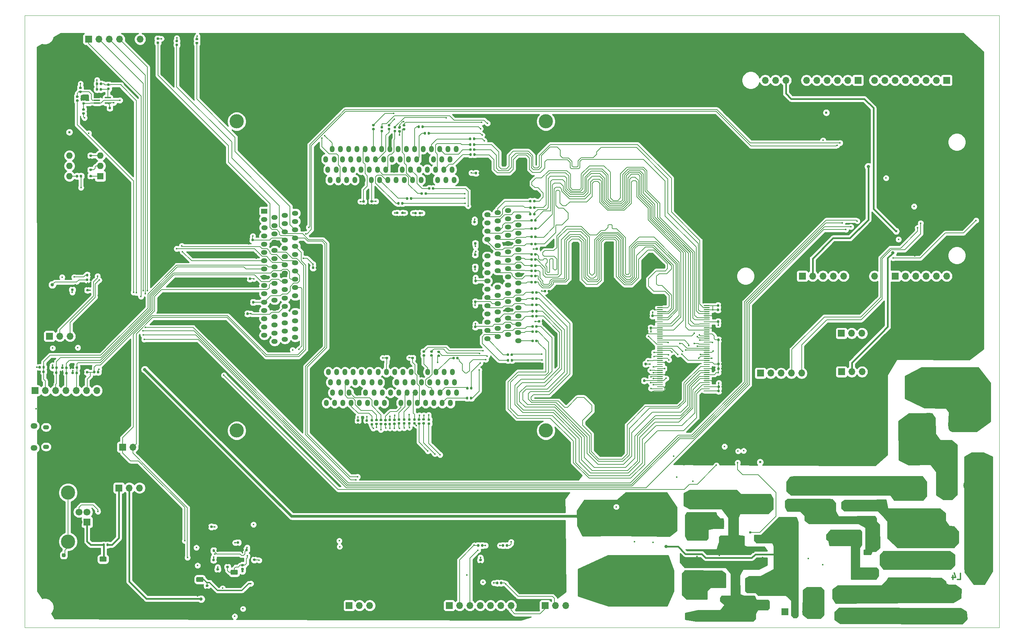
<source format=gbr>
G04 #@! TF.GenerationSoftware,KiCad,Pcbnew,5.1.6-c6e7f7d~87~ubuntu18.04.1*
G04 #@! TF.CreationDate,2020-08-14T22:16:59+05:30*
G04 #@! TF.ProjectId,Aardonyx,41617264-6f6e-4797-982e-6b696361645f,v1.0*
G04 #@! TF.SameCoordinates,Original*
G04 #@! TF.FileFunction,Copper,L4,Bot*
G04 #@! TF.FilePolarity,Positive*
%FSLAX46Y46*%
G04 Gerber Fmt 4.6, Leading zero omitted, Abs format (unit mm)*
G04 Created by KiCad (PCBNEW 5.1.6-c6e7f7d~87~ubuntu18.04.1) date 2020-08-14 22:16:59*
%MOMM*%
%LPD*%
G01*
G04 APERTURE LIST*
G04 #@! TA.AperFunction,NonConductor*
%ADD10C,0.304800*%
G04 #@! TD*
G04 #@! TA.AperFunction,Profile*
%ADD11C,0.100000*%
G04 #@! TD*
G04 #@! TA.AperFunction,ComponentPad*
%ADD12C,2.500000*%
G04 #@! TD*
G04 #@! TA.AperFunction,ComponentPad*
%ADD13R,2.500000X2.500000*%
G04 #@! TD*
G04 #@! TA.AperFunction,ComponentPad*
%ADD14O,1.219200X1.574800*%
G04 #@! TD*
G04 #@! TA.AperFunction,ComponentPad*
%ADD15O,1.291200X1.574800*%
G04 #@! TD*
G04 #@! TA.AperFunction,ComponentPad*
%ADD16O,1.219100X1.574800*%
G04 #@! TD*
G04 #@! TA.AperFunction,ComponentPad*
%ADD17O,1.574800X1.219200*%
G04 #@! TD*
G04 #@! TA.AperFunction,ComponentPad*
%ADD18R,1.574800X1.219200*%
G04 #@! TD*
G04 #@! TA.AperFunction,ViaPad*
%ADD19C,3.500000*%
G04 #@! TD*
G04 #@! TA.AperFunction,ComponentPad*
%ADD20C,2.200000*%
G04 #@! TD*
G04 #@! TA.AperFunction,ComponentPad*
%ADD21O,1.700000X1.700000*%
G04 #@! TD*
G04 #@! TA.AperFunction,ComponentPad*
%ADD22R,1.700000X1.700000*%
G04 #@! TD*
G04 #@! TA.AperFunction,ComponentPad*
%ADD23O,4.500000X2.250000*%
G04 #@! TD*
G04 #@! TA.AperFunction,ComponentPad*
%ADD24O,2.250000X4.500000*%
G04 #@! TD*
G04 #@! TA.AperFunction,ComponentPad*
%ADD25O,2.500000X5.000000*%
G04 #@! TD*
G04 #@! TA.AperFunction,SMDPad,CuDef*
%ADD26R,1.500000X0.400000*%
G04 #@! TD*
G04 #@! TA.AperFunction,Conductor*
%ADD27R,1.800000X2.500000*%
G04 #@! TD*
G04 #@! TA.AperFunction,ViaPad*
%ADD28C,0.500000*%
G04 #@! TD*
G04 #@! TA.AperFunction,ComponentPad*
%ADD29O,1.600000X1.600000*%
G04 #@! TD*
G04 #@! TA.AperFunction,ComponentPad*
%ADD30R,1.600000X1.600000*%
G04 #@! TD*
G04 #@! TA.AperFunction,ComponentPad*
%ADD31O,1.700000X1.350000*%
G04 #@! TD*
G04 #@! TA.AperFunction,ComponentPad*
%ADD32O,1.500000X1.100000*%
G04 #@! TD*
G04 #@! TA.AperFunction,ComponentPad*
%ADD33C,3.500000*%
G04 #@! TD*
G04 #@! TA.AperFunction,ComponentPad*
%ADD34C,1.700000*%
G04 #@! TD*
G04 #@! TA.AperFunction,ViaPad*
%ADD35C,0.406400*%
G04 #@! TD*
G04 #@! TA.AperFunction,ViaPad*
%ADD36C,0.609600*%
G04 #@! TD*
G04 #@! TA.AperFunction,ViaPad*
%ADD37C,0.800000*%
G04 #@! TD*
G04 #@! TA.AperFunction,ViaPad*
%ADD38C,0.812800*%
G04 #@! TD*
G04 #@! TA.AperFunction,ViaPad*
%ADD39C,0.599999*%
G04 #@! TD*
G04 #@! TA.AperFunction,Conductor*
%ADD40C,0.203200*%
G04 #@! TD*
G04 #@! TA.AperFunction,Conductor*
%ADD41C,0.406400*%
G04 #@! TD*
G04 #@! TA.AperFunction,Conductor*
%ADD42C,0.254000*%
G04 #@! TD*
G04 #@! TA.AperFunction,Conductor*
%ADD43C,0.635000*%
G04 #@! TD*
G04 #@! TA.AperFunction,Conductor*
%ADD44C,0.304800*%
G04 #@! TD*
G04 #@! TA.AperFunction,Conductor*
%ADD45C,0.305000*%
G04 #@! TD*
G04 APERTURE END LIST*
D10*
X273491960Y-150750088D02*
X274217674Y-150750088D01*
X274217674Y-149226088D01*
X272330817Y-149734088D02*
X272330817Y-150750088D01*
X272693674Y-149153517D02*
X273056531Y-150242088D01*
X272113102Y-150242088D01*
D11*
X43561000Y-162560000D02*
X43561000Y-11684000D01*
X283824680Y-162562540D02*
X43561000Y-162557460D01*
X283824680Y-11684000D02*
X283824680Y-162560000D01*
X43561000Y-11684000D02*
X283824680Y-11684000D01*
G04 #@! TA.AperFunction,SMDPad,CuDef*
G36*
G01*
X54343800Y-144984050D02*
X54343800Y-144471550D01*
G75*
G02*
X54562550Y-144252800I218750J0D01*
G01*
X55000050Y-144252800D01*
G75*
G02*
X55218800Y-144471550I0J-218750D01*
G01*
X55218800Y-144984050D01*
G75*
G02*
X55000050Y-145202800I-218750J0D01*
G01*
X54562550Y-145202800D01*
G75*
G02*
X54343800Y-144984050I0J218750D01*
G01*
G37*
G04 #@! TD.AperFunction*
G04 #@! TA.AperFunction,SMDPad,CuDef*
G36*
G01*
X52768800Y-144984050D02*
X52768800Y-144471550D01*
G75*
G02*
X52987550Y-144252800I218750J0D01*
G01*
X53425050Y-144252800D01*
G75*
G02*
X53643800Y-144471550I0J-218750D01*
G01*
X53643800Y-144984050D01*
G75*
G02*
X53425050Y-145202800I-218750J0D01*
G01*
X52987550Y-145202800D01*
G75*
G02*
X52768800Y-144984050I0J218750D01*
G01*
G37*
G04 #@! TD.AperFunction*
D12*
X276199600Y-127508000D03*
D13*
X271119600Y-127508000D03*
G04 #@! TA.AperFunction,SMDPad,CuDef*
G36*
G01*
X212397800Y-83171000D02*
X212397800Y-83281000D01*
G75*
G02*
X212342800Y-83336000I-55000J0D01*
G01*
X211052800Y-83336000D01*
G75*
G02*
X210997800Y-83281000I0J55000D01*
G01*
X210997800Y-83171000D01*
G75*
G02*
X211052800Y-83116000I55000J0D01*
G01*
X212342800Y-83116000D01*
G75*
G02*
X212397800Y-83171000I0J-55000D01*
G01*
G37*
G04 #@! TD.AperFunction*
G04 #@! TA.AperFunction,SMDPad,CuDef*
G36*
G01*
X212397800Y-83671000D02*
X212397800Y-83781000D01*
G75*
G02*
X212342800Y-83836000I-55000J0D01*
G01*
X211052800Y-83836000D01*
G75*
G02*
X210997800Y-83781000I0J55000D01*
G01*
X210997800Y-83671000D01*
G75*
G02*
X211052800Y-83616000I55000J0D01*
G01*
X212342800Y-83616000D01*
G75*
G02*
X212397800Y-83671000I0J-55000D01*
G01*
G37*
G04 #@! TD.AperFunction*
G04 #@! TA.AperFunction,SMDPad,CuDef*
G36*
G01*
X212397800Y-84176000D02*
X212397800Y-84276000D01*
G75*
G02*
X212347800Y-84326000I-50000J0D01*
G01*
X211047800Y-84326000D01*
G75*
G02*
X210997800Y-84276000I0J50000D01*
G01*
X210997800Y-84176000D01*
G75*
G02*
X211047800Y-84126000I50000J0D01*
G01*
X212347800Y-84126000D01*
G75*
G02*
X212397800Y-84176000I0J-50000D01*
G01*
G37*
G04 #@! TD.AperFunction*
G04 #@! TA.AperFunction,SMDPad,CuDef*
G36*
G01*
X212397800Y-84671000D02*
X212397800Y-84781000D01*
G75*
G02*
X212342800Y-84836000I-55000J0D01*
G01*
X211052800Y-84836000D01*
G75*
G02*
X210997800Y-84781000I0J55000D01*
G01*
X210997800Y-84671000D01*
G75*
G02*
X211052800Y-84616000I55000J0D01*
G01*
X212342800Y-84616000D01*
G75*
G02*
X212397800Y-84671000I0J-55000D01*
G01*
G37*
G04 #@! TD.AperFunction*
G04 #@! TA.AperFunction,SMDPad,CuDef*
G36*
G01*
X212397800Y-85171000D02*
X212397800Y-85281000D01*
G75*
G02*
X212342800Y-85336000I-55000J0D01*
G01*
X211052800Y-85336000D01*
G75*
G02*
X210997800Y-85281000I0J55000D01*
G01*
X210997800Y-85171000D01*
G75*
G02*
X211052800Y-85116000I55000J0D01*
G01*
X212342800Y-85116000D01*
G75*
G02*
X212397800Y-85171000I0J-55000D01*
G01*
G37*
G04 #@! TD.AperFunction*
G04 #@! TA.AperFunction,SMDPad,CuDef*
G36*
G01*
X212397800Y-85671000D02*
X212397800Y-85781000D01*
G75*
G02*
X212342800Y-85836000I-55000J0D01*
G01*
X211052800Y-85836000D01*
G75*
G02*
X210997800Y-85781000I0J55000D01*
G01*
X210997800Y-85671000D01*
G75*
G02*
X211052800Y-85616000I55000J0D01*
G01*
X212342800Y-85616000D01*
G75*
G02*
X212397800Y-85671000I0J-55000D01*
G01*
G37*
G04 #@! TD.AperFunction*
G04 #@! TA.AperFunction,SMDPad,CuDef*
G36*
G01*
X212397800Y-86171000D02*
X212397800Y-86281000D01*
G75*
G02*
X212342800Y-86336000I-55000J0D01*
G01*
X211052800Y-86336000D01*
G75*
G02*
X210997800Y-86281000I0J55000D01*
G01*
X210997800Y-86171000D01*
G75*
G02*
X211052800Y-86116000I55000J0D01*
G01*
X212342800Y-86116000D01*
G75*
G02*
X212397800Y-86171000I0J-55000D01*
G01*
G37*
G04 #@! TD.AperFunction*
G04 #@! TA.AperFunction,SMDPad,CuDef*
G36*
G01*
X212397800Y-86671000D02*
X212397800Y-86781000D01*
G75*
G02*
X212342800Y-86836000I-55000J0D01*
G01*
X211052800Y-86836000D01*
G75*
G02*
X210997800Y-86781000I0J55000D01*
G01*
X210997800Y-86671000D01*
G75*
G02*
X211052800Y-86616000I55000J0D01*
G01*
X212342800Y-86616000D01*
G75*
G02*
X212397800Y-86671000I0J-55000D01*
G01*
G37*
G04 #@! TD.AperFunction*
G04 #@! TA.AperFunction,SMDPad,CuDef*
G36*
G01*
X212397800Y-87171000D02*
X212397800Y-87281000D01*
G75*
G02*
X212342800Y-87336000I-55000J0D01*
G01*
X211052800Y-87336000D01*
G75*
G02*
X210997800Y-87281000I0J55000D01*
G01*
X210997800Y-87171000D01*
G75*
G02*
X211052800Y-87116000I55000J0D01*
G01*
X212342800Y-87116000D01*
G75*
G02*
X212397800Y-87171000I0J-55000D01*
G01*
G37*
G04 #@! TD.AperFunction*
G04 #@! TA.AperFunction,SMDPad,CuDef*
G36*
G01*
X212397800Y-87671000D02*
X212397800Y-87781000D01*
G75*
G02*
X212342800Y-87836000I-55000J0D01*
G01*
X211052800Y-87836000D01*
G75*
G02*
X210997800Y-87781000I0J55000D01*
G01*
X210997800Y-87671000D01*
G75*
G02*
X211052800Y-87616000I55000J0D01*
G01*
X212342800Y-87616000D01*
G75*
G02*
X212397800Y-87671000I0J-55000D01*
G01*
G37*
G04 #@! TD.AperFunction*
G04 #@! TA.AperFunction,SMDPad,CuDef*
G36*
G01*
X212397800Y-88171000D02*
X212397800Y-88281000D01*
G75*
G02*
X212342800Y-88336000I-55000J0D01*
G01*
X211052800Y-88336000D01*
G75*
G02*
X210997800Y-88281000I0J55000D01*
G01*
X210997800Y-88171000D01*
G75*
G02*
X211052800Y-88116000I55000J0D01*
G01*
X212342800Y-88116000D01*
G75*
G02*
X212397800Y-88171000I0J-55000D01*
G01*
G37*
G04 #@! TD.AperFunction*
G04 #@! TA.AperFunction,SMDPad,CuDef*
G36*
G01*
X212397800Y-88671000D02*
X212397800Y-88781000D01*
G75*
G02*
X212342800Y-88836000I-55000J0D01*
G01*
X211052800Y-88836000D01*
G75*
G02*
X210997800Y-88781000I0J55000D01*
G01*
X210997800Y-88671000D01*
G75*
G02*
X211052800Y-88616000I55000J0D01*
G01*
X212342800Y-88616000D01*
G75*
G02*
X212397800Y-88671000I0J-55000D01*
G01*
G37*
G04 #@! TD.AperFunction*
G04 #@! TA.AperFunction,SMDPad,CuDef*
G36*
G01*
X212397800Y-89171000D02*
X212397800Y-89281000D01*
G75*
G02*
X212342800Y-89336000I-55000J0D01*
G01*
X211052800Y-89336000D01*
G75*
G02*
X210997800Y-89281000I0J55000D01*
G01*
X210997800Y-89171000D01*
G75*
G02*
X211052800Y-89116000I55000J0D01*
G01*
X212342800Y-89116000D01*
G75*
G02*
X212397800Y-89171000I0J-55000D01*
G01*
G37*
G04 #@! TD.AperFunction*
G04 #@! TA.AperFunction,SMDPad,CuDef*
G36*
G01*
X212397800Y-89671000D02*
X212397800Y-89781000D01*
G75*
G02*
X212342800Y-89836000I-55000J0D01*
G01*
X211052800Y-89836000D01*
G75*
G02*
X210997800Y-89781000I0J55000D01*
G01*
X210997800Y-89671000D01*
G75*
G02*
X211052800Y-89616000I55000J0D01*
G01*
X212342800Y-89616000D01*
G75*
G02*
X212397800Y-89671000I0J-55000D01*
G01*
G37*
G04 #@! TD.AperFunction*
G04 #@! TA.AperFunction,SMDPad,CuDef*
G36*
G01*
X212397800Y-90171000D02*
X212397800Y-90281000D01*
G75*
G02*
X212342800Y-90336000I-55000J0D01*
G01*
X211052800Y-90336000D01*
G75*
G02*
X210997800Y-90281000I0J55000D01*
G01*
X210997800Y-90171000D01*
G75*
G02*
X211052800Y-90116000I55000J0D01*
G01*
X212342800Y-90116000D01*
G75*
G02*
X212397800Y-90171000I0J-55000D01*
G01*
G37*
G04 #@! TD.AperFunction*
G04 #@! TA.AperFunction,SMDPad,CuDef*
G36*
G01*
X212397800Y-90671000D02*
X212397800Y-90781000D01*
G75*
G02*
X212342800Y-90836000I-55000J0D01*
G01*
X211052800Y-90836000D01*
G75*
G02*
X210997800Y-90781000I0J55000D01*
G01*
X210997800Y-90671000D01*
G75*
G02*
X211052800Y-90616000I55000J0D01*
G01*
X212342800Y-90616000D01*
G75*
G02*
X212397800Y-90671000I0J-55000D01*
G01*
G37*
G04 #@! TD.AperFunction*
G04 #@! TA.AperFunction,SMDPad,CuDef*
G36*
G01*
X212397800Y-91171000D02*
X212397800Y-91281000D01*
G75*
G02*
X212342800Y-91336000I-55000J0D01*
G01*
X211052800Y-91336000D01*
G75*
G02*
X210997800Y-91281000I0J55000D01*
G01*
X210997800Y-91171000D01*
G75*
G02*
X211052800Y-91116000I55000J0D01*
G01*
X212342800Y-91116000D01*
G75*
G02*
X212397800Y-91171000I0J-55000D01*
G01*
G37*
G04 #@! TD.AperFunction*
G04 #@! TA.AperFunction,SMDPad,CuDef*
G36*
G01*
X212397800Y-91671000D02*
X212397800Y-91781000D01*
G75*
G02*
X212342800Y-91836000I-55000J0D01*
G01*
X211052800Y-91836000D01*
G75*
G02*
X210997800Y-91781000I0J55000D01*
G01*
X210997800Y-91671000D01*
G75*
G02*
X211052800Y-91616000I55000J0D01*
G01*
X212342800Y-91616000D01*
G75*
G02*
X212397800Y-91671000I0J-55000D01*
G01*
G37*
G04 #@! TD.AperFunction*
G04 #@! TA.AperFunction,SMDPad,CuDef*
G36*
G01*
X212397800Y-92171000D02*
X212397800Y-92281000D01*
G75*
G02*
X212342800Y-92336000I-55000J0D01*
G01*
X211052800Y-92336000D01*
G75*
G02*
X210997800Y-92281000I0J55000D01*
G01*
X210997800Y-92171000D01*
G75*
G02*
X211052800Y-92116000I55000J0D01*
G01*
X212342800Y-92116000D01*
G75*
G02*
X212397800Y-92171000I0J-55000D01*
G01*
G37*
G04 #@! TD.AperFunction*
G04 #@! TA.AperFunction,SMDPad,CuDef*
G36*
G01*
X212397800Y-92671000D02*
X212397800Y-92781000D01*
G75*
G02*
X212342800Y-92836000I-55000J0D01*
G01*
X211052800Y-92836000D01*
G75*
G02*
X210997800Y-92781000I0J55000D01*
G01*
X210997800Y-92671000D01*
G75*
G02*
X211052800Y-92616000I55000J0D01*
G01*
X212342800Y-92616000D01*
G75*
G02*
X212397800Y-92671000I0J-55000D01*
G01*
G37*
G04 #@! TD.AperFunction*
G04 #@! TA.AperFunction,SMDPad,CuDef*
G36*
G01*
X212397800Y-93171000D02*
X212397800Y-93281000D01*
G75*
G02*
X212342800Y-93336000I-55000J0D01*
G01*
X211052800Y-93336000D01*
G75*
G02*
X210997800Y-93281000I0J55000D01*
G01*
X210997800Y-93171000D01*
G75*
G02*
X211052800Y-93116000I55000J0D01*
G01*
X212342800Y-93116000D01*
G75*
G02*
X212397800Y-93171000I0J-55000D01*
G01*
G37*
G04 #@! TD.AperFunction*
G04 #@! TA.AperFunction,SMDPad,CuDef*
G36*
G01*
X212397800Y-93671000D02*
X212397800Y-93781000D01*
G75*
G02*
X212342800Y-93836000I-55000J0D01*
G01*
X211052800Y-93836000D01*
G75*
G02*
X210997800Y-93781000I0J55000D01*
G01*
X210997800Y-93671000D01*
G75*
G02*
X211052800Y-93616000I55000J0D01*
G01*
X212342800Y-93616000D01*
G75*
G02*
X212397800Y-93671000I0J-55000D01*
G01*
G37*
G04 #@! TD.AperFunction*
G04 #@! TA.AperFunction,SMDPad,CuDef*
G36*
G01*
X212397800Y-94171000D02*
X212397800Y-94281000D01*
G75*
G02*
X212342800Y-94336000I-55000J0D01*
G01*
X211052800Y-94336000D01*
G75*
G02*
X210997800Y-94281000I0J55000D01*
G01*
X210997800Y-94171000D01*
G75*
G02*
X211052800Y-94116000I55000J0D01*
G01*
X212342800Y-94116000D01*
G75*
G02*
X212397800Y-94171000I0J-55000D01*
G01*
G37*
G04 #@! TD.AperFunction*
G04 #@! TA.AperFunction,SMDPad,CuDef*
G36*
G01*
X212397800Y-94671000D02*
X212397800Y-94781000D01*
G75*
G02*
X212342800Y-94836000I-55000J0D01*
G01*
X211052800Y-94836000D01*
G75*
G02*
X210997800Y-94781000I0J55000D01*
G01*
X210997800Y-94671000D01*
G75*
G02*
X211052800Y-94616000I55000J0D01*
G01*
X212342800Y-94616000D01*
G75*
G02*
X212397800Y-94671000I0J-55000D01*
G01*
G37*
G04 #@! TD.AperFunction*
G04 #@! TA.AperFunction,SMDPad,CuDef*
G36*
G01*
X212397800Y-95171000D02*
X212397800Y-95281000D01*
G75*
G02*
X212342800Y-95336000I-55000J0D01*
G01*
X211052800Y-95336000D01*
G75*
G02*
X210997800Y-95281000I0J55000D01*
G01*
X210997800Y-95171000D01*
G75*
G02*
X211052800Y-95116000I55000J0D01*
G01*
X212342800Y-95116000D01*
G75*
G02*
X212397800Y-95171000I0J-55000D01*
G01*
G37*
G04 #@! TD.AperFunction*
G04 #@! TA.AperFunction,SMDPad,CuDef*
G36*
G01*
X212397800Y-95671000D02*
X212397800Y-95781000D01*
G75*
G02*
X212342800Y-95836000I-55000J0D01*
G01*
X211052800Y-95836000D01*
G75*
G02*
X210997800Y-95781000I0J55000D01*
G01*
X210997800Y-95671000D01*
G75*
G02*
X211052800Y-95616000I55000J0D01*
G01*
X212342800Y-95616000D01*
G75*
G02*
X212397800Y-95671000I0J-55000D01*
G01*
G37*
G04 #@! TD.AperFunction*
G04 #@! TA.AperFunction,SMDPad,CuDef*
G36*
G01*
X212397800Y-96171000D02*
X212397800Y-96281000D01*
G75*
G02*
X212342800Y-96336000I-55000J0D01*
G01*
X211052800Y-96336000D01*
G75*
G02*
X210997800Y-96281000I0J55000D01*
G01*
X210997800Y-96171000D01*
G75*
G02*
X211052800Y-96116000I55000J0D01*
G01*
X212342800Y-96116000D01*
G75*
G02*
X212397800Y-96171000I0J-55000D01*
G01*
G37*
G04 #@! TD.AperFunction*
G04 #@! TA.AperFunction,SMDPad,CuDef*
G36*
G01*
X212397800Y-96671000D02*
X212397800Y-96781000D01*
G75*
G02*
X212342800Y-96836000I-55000J0D01*
G01*
X211052800Y-96836000D01*
G75*
G02*
X210997800Y-96781000I0J55000D01*
G01*
X210997800Y-96671000D01*
G75*
G02*
X211052800Y-96616000I55000J0D01*
G01*
X212342800Y-96616000D01*
G75*
G02*
X212397800Y-96671000I0J-55000D01*
G01*
G37*
G04 #@! TD.AperFunction*
G04 #@! TA.AperFunction,SMDPad,CuDef*
G36*
G01*
X212397800Y-97171000D02*
X212397800Y-97281000D01*
G75*
G02*
X212342800Y-97336000I-55000J0D01*
G01*
X211052800Y-97336000D01*
G75*
G02*
X210997800Y-97281000I0J55000D01*
G01*
X210997800Y-97171000D01*
G75*
G02*
X211052800Y-97116000I55000J0D01*
G01*
X212342800Y-97116000D01*
G75*
G02*
X212397800Y-97171000I0J-55000D01*
G01*
G37*
G04 #@! TD.AperFunction*
G04 #@! TA.AperFunction,SMDPad,CuDef*
G36*
G01*
X212397800Y-97671000D02*
X212397800Y-97781000D01*
G75*
G02*
X212342800Y-97836000I-55000J0D01*
G01*
X211052800Y-97836000D01*
G75*
G02*
X210997800Y-97781000I0J55000D01*
G01*
X210997800Y-97671000D01*
G75*
G02*
X211052800Y-97616000I55000J0D01*
G01*
X212342800Y-97616000D01*
G75*
G02*
X212397800Y-97671000I0J-55000D01*
G01*
G37*
G04 #@! TD.AperFunction*
G04 #@! TA.AperFunction,SMDPad,CuDef*
G36*
G01*
X212397800Y-98171000D02*
X212397800Y-98281000D01*
G75*
G02*
X212342800Y-98336000I-55000J0D01*
G01*
X211052800Y-98336000D01*
G75*
G02*
X210997800Y-98281000I0J55000D01*
G01*
X210997800Y-98171000D01*
G75*
G02*
X211052800Y-98116000I55000J0D01*
G01*
X212342800Y-98116000D01*
G75*
G02*
X212397800Y-98171000I0J-55000D01*
G01*
G37*
G04 #@! TD.AperFunction*
G04 #@! TA.AperFunction,SMDPad,CuDef*
G36*
G01*
X212397800Y-98671000D02*
X212397800Y-98781000D01*
G75*
G02*
X212342800Y-98836000I-55000J0D01*
G01*
X211052800Y-98836000D01*
G75*
G02*
X210997800Y-98781000I0J55000D01*
G01*
X210997800Y-98671000D01*
G75*
G02*
X211052800Y-98616000I55000J0D01*
G01*
X212342800Y-98616000D01*
G75*
G02*
X212397800Y-98671000I0J-55000D01*
G01*
G37*
G04 #@! TD.AperFunction*
G04 #@! TA.AperFunction,SMDPad,CuDef*
G36*
G01*
X212397800Y-99171000D02*
X212397800Y-99281000D01*
G75*
G02*
X212342800Y-99336000I-55000J0D01*
G01*
X211052800Y-99336000D01*
G75*
G02*
X210997800Y-99281000I0J55000D01*
G01*
X210997800Y-99171000D01*
G75*
G02*
X211052800Y-99116000I55000J0D01*
G01*
X212342800Y-99116000D01*
G75*
G02*
X212397800Y-99171000I0J-55000D01*
G01*
G37*
G04 #@! TD.AperFunction*
G04 #@! TA.AperFunction,SMDPad,CuDef*
G36*
G01*
X212397800Y-99671000D02*
X212397800Y-99781000D01*
G75*
G02*
X212342800Y-99836000I-55000J0D01*
G01*
X211052800Y-99836000D01*
G75*
G02*
X210997800Y-99781000I0J55000D01*
G01*
X210997800Y-99671000D01*
G75*
G02*
X211052800Y-99616000I55000J0D01*
G01*
X212342800Y-99616000D01*
G75*
G02*
X212397800Y-99671000I0J-55000D01*
G01*
G37*
G04 #@! TD.AperFunction*
G04 #@! TA.AperFunction,SMDPad,CuDef*
G36*
G01*
X212397800Y-100171000D02*
X212397800Y-100281000D01*
G75*
G02*
X212342800Y-100336000I-55000J0D01*
G01*
X211052800Y-100336000D01*
G75*
G02*
X210997800Y-100281000I0J55000D01*
G01*
X210997800Y-100171000D01*
G75*
G02*
X211052800Y-100116000I55000J0D01*
G01*
X212342800Y-100116000D01*
G75*
G02*
X212397800Y-100171000I0J-55000D01*
G01*
G37*
G04 #@! TD.AperFunction*
G04 #@! TA.AperFunction,SMDPad,CuDef*
G36*
G01*
X212397800Y-100671000D02*
X212397800Y-100781000D01*
G75*
G02*
X212342800Y-100836000I-55000J0D01*
G01*
X211052800Y-100836000D01*
G75*
G02*
X210997800Y-100781000I0J55000D01*
G01*
X210997800Y-100671000D01*
G75*
G02*
X211052800Y-100616000I55000J0D01*
G01*
X212342800Y-100616000D01*
G75*
G02*
X212397800Y-100671000I0J-55000D01*
G01*
G37*
G04 #@! TD.AperFunction*
G04 #@! TA.AperFunction,SMDPad,CuDef*
G36*
G01*
X212397800Y-101171000D02*
X212397800Y-101281000D01*
G75*
G02*
X212342800Y-101336000I-55000J0D01*
G01*
X211052800Y-101336000D01*
G75*
G02*
X210997800Y-101281000I0J55000D01*
G01*
X210997800Y-101171000D01*
G75*
G02*
X211052800Y-101116000I55000J0D01*
G01*
X212342800Y-101116000D01*
G75*
G02*
X212397800Y-101171000I0J-55000D01*
G01*
G37*
G04 #@! TD.AperFunction*
G04 #@! TA.AperFunction,SMDPad,CuDef*
G36*
G01*
X212397800Y-101671000D02*
X212397800Y-101781000D01*
G75*
G02*
X212342800Y-101836000I-55000J0D01*
G01*
X211052800Y-101836000D01*
G75*
G02*
X210997800Y-101781000I0J55000D01*
G01*
X210997800Y-101671000D01*
G75*
G02*
X211052800Y-101616000I55000J0D01*
G01*
X212342800Y-101616000D01*
G75*
G02*
X212397800Y-101671000I0J-55000D01*
G01*
G37*
G04 #@! TD.AperFunction*
G04 #@! TA.AperFunction,SMDPad,CuDef*
G36*
G01*
X212397800Y-102171000D02*
X212397800Y-102281000D01*
G75*
G02*
X212342800Y-102336000I-55000J0D01*
G01*
X211052800Y-102336000D01*
G75*
G02*
X210997800Y-102281000I0J55000D01*
G01*
X210997800Y-102171000D01*
G75*
G02*
X211052800Y-102116000I55000J0D01*
G01*
X212342800Y-102116000D01*
G75*
G02*
X212397800Y-102171000I0J-55000D01*
G01*
G37*
G04 #@! TD.AperFunction*
G04 #@! TA.AperFunction,SMDPad,CuDef*
G36*
G01*
X212397800Y-102671000D02*
X212397800Y-102781000D01*
G75*
G02*
X212342800Y-102836000I-55000J0D01*
G01*
X211052800Y-102836000D01*
G75*
G02*
X210997800Y-102781000I0J55000D01*
G01*
X210997800Y-102671000D01*
G75*
G02*
X211052800Y-102616000I55000J0D01*
G01*
X212342800Y-102616000D01*
G75*
G02*
X212397800Y-102671000I0J-55000D01*
G01*
G37*
G04 #@! TD.AperFunction*
G04 #@! TA.AperFunction,SMDPad,CuDef*
G36*
G01*
X200837800Y-104171000D02*
X200837800Y-104281000D01*
G75*
G02*
X200782800Y-104336000I-55000J0D01*
G01*
X199492800Y-104336000D01*
G75*
G02*
X199437800Y-104281000I0J55000D01*
G01*
X199437800Y-104171000D01*
G75*
G02*
X199492800Y-104116000I55000J0D01*
G01*
X200782800Y-104116000D01*
G75*
G02*
X200837800Y-104171000I0J-55000D01*
G01*
G37*
G04 #@! TD.AperFunction*
G04 #@! TA.AperFunction,SMDPad,CuDef*
G36*
G01*
X200837800Y-103671000D02*
X200837800Y-103781000D01*
G75*
G02*
X200782800Y-103836000I-55000J0D01*
G01*
X199492800Y-103836000D01*
G75*
G02*
X199437800Y-103781000I0J55000D01*
G01*
X199437800Y-103671000D01*
G75*
G02*
X199492800Y-103616000I55000J0D01*
G01*
X200782800Y-103616000D01*
G75*
G02*
X200837800Y-103671000I0J-55000D01*
G01*
G37*
G04 #@! TD.AperFunction*
G04 #@! TA.AperFunction,SMDPad,CuDef*
G36*
G01*
X200837800Y-103171000D02*
X200837800Y-103281000D01*
G75*
G02*
X200782800Y-103336000I-55000J0D01*
G01*
X199492800Y-103336000D01*
G75*
G02*
X199437800Y-103281000I0J55000D01*
G01*
X199437800Y-103171000D01*
G75*
G02*
X199492800Y-103116000I55000J0D01*
G01*
X200782800Y-103116000D01*
G75*
G02*
X200837800Y-103171000I0J-55000D01*
G01*
G37*
G04 #@! TD.AperFunction*
G04 #@! TA.AperFunction,SMDPad,CuDef*
G36*
G01*
X200837800Y-102671000D02*
X200837800Y-102781000D01*
G75*
G02*
X200782800Y-102836000I-55000J0D01*
G01*
X199492800Y-102836000D01*
G75*
G02*
X199437800Y-102781000I0J55000D01*
G01*
X199437800Y-102671000D01*
G75*
G02*
X199492800Y-102616000I55000J0D01*
G01*
X200782800Y-102616000D01*
G75*
G02*
X200837800Y-102671000I0J-55000D01*
G01*
G37*
G04 #@! TD.AperFunction*
G04 #@! TA.AperFunction,SMDPad,CuDef*
G36*
G01*
X200837800Y-102171000D02*
X200837800Y-102281000D01*
G75*
G02*
X200782800Y-102336000I-55000J0D01*
G01*
X199492800Y-102336000D01*
G75*
G02*
X199437800Y-102281000I0J55000D01*
G01*
X199437800Y-102171000D01*
G75*
G02*
X199492800Y-102116000I55000J0D01*
G01*
X200782800Y-102116000D01*
G75*
G02*
X200837800Y-102171000I0J-55000D01*
G01*
G37*
G04 #@! TD.AperFunction*
G04 #@! TA.AperFunction,SMDPad,CuDef*
G36*
G01*
X200837800Y-101671000D02*
X200837800Y-101781000D01*
G75*
G02*
X200782800Y-101836000I-55000J0D01*
G01*
X199492800Y-101836000D01*
G75*
G02*
X199437800Y-101781000I0J55000D01*
G01*
X199437800Y-101671000D01*
G75*
G02*
X199492800Y-101616000I55000J0D01*
G01*
X200782800Y-101616000D01*
G75*
G02*
X200837800Y-101671000I0J-55000D01*
G01*
G37*
G04 #@! TD.AperFunction*
G04 #@! TA.AperFunction,SMDPad,CuDef*
G36*
G01*
X200837800Y-101171000D02*
X200837800Y-101281000D01*
G75*
G02*
X200782800Y-101336000I-55000J0D01*
G01*
X199492800Y-101336000D01*
G75*
G02*
X199437800Y-101281000I0J55000D01*
G01*
X199437800Y-101171000D01*
G75*
G02*
X199492800Y-101116000I55000J0D01*
G01*
X200782800Y-101116000D01*
G75*
G02*
X200837800Y-101171000I0J-55000D01*
G01*
G37*
G04 #@! TD.AperFunction*
G04 #@! TA.AperFunction,SMDPad,CuDef*
G36*
G01*
X200837800Y-100671000D02*
X200837800Y-100781000D01*
G75*
G02*
X200782800Y-100836000I-55000J0D01*
G01*
X199492800Y-100836000D01*
G75*
G02*
X199437800Y-100781000I0J55000D01*
G01*
X199437800Y-100671000D01*
G75*
G02*
X199492800Y-100616000I55000J0D01*
G01*
X200782800Y-100616000D01*
G75*
G02*
X200837800Y-100671000I0J-55000D01*
G01*
G37*
G04 #@! TD.AperFunction*
G04 #@! TA.AperFunction,SMDPad,CuDef*
G36*
G01*
X200837800Y-100171000D02*
X200837800Y-100281000D01*
G75*
G02*
X200782800Y-100336000I-55000J0D01*
G01*
X199492800Y-100336000D01*
G75*
G02*
X199437800Y-100281000I0J55000D01*
G01*
X199437800Y-100171000D01*
G75*
G02*
X199492800Y-100116000I55000J0D01*
G01*
X200782800Y-100116000D01*
G75*
G02*
X200837800Y-100171000I0J-55000D01*
G01*
G37*
G04 #@! TD.AperFunction*
G04 #@! TA.AperFunction,SMDPad,CuDef*
G36*
G01*
X200837800Y-99671000D02*
X200837800Y-99781000D01*
G75*
G02*
X200782800Y-99836000I-55000J0D01*
G01*
X199492800Y-99836000D01*
G75*
G02*
X199437800Y-99781000I0J55000D01*
G01*
X199437800Y-99671000D01*
G75*
G02*
X199492800Y-99616000I55000J0D01*
G01*
X200782800Y-99616000D01*
G75*
G02*
X200837800Y-99671000I0J-55000D01*
G01*
G37*
G04 #@! TD.AperFunction*
G04 #@! TA.AperFunction,SMDPad,CuDef*
G36*
G01*
X200837800Y-99171000D02*
X200837800Y-99281000D01*
G75*
G02*
X200782800Y-99336000I-55000J0D01*
G01*
X199492800Y-99336000D01*
G75*
G02*
X199437800Y-99281000I0J55000D01*
G01*
X199437800Y-99171000D01*
G75*
G02*
X199492800Y-99116000I55000J0D01*
G01*
X200782800Y-99116000D01*
G75*
G02*
X200837800Y-99171000I0J-55000D01*
G01*
G37*
G04 #@! TD.AperFunction*
G04 #@! TA.AperFunction,SMDPad,CuDef*
G36*
G01*
X200837800Y-98671000D02*
X200837800Y-98781000D01*
G75*
G02*
X200782800Y-98836000I-55000J0D01*
G01*
X199492800Y-98836000D01*
G75*
G02*
X199437800Y-98781000I0J55000D01*
G01*
X199437800Y-98671000D01*
G75*
G02*
X199492800Y-98616000I55000J0D01*
G01*
X200782800Y-98616000D01*
G75*
G02*
X200837800Y-98671000I0J-55000D01*
G01*
G37*
G04 #@! TD.AperFunction*
G04 #@! TA.AperFunction,SMDPad,CuDef*
G36*
G01*
X200837800Y-98171000D02*
X200837800Y-98281000D01*
G75*
G02*
X200782800Y-98336000I-55000J0D01*
G01*
X199492800Y-98336000D01*
G75*
G02*
X199437800Y-98281000I0J55000D01*
G01*
X199437800Y-98171000D01*
G75*
G02*
X199492800Y-98116000I55000J0D01*
G01*
X200782800Y-98116000D01*
G75*
G02*
X200837800Y-98171000I0J-55000D01*
G01*
G37*
G04 #@! TD.AperFunction*
G04 #@! TA.AperFunction,SMDPad,CuDef*
G36*
G01*
X200837800Y-97671000D02*
X200837800Y-97781000D01*
G75*
G02*
X200782800Y-97836000I-55000J0D01*
G01*
X199492800Y-97836000D01*
G75*
G02*
X199437800Y-97781000I0J55000D01*
G01*
X199437800Y-97671000D01*
G75*
G02*
X199492800Y-97616000I55000J0D01*
G01*
X200782800Y-97616000D01*
G75*
G02*
X200837800Y-97671000I0J-55000D01*
G01*
G37*
G04 #@! TD.AperFunction*
G04 #@! TA.AperFunction,SMDPad,CuDef*
G36*
G01*
X200837800Y-97171000D02*
X200837800Y-97281000D01*
G75*
G02*
X200782800Y-97336000I-55000J0D01*
G01*
X199492800Y-97336000D01*
G75*
G02*
X199437800Y-97281000I0J55000D01*
G01*
X199437800Y-97171000D01*
G75*
G02*
X199492800Y-97116000I55000J0D01*
G01*
X200782800Y-97116000D01*
G75*
G02*
X200837800Y-97171000I0J-55000D01*
G01*
G37*
G04 #@! TD.AperFunction*
G04 #@! TA.AperFunction,SMDPad,CuDef*
G36*
G01*
X200837800Y-96671000D02*
X200837800Y-96781000D01*
G75*
G02*
X200782800Y-96836000I-55000J0D01*
G01*
X199492800Y-96836000D01*
G75*
G02*
X199437800Y-96781000I0J55000D01*
G01*
X199437800Y-96671000D01*
G75*
G02*
X199492800Y-96616000I55000J0D01*
G01*
X200782800Y-96616000D01*
G75*
G02*
X200837800Y-96671000I0J-55000D01*
G01*
G37*
G04 #@! TD.AperFunction*
G04 #@! TA.AperFunction,SMDPad,CuDef*
G36*
G01*
X200837800Y-96171000D02*
X200837800Y-96281000D01*
G75*
G02*
X200782800Y-96336000I-55000J0D01*
G01*
X199492800Y-96336000D01*
G75*
G02*
X199437800Y-96281000I0J55000D01*
G01*
X199437800Y-96171000D01*
G75*
G02*
X199492800Y-96116000I55000J0D01*
G01*
X200782800Y-96116000D01*
G75*
G02*
X200837800Y-96171000I0J-55000D01*
G01*
G37*
G04 #@! TD.AperFunction*
G04 #@! TA.AperFunction,SMDPad,CuDef*
G36*
G01*
X200837800Y-95671000D02*
X200837800Y-95781000D01*
G75*
G02*
X200782800Y-95836000I-55000J0D01*
G01*
X199492800Y-95836000D01*
G75*
G02*
X199437800Y-95781000I0J55000D01*
G01*
X199437800Y-95671000D01*
G75*
G02*
X199492800Y-95616000I55000J0D01*
G01*
X200782800Y-95616000D01*
G75*
G02*
X200837800Y-95671000I0J-55000D01*
G01*
G37*
G04 #@! TD.AperFunction*
G04 #@! TA.AperFunction,SMDPad,CuDef*
G36*
G01*
X200837800Y-95171000D02*
X200837800Y-95281000D01*
G75*
G02*
X200782800Y-95336000I-55000J0D01*
G01*
X199492800Y-95336000D01*
G75*
G02*
X199437800Y-95281000I0J55000D01*
G01*
X199437800Y-95171000D01*
G75*
G02*
X199492800Y-95116000I55000J0D01*
G01*
X200782800Y-95116000D01*
G75*
G02*
X200837800Y-95171000I0J-55000D01*
G01*
G37*
G04 #@! TD.AperFunction*
G04 #@! TA.AperFunction,SMDPad,CuDef*
G36*
G01*
X200837800Y-94671000D02*
X200837800Y-94781000D01*
G75*
G02*
X200782800Y-94836000I-55000J0D01*
G01*
X199492800Y-94836000D01*
G75*
G02*
X199437800Y-94781000I0J55000D01*
G01*
X199437800Y-94671000D01*
G75*
G02*
X199492800Y-94616000I55000J0D01*
G01*
X200782800Y-94616000D01*
G75*
G02*
X200837800Y-94671000I0J-55000D01*
G01*
G37*
G04 #@! TD.AperFunction*
G04 #@! TA.AperFunction,SMDPad,CuDef*
G36*
G01*
X200837800Y-94171000D02*
X200837800Y-94281000D01*
G75*
G02*
X200782800Y-94336000I-55000J0D01*
G01*
X199492800Y-94336000D01*
G75*
G02*
X199437800Y-94281000I0J55000D01*
G01*
X199437800Y-94171000D01*
G75*
G02*
X199492800Y-94116000I55000J0D01*
G01*
X200782800Y-94116000D01*
G75*
G02*
X200837800Y-94171000I0J-55000D01*
G01*
G37*
G04 #@! TD.AperFunction*
G04 #@! TA.AperFunction,SMDPad,CuDef*
G36*
G01*
X200837800Y-93671000D02*
X200837800Y-93781000D01*
G75*
G02*
X200782800Y-93836000I-55000J0D01*
G01*
X199492800Y-93836000D01*
G75*
G02*
X199437800Y-93781000I0J55000D01*
G01*
X199437800Y-93671000D01*
G75*
G02*
X199492800Y-93616000I55000J0D01*
G01*
X200782800Y-93616000D01*
G75*
G02*
X200837800Y-93671000I0J-55000D01*
G01*
G37*
G04 #@! TD.AperFunction*
G04 #@! TA.AperFunction,SMDPad,CuDef*
G36*
G01*
X200837800Y-93171000D02*
X200837800Y-93281000D01*
G75*
G02*
X200782800Y-93336000I-55000J0D01*
G01*
X199492800Y-93336000D01*
G75*
G02*
X199437800Y-93281000I0J55000D01*
G01*
X199437800Y-93171000D01*
G75*
G02*
X199492800Y-93116000I55000J0D01*
G01*
X200782800Y-93116000D01*
G75*
G02*
X200837800Y-93171000I0J-55000D01*
G01*
G37*
G04 #@! TD.AperFunction*
G04 #@! TA.AperFunction,SMDPad,CuDef*
G36*
G01*
X200837800Y-92671000D02*
X200837800Y-92781000D01*
G75*
G02*
X200782800Y-92836000I-55000J0D01*
G01*
X199492800Y-92836000D01*
G75*
G02*
X199437800Y-92781000I0J55000D01*
G01*
X199437800Y-92671000D01*
G75*
G02*
X199492800Y-92616000I55000J0D01*
G01*
X200782800Y-92616000D01*
G75*
G02*
X200837800Y-92671000I0J-55000D01*
G01*
G37*
G04 #@! TD.AperFunction*
G04 #@! TA.AperFunction,SMDPad,CuDef*
G36*
G01*
X200837800Y-92171000D02*
X200837800Y-92281000D01*
G75*
G02*
X200782800Y-92336000I-55000J0D01*
G01*
X199492800Y-92336000D01*
G75*
G02*
X199437800Y-92281000I0J55000D01*
G01*
X199437800Y-92171000D01*
G75*
G02*
X199492800Y-92116000I55000J0D01*
G01*
X200782800Y-92116000D01*
G75*
G02*
X200837800Y-92171000I0J-55000D01*
G01*
G37*
G04 #@! TD.AperFunction*
G04 #@! TA.AperFunction,SMDPad,CuDef*
G36*
G01*
X200837800Y-91671000D02*
X200837800Y-91781000D01*
G75*
G02*
X200782800Y-91836000I-55000J0D01*
G01*
X199492800Y-91836000D01*
G75*
G02*
X199437800Y-91781000I0J55000D01*
G01*
X199437800Y-91671000D01*
G75*
G02*
X199492800Y-91616000I55000J0D01*
G01*
X200782800Y-91616000D01*
G75*
G02*
X200837800Y-91671000I0J-55000D01*
G01*
G37*
G04 #@! TD.AperFunction*
G04 #@! TA.AperFunction,SMDPad,CuDef*
G36*
G01*
X200837800Y-91171000D02*
X200837800Y-91281000D01*
G75*
G02*
X200782800Y-91336000I-55000J0D01*
G01*
X199492800Y-91336000D01*
G75*
G02*
X199437800Y-91281000I0J55000D01*
G01*
X199437800Y-91171000D01*
G75*
G02*
X199492800Y-91116000I55000J0D01*
G01*
X200782800Y-91116000D01*
G75*
G02*
X200837800Y-91171000I0J-55000D01*
G01*
G37*
G04 #@! TD.AperFunction*
G04 #@! TA.AperFunction,SMDPad,CuDef*
G36*
G01*
X200837800Y-90671000D02*
X200837800Y-90781000D01*
G75*
G02*
X200782800Y-90836000I-55000J0D01*
G01*
X199492800Y-90836000D01*
G75*
G02*
X199437800Y-90781000I0J55000D01*
G01*
X199437800Y-90671000D01*
G75*
G02*
X199492800Y-90616000I55000J0D01*
G01*
X200782800Y-90616000D01*
G75*
G02*
X200837800Y-90671000I0J-55000D01*
G01*
G37*
G04 #@! TD.AperFunction*
G04 #@! TA.AperFunction,SMDPad,CuDef*
G36*
G01*
X200837800Y-90171000D02*
X200837800Y-90281000D01*
G75*
G02*
X200782800Y-90336000I-55000J0D01*
G01*
X199492800Y-90336000D01*
G75*
G02*
X199437800Y-90281000I0J55000D01*
G01*
X199437800Y-90171000D01*
G75*
G02*
X199492800Y-90116000I55000J0D01*
G01*
X200782800Y-90116000D01*
G75*
G02*
X200837800Y-90171000I0J-55000D01*
G01*
G37*
G04 #@! TD.AperFunction*
G04 #@! TA.AperFunction,SMDPad,CuDef*
G36*
G01*
X200837800Y-89671000D02*
X200837800Y-89781000D01*
G75*
G02*
X200782800Y-89836000I-55000J0D01*
G01*
X199492800Y-89836000D01*
G75*
G02*
X199437800Y-89781000I0J55000D01*
G01*
X199437800Y-89671000D01*
G75*
G02*
X199492800Y-89616000I55000J0D01*
G01*
X200782800Y-89616000D01*
G75*
G02*
X200837800Y-89671000I0J-55000D01*
G01*
G37*
G04 #@! TD.AperFunction*
G04 #@! TA.AperFunction,SMDPad,CuDef*
G36*
G01*
X200875300Y-89171000D02*
X200875300Y-89281000D01*
G75*
G02*
X200820300Y-89336000I-55000J0D01*
G01*
X199455300Y-89336000D01*
G75*
G02*
X199400300Y-89281000I0J55000D01*
G01*
X199400300Y-89171000D01*
G75*
G02*
X199455300Y-89116000I55000J0D01*
G01*
X200820300Y-89116000D01*
G75*
G02*
X200875300Y-89171000I0J-55000D01*
G01*
G37*
G04 #@! TD.AperFunction*
G04 #@! TA.AperFunction,SMDPad,CuDef*
G36*
G01*
X200837800Y-88671000D02*
X200837800Y-88781000D01*
G75*
G02*
X200782800Y-88836000I-55000J0D01*
G01*
X199492800Y-88836000D01*
G75*
G02*
X199437800Y-88781000I0J55000D01*
G01*
X199437800Y-88671000D01*
G75*
G02*
X199492800Y-88616000I55000J0D01*
G01*
X200782800Y-88616000D01*
G75*
G02*
X200837800Y-88671000I0J-55000D01*
G01*
G37*
G04 #@! TD.AperFunction*
G04 #@! TA.AperFunction,SMDPad,CuDef*
G36*
G01*
X200837800Y-88171000D02*
X200837800Y-88281000D01*
G75*
G02*
X200782800Y-88336000I-55000J0D01*
G01*
X199492800Y-88336000D01*
G75*
G02*
X199437800Y-88281000I0J55000D01*
G01*
X199437800Y-88171000D01*
G75*
G02*
X199492800Y-88116000I55000J0D01*
G01*
X200782800Y-88116000D01*
G75*
G02*
X200837800Y-88171000I0J-55000D01*
G01*
G37*
G04 #@! TD.AperFunction*
G04 #@! TA.AperFunction,SMDPad,CuDef*
G36*
G01*
X200837800Y-87671000D02*
X200837800Y-87781000D01*
G75*
G02*
X200782800Y-87836000I-55000J0D01*
G01*
X199492800Y-87836000D01*
G75*
G02*
X199437800Y-87781000I0J55000D01*
G01*
X199437800Y-87671000D01*
G75*
G02*
X199492800Y-87616000I55000J0D01*
G01*
X200782800Y-87616000D01*
G75*
G02*
X200837800Y-87671000I0J-55000D01*
G01*
G37*
G04 #@! TD.AperFunction*
G04 #@! TA.AperFunction,SMDPad,CuDef*
G36*
G01*
X200837800Y-87171000D02*
X200837800Y-87281000D01*
G75*
G02*
X200782800Y-87336000I-55000J0D01*
G01*
X199492800Y-87336000D01*
G75*
G02*
X199437800Y-87281000I0J55000D01*
G01*
X199437800Y-87171000D01*
G75*
G02*
X199492800Y-87116000I55000J0D01*
G01*
X200782800Y-87116000D01*
G75*
G02*
X200837800Y-87171000I0J-55000D01*
G01*
G37*
G04 #@! TD.AperFunction*
G04 #@! TA.AperFunction,SMDPad,CuDef*
G36*
G01*
X200837800Y-86671000D02*
X200837800Y-86781000D01*
G75*
G02*
X200782800Y-86836000I-55000J0D01*
G01*
X199492800Y-86836000D01*
G75*
G02*
X199437800Y-86781000I0J55000D01*
G01*
X199437800Y-86671000D01*
G75*
G02*
X199492800Y-86616000I55000J0D01*
G01*
X200782800Y-86616000D01*
G75*
G02*
X200837800Y-86671000I0J-55000D01*
G01*
G37*
G04 #@! TD.AperFunction*
G04 #@! TA.AperFunction,SMDPad,CuDef*
G36*
G01*
X200837800Y-86171000D02*
X200837800Y-86281000D01*
G75*
G02*
X200782800Y-86336000I-55000J0D01*
G01*
X199492800Y-86336000D01*
G75*
G02*
X199437800Y-86281000I0J55000D01*
G01*
X199437800Y-86171000D01*
G75*
G02*
X199492800Y-86116000I55000J0D01*
G01*
X200782800Y-86116000D01*
G75*
G02*
X200837800Y-86171000I0J-55000D01*
G01*
G37*
G04 #@! TD.AperFunction*
G04 #@! TA.AperFunction,SMDPad,CuDef*
G36*
G01*
X200837800Y-85671000D02*
X200837800Y-85781000D01*
G75*
G02*
X200782800Y-85836000I-55000J0D01*
G01*
X199492800Y-85836000D01*
G75*
G02*
X199437800Y-85781000I0J55000D01*
G01*
X199437800Y-85671000D01*
G75*
G02*
X199492800Y-85616000I55000J0D01*
G01*
X200782800Y-85616000D01*
G75*
G02*
X200837800Y-85671000I0J-55000D01*
G01*
G37*
G04 #@! TD.AperFunction*
G04 #@! TA.AperFunction,SMDPad,CuDef*
G36*
G01*
X200837800Y-85171000D02*
X200837800Y-85281000D01*
G75*
G02*
X200782800Y-85336000I-55000J0D01*
G01*
X199492800Y-85336000D01*
G75*
G02*
X199437800Y-85281000I0J55000D01*
G01*
X199437800Y-85171000D01*
G75*
G02*
X199492800Y-85116000I55000J0D01*
G01*
X200782800Y-85116000D01*
G75*
G02*
X200837800Y-85171000I0J-55000D01*
G01*
G37*
G04 #@! TD.AperFunction*
G04 #@! TA.AperFunction,SMDPad,CuDef*
G36*
G01*
X200837800Y-84671000D02*
X200837800Y-84781000D01*
G75*
G02*
X200782800Y-84836000I-55000J0D01*
G01*
X199492800Y-84836000D01*
G75*
G02*
X199437800Y-84781000I0J55000D01*
G01*
X199437800Y-84671000D01*
G75*
G02*
X199492800Y-84616000I55000J0D01*
G01*
X200782800Y-84616000D01*
G75*
G02*
X200837800Y-84671000I0J-55000D01*
G01*
G37*
G04 #@! TD.AperFunction*
G04 #@! TA.AperFunction,SMDPad,CuDef*
G36*
G01*
X212397800Y-103171000D02*
X212397800Y-103281000D01*
G75*
G02*
X212342800Y-103336000I-55000J0D01*
G01*
X211052800Y-103336000D01*
G75*
G02*
X210997800Y-103281000I0J55000D01*
G01*
X210997800Y-103171000D01*
G75*
G02*
X211052800Y-103116000I55000J0D01*
G01*
X212342800Y-103116000D01*
G75*
G02*
X212397800Y-103171000I0J-55000D01*
G01*
G37*
G04 #@! TD.AperFunction*
G04 #@! TA.AperFunction,SMDPad,CuDef*
G36*
G01*
X212397800Y-103671000D02*
X212397800Y-103781000D01*
G75*
G02*
X212342800Y-103836000I-55000J0D01*
G01*
X211052800Y-103836000D01*
G75*
G02*
X210997800Y-103781000I0J55000D01*
G01*
X210997800Y-103671000D01*
G75*
G02*
X211052800Y-103616000I55000J0D01*
G01*
X212342800Y-103616000D01*
G75*
G02*
X212397800Y-103671000I0J-55000D01*
G01*
G37*
G04 #@! TD.AperFunction*
G04 #@! TA.AperFunction,SMDPad,CuDef*
G36*
G01*
X212397800Y-104171000D02*
X212397800Y-104281000D01*
G75*
G02*
X212342800Y-104336000I-55000J0D01*
G01*
X211052800Y-104336000D01*
G75*
G02*
X210997800Y-104281000I0J55000D01*
G01*
X210997800Y-104171000D01*
G75*
G02*
X211052800Y-104116000I55000J0D01*
G01*
X212342800Y-104116000D01*
G75*
G02*
X212397800Y-104171000I0J-55000D01*
G01*
G37*
G04 #@! TD.AperFunction*
G04 #@! TA.AperFunction,SMDPad,CuDef*
G36*
G01*
X200837800Y-84171000D02*
X200837800Y-84281000D01*
G75*
G02*
X200782800Y-84336000I-55000J0D01*
G01*
X199492800Y-84336000D01*
G75*
G02*
X199437800Y-84281000I0J55000D01*
G01*
X199437800Y-84171000D01*
G75*
G02*
X199492800Y-84116000I55000J0D01*
G01*
X200782800Y-84116000D01*
G75*
G02*
X200837800Y-84171000I0J-55000D01*
G01*
G37*
G04 #@! TD.AperFunction*
G04 #@! TA.AperFunction,SMDPad,CuDef*
G36*
G01*
X200837800Y-83671000D02*
X200837800Y-83781000D01*
G75*
G02*
X200782800Y-83836000I-55000J0D01*
G01*
X199492800Y-83836000D01*
G75*
G02*
X199437800Y-83781000I0J55000D01*
G01*
X199437800Y-83671000D01*
G75*
G02*
X199492800Y-83616000I55000J0D01*
G01*
X200782800Y-83616000D01*
G75*
G02*
X200837800Y-83671000I0J-55000D01*
G01*
G37*
G04 #@! TD.AperFunction*
G04 #@! TA.AperFunction,SMDPad,CuDef*
G36*
G01*
X200837800Y-83171000D02*
X200837800Y-83281000D01*
G75*
G02*
X200782800Y-83336000I-55000J0D01*
G01*
X199492800Y-83336000D01*
G75*
G02*
X199437800Y-83281000I0J55000D01*
G01*
X199437800Y-83171000D01*
G75*
G02*
X199492800Y-83116000I55000J0D01*
G01*
X200782800Y-83116000D01*
G75*
G02*
X200837800Y-83171000I0J-55000D01*
G01*
G37*
G04 #@! TD.AperFunction*
G04 #@! TA.AperFunction,SMDPad,CuDef*
G36*
G01*
X163000200Y-96519700D02*
X163000200Y-96864700D01*
G75*
G02*
X162852700Y-97012200I-147500J0D01*
G01*
X162557700Y-97012200D01*
G75*
G02*
X162410200Y-96864700I0J147500D01*
G01*
X162410200Y-96519700D01*
G75*
G02*
X162557700Y-96372200I147500J0D01*
G01*
X162852700Y-96372200D01*
G75*
G02*
X163000200Y-96519700I0J-147500D01*
G01*
G37*
G04 #@! TD.AperFunction*
G04 #@! TA.AperFunction,SMDPad,CuDef*
G36*
G01*
X163970200Y-96519700D02*
X163970200Y-96864700D01*
G75*
G02*
X163822700Y-97012200I-147500J0D01*
G01*
X163527700Y-97012200D01*
G75*
G02*
X163380200Y-96864700I0J147500D01*
G01*
X163380200Y-96519700D01*
G75*
G02*
X163527700Y-96372200I147500J0D01*
G01*
X163822700Y-96372200D01*
G75*
G02*
X163970200Y-96519700I0J-147500D01*
G01*
G37*
G04 #@! TD.AperFunction*
D14*
X142924200Y-99595600D03*
X147004200Y-99595600D03*
X149044200Y-99595600D03*
X123544200Y-104675600D03*
X125584200Y-104675600D03*
X144964200Y-99595600D03*
X138844200Y-99595600D03*
X127624200Y-104675600D03*
X140884200Y-99595600D03*
X145984200Y-104675600D03*
X143944200Y-104675600D03*
X135784200Y-104675600D03*
X129664200Y-104675600D03*
X136804200Y-99595600D03*
X132724200Y-99595600D03*
X130684200Y-99595600D03*
X137824200Y-104675600D03*
X134764200Y-99595600D03*
X150064200Y-104675600D03*
X141904200Y-104675600D03*
X128644200Y-99595600D03*
X131704200Y-104675600D03*
X122524200Y-99595600D03*
X121504200Y-104675600D03*
X120484200Y-99595600D03*
X148024200Y-104675600D03*
X133744200Y-104675600D03*
D15*
X139864200Y-104675600D03*
D14*
X124564200Y-99595600D03*
X118444200Y-99595600D03*
X126604200Y-99595600D03*
X148534200Y-107215600D03*
X134254200Y-107215600D03*
X128134200Y-107215600D03*
X144454200Y-107215600D03*
X138334200Y-107215600D03*
X146494200Y-107215600D03*
X132214200Y-107215600D03*
X142414200Y-107215600D03*
X136294200Y-107215600D03*
X130174200Y-107215600D03*
X140374200Y-107215600D03*
X139354200Y-102135600D03*
X119974200Y-107215600D03*
X149554200Y-102135600D03*
D16*
X124054200Y-107215600D03*
D14*
X122014200Y-107215600D03*
X137314200Y-102135600D03*
X123034200Y-102135600D03*
X145474200Y-102135600D03*
X147514200Y-102135600D03*
X119464200Y-104675600D03*
X120994200Y-102135600D03*
X118954200Y-102135600D03*
X127114200Y-102135600D03*
X125074200Y-102135600D03*
X131194200Y-102135600D03*
X126094200Y-107215600D03*
X143434200Y-102135600D03*
X135274200Y-102135600D03*
X141394200Y-102135600D03*
X133234200Y-102135600D03*
X117934200Y-107215600D03*
X129154200Y-102135600D03*
D17*
X105179200Y-81850600D03*
X105179200Y-79810600D03*
X105179200Y-85930600D03*
X105179200Y-87970600D03*
X105179200Y-69610600D03*
X105179200Y-67570600D03*
X105179200Y-71650600D03*
X105179200Y-65530600D03*
X105179200Y-77770600D03*
X105179200Y-73690600D03*
X105179200Y-92050600D03*
X105179200Y-90010600D03*
X105179200Y-75730600D03*
X105179200Y-83890600D03*
X105179200Y-63490600D03*
X105179200Y-61450600D03*
X107719200Y-69100600D03*
X107719200Y-85420600D03*
X107719200Y-65020600D03*
X107719200Y-89500600D03*
X107719200Y-87460600D03*
X107719200Y-73180600D03*
X107719200Y-81340600D03*
X107719200Y-75220600D03*
X107719200Y-71140600D03*
X107719200Y-67060600D03*
X107719200Y-91540600D03*
X107719200Y-77260600D03*
X107719200Y-79300600D03*
X107719200Y-60940600D03*
X107719200Y-83380600D03*
X107719200Y-62980600D03*
D18*
X102639200Y-59920600D03*
D17*
X102639200Y-61960600D03*
X102675200Y-64000600D03*
X102639200Y-66040600D03*
X102639200Y-68080600D03*
X102639200Y-70120600D03*
X102639200Y-72160600D03*
X102639200Y-74200600D03*
X102639200Y-76240600D03*
X102639200Y-78280600D03*
X102639200Y-80320600D03*
X102639200Y-82360600D03*
X102639200Y-84400600D03*
X102639200Y-86440600D03*
X102639200Y-88480600D03*
X102639200Y-90520600D03*
X110259200Y-66550600D03*
X110259200Y-68590600D03*
X110259200Y-60430600D03*
X110259200Y-62470600D03*
X110259200Y-70630600D03*
X110259200Y-64510600D03*
X110259200Y-76750600D03*
X110259200Y-72670600D03*
X110259200Y-74710600D03*
X110259200Y-78790600D03*
X110259200Y-80830600D03*
X110259200Y-82870600D03*
X110259200Y-84910600D03*
X110259200Y-86950600D03*
X110259200Y-88990600D03*
X110259200Y-91030600D03*
X165229200Y-81720600D03*
X165229200Y-69480600D03*
X165229200Y-75600600D03*
X165229200Y-73560600D03*
X165229200Y-63360600D03*
X162689200Y-76110600D03*
X165229200Y-85800600D03*
X157609200Y-83250600D03*
X165229200Y-65400600D03*
X162689200Y-61830600D03*
X165229200Y-67440600D03*
X165229200Y-79680600D03*
X157609200Y-89370600D03*
X157609200Y-85290600D03*
X157609200Y-91410600D03*
X162689200Y-69990600D03*
X165229200Y-77640600D03*
X165193200Y-89880600D03*
X160149200Y-60300600D03*
X165229200Y-71520600D03*
X160149200Y-70500600D03*
X165229200Y-61320600D03*
X162689200Y-90390600D03*
X165229200Y-87840600D03*
X160149200Y-64380600D03*
X160149200Y-88860600D03*
X160149200Y-72540600D03*
X160149200Y-82740600D03*
X160149200Y-62340600D03*
X160149200Y-90900600D03*
X157609200Y-64890600D03*
X160149200Y-86820600D03*
X160149200Y-78660600D03*
X165229200Y-83760600D03*
X160149200Y-84780600D03*
X162689200Y-78150600D03*
X162689200Y-65910600D03*
X157609200Y-81210600D03*
X160149200Y-66420600D03*
X157609200Y-60810600D03*
X160149200Y-74580600D03*
X157609200Y-68970600D03*
X162689200Y-59790600D03*
X160149200Y-68460600D03*
X157609200Y-87330600D03*
X160149200Y-76620600D03*
X165229200Y-91920600D03*
X157609200Y-62850600D03*
X157609200Y-66930600D03*
X162689200Y-67950600D03*
X162689200Y-88350600D03*
X162689200Y-84270600D03*
X157609200Y-73050600D03*
X162689200Y-74070600D03*
X162689200Y-80190600D03*
X157609200Y-77130600D03*
X157609200Y-79170600D03*
X162689200Y-72030600D03*
X157609200Y-75090600D03*
X157609200Y-71010600D03*
X160149200Y-80700600D03*
X162689200Y-86310600D03*
X162689200Y-82230600D03*
X162689200Y-63870600D03*
D14*
X139734200Y-44625600D03*
X127494200Y-44625600D03*
X133614200Y-44625600D03*
X131574200Y-44625600D03*
X121374200Y-44625600D03*
X134124200Y-47165600D03*
X143814200Y-44625600D03*
X141264200Y-52245600D03*
X123414200Y-44625600D03*
X119844200Y-47165600D03*
X125454200Y-44625600D03*
X137694200Y-44625600D03*
X147384200Y-52245600D03*
X143304200Y-52245600D03*
X149424200Y-52245600D03*
X128004200Y-47165600D03*
X135654200Y-44625600D03*
X147894200Y-44625600D03*
X118314200Y-49705600D03*
X129534200Y-44625600D03*
X128514200Y-49705600D03*
X119334200Y-44625600D03*
X148404200Y-47165600D03*
X145854200Y-44625600D03*
X122394200Y-49705600D03*
X146874200Y-49705600D03*
X130554200Y-49705600D03*
X140754200Y-49705600D03*
X120354200Y-49705600D03*
X148914200Y-49705600D03*
X122904200Y-52245600D03*
X144834200Y-49705600D03*
X136674200Y-49705600D03*
X141774200Y-44625600D03*
X142794200Y-49705600D03*
X136164200Y-47165600D03*
X123924200Y-47165600D03*
X139224200Y-52245600D03*
X124434200Y-49705600D03*
X118824200Y-52245600D03*
X132594200Y-49705600D03*
X126984200Y-52245600D03*
X117804200Y-47165600D03*
X126474200Y-49705600D03*
X145344200Y-52245600D03*
X134634200Y-49705600D03*
X149934200Y-44625600D03*
X120864200Y-52245600D03*
X124944200Y-52245600D03*
X125964200Y-47165600D03*
X146364200Y-47165600D03*
X142284200Y-47165600D03*
X131064200Y-52245600D03*
X132084200Y-47165600D03*
X138204200Y-47165600D03*
X135144200Y-52245600D03*
X137184200Y-52245600D03*
X130044200Y-47165600D03*
X133104200Y-52245600D03*
X129024200Y-52245600D03*
X138714200Y-49705600D03*
X144324200Y-47165600D03*
X140244200Y-47165600D03*
X121884200Y-47165600D03*
D19*
X172034200Y-37820600D03*
X172034200Y-114020600D03*
X95834200Y-114020600D03*
X95834200Y-37820600D03*
D20*
X276653000Y-140309600D03*
X271653000Y-140309600D03*
D21*
X131165600Y-157149800D03*
X128625600Y-157149800D03*
X126085600Y-157149800D03*
D22*
X123545600Y-157149800D03*
G04 #@! TA.AperFunction,SMDPad,CuDef*
G36*
G01*
X139352500Y-95450000D02*
X139007500Y-95450000D01*
G75*
G02*
X138860000Y-95302500I0J147500D01*
G01*
X138860000Y-95007500D01*
G75*
G02*
X139007500Y-94860000I147500J0D01*
G01*
X139352500Y-94860000D01*
G75*
G02*
X139500000Y-95007500I0J-147500D01*
G01*
X139500000Y-95302500D01*
G75*
G02*
X139352500Y-95450000I-147500J0D01*
G01*
G37*
G04 #@! TD.AperFunction*
G04 #@! TA.AperFunction,SMDPad,CuDef*
G36*
G01*
X139352500Y-96420000D02*
X139007500Y-96420000D01*
G75*
G02*
X138860000Y-96272500I0J147500D01*
G01*
X138860000Y-95977500D01*
G75*
G02*
X139007500Y-95830000I147500J0D01*
G01*
X139352500Y-95830000D01*
G75*
G02*
X139500000Y-95977500I0J-147500D01*
G01*
X139500000Y-96272500D01*
G75*
G02*
X139352500Y-96420000I-147500J0D01*
G01*
G37*
G04 #@! TD.AperFunction*
D23*
X269332000Y-107421000D03*
D24*
X272332000Y-112121000D03*
D25*
X266332000Y-112121000D03*
G04 #@! TA.AperFunction,SMDPad,CuDef*
G36*
G01*
X134533700Y-112066600D02*
X134878700Y-112066600D01*
G75*
G02*
X135026200Y-112214100I0J-147500D01*
G01*
X135026200Y-112509100D01*
G75*
G02*
X134878700Y-112656600I-147500J0D01*
G01*
X134533700Y-112656600D01*
G75*
G02*
X134386200Y-112509100I0J147500D01*
G01*
X134386200Y-112214100D01*
G75*
G02*
X134533700Y-112066600I147500J0D01*
G01*
G37*
G04 #@! TD.AperFunction*
G04 #@! TA.AperFunction,SMDPad,CuDef*
G36*
G01*
X134533700Y-111096600D02*
X134878700Y-111096600D01*
G75*
G02*
X135026200Y-111244100I0J-147500D01*
G01*
X135026200Y-111539100D01*
G75*
G02*
X134878700Y-111686600I-147500J0D01*
G01*
X134533700Y-111686600D01*
G75*
G02*
X134386200Y-111539100I0J147500D01*
G01*
X134386200Y-111244100D01*
G75*
G02*
X134533700Y-111096600I147500J0D01*
G01*
G37*
G04 #@! TD.AperFunction*
D26*
X64068000Y-33263600D03*
X64068000Y-31963600D03*
X61408000Y-31963600D03*
X61408000Y-32613600D03*
X61408000Y-33263600D03*
D27*
X218219200Y-138430800D03*
D28*
X217569200Y-137430800D03*
X218869200Y-137430800D03*
X217569200Y-138430800D03*
X218869200Y-138430800D03*
X217569200Y-139430800D03*
X218869200Y-139430800D03*
D27*
X218839000Y-153058200D03*
D28*
X218189000Y-152058200D03*
X219489000Y-152058200D03*
X218189000Y-153058200D03*
X219489000Y-153058200D03*
X218189000Y-154058200D03*
X219489000Y-154058200D03*
D27*
X248273800Y-146126200D03*
D28*
X248923800Y-147126200D03*
X247623800Y-147126200D03*
X248923800Y-146126200D03*
X247623800Y-146126200D03*
X248923800Y-145126200D03*
X247623800Y-145126200D03*
D29*
X54589800Y-51317800D03*
X62209800Y-46237800D03*
X54589800Y-48777800D03*
X62209800Y-48777800D03*
X54589800Y-46237800D03*
D30*
X62209800Y-51317800D03*
G04 #@! TA.AperFunction,SMDPad,CuDef*
G36*
G01*
X56782200Y-51135500D02*
X56782200Y-51480500D01*
G75*
G02*
X56634700Y-51628000I-147500J0D01*
G01*
X56339700Y-51628000D01*
G75*
G02*
X56192200Y-51480500I0J147500D01*
G01*
X56192200Y-51135500D01*
G75*
G02*
X56339700Y-50988000I147500J0D01*
G01*
X56634700Y-50988000D01*
G75*
G02*
X56782200Y-51135500I0J-147500D01*
G01*
G37*
G04 #@! TD.AperFunction*
G04 #@! TA.AperFunction,SMDPad,CuDef*
G36*
G01*
X57752200Y-51135500D02*
X57752200Y-51480500D01*
G75*
G02*
X57604700Y-51628000I-147500J0D01*
G01*
X57309700Y-51628000D01*
G75*
G02*
X57162200Y-51480500I0J147500D01*
G01*
X57162200Y-51135500D01*
G75*
G02*
X57309700Y-50988000I147500J0D01*
G01*
X57604700Y-50988000D01*
G75*
G02*
X57752200Y-51135500I0J-147500D01*
G01*
G37*
G04 #@! TD.AperFunction*
G04 #@! TA.AperFunction,SMDPad,CuDef*
G36*
G01*
X141788100Y-95211400D02*
X142133100Y-95211400D01*
G75*
G02*
X142280600Y-95358900I0J-147500D01*
G01*
X142280600Y-95653900D01*
G75*
G02*
X142133100Y-95801400I-147500J0D01*
G01*
X141788100Y-95801400D01*
G75*
G02*
X141640600Y-95653900I0J147500D01*
G01*
X141640600Y-95358900D01*
G75*
G02*
X141788100Y-95211400I147500J0D01*
G01*
G37*
G04 #@! TD.AperFunction*
G04 #@! TA.AperFunction,SMDPad,CuDef*
G36*
G01*
X141788100Y-94241400D02*
X142133100Y-94241400D01*
G75*
G02*
X142280600Y-94388900I0J-147500D01*
G01*
X142280600Y-94683900D01*
G75*
G02*
X142133100Y-94831400I-147500J0D01*
G01*
X141788100Y-94831400D01*
G75*
G02*
X141640600Y-94683900I0J147500D01*
G01*
X141640600Y-94388900D01*
G75*
G02*
X141788100Y-94241400I147500J0D01*
G01*
G37*
G04 #@! TD.AperFunction*
G04 #@! TA.AperFunction,SMDPad,CuDef*
G36*
G01*
X143693100Y-95211400D02*
X144038100Y-95211400D01*
G75*
G02*
X144185600Y-95358900I0J-147500D01*
G01*
X144185600Y-95653900D01*
G75*
G02*
X144038100Y-95801400I-147500J0D01*
G01*
X143693100Y-95801400D01*
G75*
G02*
X143545600Y-95653900I0J147500D01*
G01*
X143545600Y-95358900D01*
G75*
G02*
X143693100Y-95211400I147500J0D01*
G01*
G37*
G04 #@! TD.AperFunction*
G04 #@! TA.AperFunction,SMDPad,CuDef*
G36*
G01*
X143693100Y-94241400D02*
X144038100Y-94241400D01*
G75*
G02*
X144185600Y-94388900I0J-147500D01*
G01*
X144185600Y-94683900D01*
G75*
G02*
X144038100Y-94831400I-147500J0D01*
G01*
X143693100Y-94831400D01*
G75*
G02*
X143545600Y-94683900I0J147500D01*
G01*
X143545600Y-94388900D01*
G75*
G02*
X143693100Y-94241400I147500J0D01*
G01*
G37*
G04 #@! TD.AperFunction*
G04 #@! TA.AperFunction,SMDPad,CuDef*
G36*
G01*
X145445700Y-95287600D02*
X145790700Y-95287600D01*
G75*
G02*
X145938200Y-95435100I0J-147500D01*
G01*
X145938200Y-95730100D01*
G75*
G02*
X145790700Y-95877600I-147500J0D01*
G01*
X145445700Y-95877600D01*
G75*
G02*
X145298200Y-95730100I0J147500D01*
G01*
X145298200Y-95435100D01*
G75*
G02*
X145445700Y-95287600I147500J0D01*
G01*
G37*
G04 #@! TD.AperFunction*
G04 #@! TA.AperFunction,SMDPad,CuDef*
G36*
G01*
X145445700Y-94317600D02*
X145790700Y-94317600D01*
G75*
G02*
X145938200Y-94465100I0J-147500D01*
G01*
X145938200Y-94760100D01*
G75*
G02*
X145790700Y-94907600I-147500J0D01*
G01*
X145445700Y-94907600D01*
G75*
G02*
X145298200Y-94760100I0J147500D01*
G01*
X145298200Y-94465100D01*
G75*
G02*
X145445700Y-94317600I147500J0D01*
G01*
G37*
G04 #@! TD.AperFunction*
G04 #@! TA.AperFunction,SMDPad,CuDef*
G36*
G01*
X149593800Y-95991900D02*
X149593800Y-96336900D01*
G75*
G02*
X149446300Y-96484400I-147500J0D01*
G01*
X149151300Y-96484400D01*
G75*
G02*
X149003800Y-96336900I0J147500D01*
G01*
X149003800Y-95991900D01*
G75*
G02*
X149151300Y-95844400I147500J0D01*
G01*
X149446300Y-95844400D01*
G75*
G02*
X149593800Y-95991900I0J-147500D01*
G01*
G37*
G04 #@! TD.AperFunction*
G04 #@! TA.AperFunction,SMDPad,CuDef*
G36*
G01*
X150563800Y-95991900D02*
X150563800Y-96336900D01*
G75*
G02*
X150416300Y-96484400I-147500J0D01*
G01*
X150121300Y-96484400D01*
G75*
G02*
X149973800Y-96336900I0J147500D01*
G01*
X149973800Y-95991900D01*
G75*
G02*
X150121300Y-95844400I147500J0D01*
G01*
X150416300Y-95844400D01*
G75*
G02*
X150563800Y-95991900I0J-147500D01*
G01*
G37*
G04 #@! TD.AperFunction*
G04 #@! TA.AperFunction,SMDPad,CuDef*
G36*
G01*
X152972000Y-103408700D02*
X152972000Y-103753700D01*
G75*
G02*
X152824500Y-103901200I-147500J0D01*
G01*
X152529500Y-103901200D01*
G75*
G02*
X152382000Y-103753700I0J147500D01*
G01*
X152382000Y-103408700D01*
G75*
G02*
X152529500Y-103261200I147500J0D01*
G01*
X152824500Y-103261200D01*
G75*
G02*
X152972000Y-103408700I0J-147500D01*
G01*
G37*
G04 #@! TD.AperFunction*
G04 #@! TA.AperFunction,SMDPad,CuDef*
G36*
G01*
X153942000Y-103408700D02*
X153942000Y-103753700D01*
G75*
G02*
X153794500Y-103901200I-147500J0D01*
G01*
X153499500Y-103901200D01*
G75*
G02*
X153352000Y-103753700I0J147500D01*
G01*
X153352000Y-103408700D01*
G75*
G02*
X153499500Y-103261200I147500J0D01*
G01*
X153794500Y-103261200D01*
G75*
G02*
X153942000Y-103408700I0J-147500D01*
G01*
G37*
G04 #@! TD.AperFunction*
G04 #@! TA.AperFunction,SMDPad,CuDef*
G36*
G01*
X152921200Y-105847100D02*
X152921200Y-106192100D01*
G75*
G02*
X152773700Y-106339600I-147500J0D01*
G01*
X152478700Y-106339600D01*
G75*
G02*
X152331200Y-106192100I0J147500D01*
G01*
X152331200Y-105847100D01*
G75*
G02*
X152478700Y-105699600I147500J0D01*
G01*
X152773700Y-105699600D01*
G75*
G02*
X152921200Y-105847100I0J-147500D01*
G01*
G37*
G04 #@! TD.AperFunction*
G04 #@! TA.AperFunction,SMDPad,CuDef*
G36*
G01*
X153891200Y-105847100D02*
X153891200Y-106192100D01*
G75*
G02*
X153743700Y-106339600I-147500J0D01*
G01*
X153448700Y-106339600D01*
G75*
G02*
X153301200Y-106192100I0J147500D01*
G01*
X153301200Y-105847100D01*
G75*
G02*
X153448700Y-105699600I147500J0D01*
G01*
X153743700Y-105699600D01*
G75*
G02*
X153891200Y-105847100I0J-147500D01*
G01*
G37*
G04 #@! TD.AperFunction*
G04 #@! TA.AperFunction,SMDPad,CuDef*
G36*
G01*
X162975200Y-95149700D02*
X162975200Y-95494700D01*
G75*
G02*
X162827700Y-95642200I-147500J0D01*
G01*
X162532700Y-95642200D01*
G75*
G02*
X162385200Y-95494700I0J147500D01*
G01*
X162385200Y-95149700D01*
G75*
G02*
X162532700Y-95002200I147500J0D01*
G01*
X162827700Y-95002200D01*
G75*
G02*
X162975200Y-95149700I0J-147500D01*
G01*
G37*
G04 #@! TD.AperFunction*
G04 #@! TA.AperFunction,SMDPad,CuDef*
G36*
G01*
X163945200Y-95149700D02*
X163945200Y-95494700D01*
G75*
G02*
X163797700Y-95642200I-147500J0D01*
G01*
X163502700Y-95642200D01*
G75*
G02*
X163355200Y-95494700I0J147500D01*
G01*
X163355200Y-95149700D01*
G75*
G02*
X163502700Y-95002200I147500J0D01*
G01*
X163797700Y-95002200D01*
G75*
G02*
X163945200Y-95149700I0J-147500D01*
G01*
G37*
G04 #@! TD.AperFunction*
G04 #@! TA.AperFunction,SMDPad,CuDef*
G36*
G01*
X169050200Y-89464100D02*
X169050200Y-89809100D01*
G75*
G02*
X168902700Y-89956600I-147500J0D01*
G01*
X168607700Y-89956600D01*
G75*
G02*
X168460200Y-89809100I0J147500D01*
G01*
X168460200Y-89464100D01*
G75*
G02*
X168607700Y-89316600I147500J0D01*
G01*
X168902700Y-89316600D01*
G75*
G02*
X169050200Y-89464100I0J-147500D01*
G01*
G37*
G04 #@! TD.AperFunction*
G04 #@! TA.AperFunction,SMDPad,CuDef*
G36*
G01*
X170020200Y-89464100D02*
X170020200Y-89809100D01*
G75*
G02*
X169872700Y-89956600I-147500J0D01*
G01*
X169577700Y-89956600D01*
G75*
G02*
X169430200Y-89809100I0J147500D01*
G01*
X169430200Y-89464100D01*
G75*
G02*
X169577700Y-89316600I147500J0D01*
G01*
X169872700Y-89316600D01*
G75*
G02*
X170020200Y-89464100I0J-147500D01*
G01*
G37*
G04 #@! TD.AperFunction*
G04 #@! TA.AperFunction,SMDPad,CuDef*
G36*
G01*
X169050200Y-88194100D02*
X169050200Y-88539100D01*
G75*
G02*
X168902700Y-88686600I-147500J0D01*
G01*
X168607700Y-88686600D01*
G75*
G02*
X168460200Y-88539100I0J147500D01*
G01*
X168460200Y-88194100D01*
G75*
G02*
X168607700Y-88046600I147500J0D01*
G01*
X168902700Y-88046600D01*
G75*
G02*
X169050200Y-88194100I0J-147500D01*
G01*
G37*
G04 #@! TD.AperFunction*
G04 #@! TA.AperFunction,SMDPad,CuDef*
G36*
G01*
X170020200Y-88194100D02*
X170020200Y-88539100D01*
G75*
G02*
X169872700Y-88686600I-147500J0D01*
G01*
X169577700Y-88686600D01*
G75*
G02*
X169430200Y-88539100I0J147500D01*
G01*
X169430200Y-88194100D01*
G75*
G02*
X169577700Y-88046600I147500J0D01*
G01*
X169872700Y-88046600D01*
G75*
G02*
X170020200Y-88194100I0J-147500D01*
G01*
G37*
G04 #@! TD.AperFunction*
G04 #@! TA.AperFunction,SMDPad,CuDef*
G36*
G01*
X169050200Y-85654100D02*
X169050200Y-85999100D01*
G75*
G02*
X168902700Y-86146600I-147500J0D01*
G01*
X168607700Y-86146600D01*
G75*
G02*
X168460200Y-85999100I0J147500D01*
G01*
X168460200Y-85654100D01*
G75*
G02*
X168607700Y-85506600I147500J0D01*
G01*
X168902700Y-85506600D01*
G75*
G02*
X169050200Y-85654100I0J-147500D01*
G01*
G37*
G04 #@! TD.AperFunction*
G04 #@! TA.AperFunction,SMDPad,CuDef*
G36*
G01*
X170020200Y-85654100D02*
X170020200Y-85999100D01*
G75*
G02*
X169872700Y-86146600I-147500J0D01*
G01*
X169577700Y-86146600D01*
G75*
G02*
X169430200Y-85999100I0J147500D01*
G01*
X169430200Y-85654100D01*
G75*
G02*
X169577700Y-85506600I147500J0D01*
G01*
X169872700Y-85506600D01*
G75*
G02*
X170020200Y-85654100I0J-147500D01*
G01*
G37*
G04 #@! TD.AperFunction*
G04 #@! TA.AperFunction,SMDPad,CuDef*
G36*
G01*
X169046200Y-84428100D02*
X169046200Y-84773100D01*
G75*
G02*
X168898700Y-84920600I-147500J0D01*
G01*
X168603700Y-84920600D01*
G75*
G02*
X168456200Y-84773100I0J147500D01*
G01*
X168456200Y-84428100D01*
G75*
G02*
X168603700Y-84280600I147500J0D01*
G01*
X168898700Y-84280600D01*
G75*
G02*
X169046200Y-84428100I0J-147500D01*
G01*
G37*
G04 #@! TD.AperFunction*
G04 #@! TA.AperFunction,SMDPad,CuDef*
G36*
G01*
X170016200Y-84428100D02*
X170016200Y-84773100D01*
G75*
G02*
X169868700Y-84920600I-147500J0D01*
G01*
X169573700Y-84920600D01*
G75*
G02*
X169426200Y-84773100I0J147500D01*
G01*
X169426200Y-84428100D01*
G75*
G02*
X169573700Y-84280600I147500J0D01*
G01*
X169868700Y-84280600D01*
G75*
G02*
X170016200Y-84428100I0J-147500D01*
G01*
G37*
G04 #@! TD.AperFunction*
G04 #@! TA.AperFunction,SMDPad,CuDef*
G36*
G01*
X169027200Y-82860100D02*
X169027200Y-83205100D01*
G75*
G02*
X168879700Y-83352600I-147500J0D01*
G01*
X168584700Y-83352600D01*
G75*
G02*
X168437200Y-83205100I0J147500D01*
G01*
X168437200Y-82860100D01*
G75*
G02*
X168584700Y-82712600I147500J0D01*
G01*
X168879700Y-82712600D01*
G75*
G02*
X169027200Y-82860100I0J-147500D01*
G01*
G37*
G04 #@! TD.AperFunction*
G04 #@! TA.AperFunction,SMDPad,CuDef*
G36*
G01*
X169997200Y-82860100D02*
X169997200Y-83205100D01*
G75*
G02*
X169849700Y-83352600I-147500J0D01*
G01*
X169554700Y-83352600D01*
G75*
G02*
X169407200Y-83205100I0J147500D01*
G01*
X169407200Y-82860100D01*
G75*
G02*
X169554700Y-82712600I147500J0D01*
G01*
X169849700Y-82712600D01*
G75*
G02*
X169997200Y-82860100I0J-147500D01*
G01*
G37*
G04 #@! TD.AperFunction*
G04 #@! TA.AperFunction,SMDPad,CuDef*
G36*
G01*
X169050200Y-81336100D02*
X169050200Y-81681100D01*
G75*
G02*
X168902700Y-81828600I-147500J0D01*
G01*
X168607700Y-81828600D01*
G75*
G02*
X168460200Y-81681100I0J147500D01*
G01*
X168460200Y-81336100D01*
G75*
G02*
X168607700Y-81188600I147500J0D01*
G01*
X168902700Y-81188600D01*
G75*
G02*
X169050200Y-81336100I0J-147500D01*
G01*
G37*
G04 #@! TD.AperFunction*
G04 #@! TA.AperFunction,SMDPad,CuDef*
G36*
G01*
X170020200Y-81336100D02*
X170020200Y-81681100D01*
G75*
G02*
X169872700Y-81828600I-147500J0D01*
G01*
X169577700Y-81828600D01*
G75*
G02*
X169430200Y-81681100I0J147500D01*
G01*
X169430200Y-81336100D01*
G75*
G02*
X169577700Y-81188600I147500J0D01*
G01*
X169872700Y-81188600D01*
G75*
G02*
X170020200Y-81336100I0J-147500D01*
G01*
G37*
G04 #@! TD.AperFunction*
G04 #@! TA.AperFunction,SMDPad,CuDef*
G36*
G01*
X169050200Y-79812100D02*
X169050200Y-80157100D01*
G75*
G02*
X168902700Y-80304600I-147500J0D01*
G01*
X168607700Y-80304600D01*
G75*
G02*
X168460200Y-80157100I0J147500D01*
G01*
X168460200Y-79812100D01*
G75*
G02*
X168607700Y-79664600I147500J0D01*
G01*
X168902700Y-79664600D01*
G75*
G02*
X169050200Y-79812100I0J-147500D01*
G01*
G37*
G04 #@! TD.AperFunction*
G04 #@! TA.AperFunction,SMDPad,CuDef*
G36*
G01*
X170020200Y-79812100D02*
X170020200Y-80157100D01*
G75*
G02*
X169872700Y-80304600I-147500J0D01*
G01*
X169577700Y-80304600D01*
G75*
G02*
X169430200Y-80157100I0J147500D01*
G01*
X169430200Y-79812100D01*
G75*
G02*
X169577700Y-79664600I147500J0D01*
G01*
X169872700Y-79664600D01*
G75*
G02*
X170020200Y-79812100I0J-147500D01*
G01*
G37*
G04 #@! TD.AperFunction*
G04 #@! TA.AperFunction,SMDPad,CuDef*
G36*
G01*
X168796200Y-77272100D02*
X168796200Y-77617100D01*
G75*
G02*
X168648700Y-77764600I-147500J0D01*
G01*
X168353700Y-77764600D01*
G75*
G02*
X168206200Y-77617100I0J147500D01*
G01*
X168206200Y-77272100D01*
G75*
G02*
X168353700Y-77124600I147500J0D01*
G01*
X168648700Y-77124600D01*
G75*
G02*
X168796200Y-77272100I0J-147500D01*
G01*
G37*
G04 #@! TD.AperFunction*
G04 #@! TA.AperFunction,SMDPad,CuDef*
G36*
G01*
X169766200Y-77272100D02*
X169766200Y-77617100D01*
G75*
G02*
X169618700Y-77764600I-147500J0D01*
G01*
X169323700Y-77764600D01*
G75*
G02*
X169176200Y-77617100I0J147500D01*
G01*
X169176200Y-77272100D01*
G75*
G02*
X169323700Y-77124600I147500J0D01*
G01*
X169618700Y-77124600D01*
G75*
G02*
X169766200Y-77272100I0J-147500D01*
G01*
G37*
G04 #@! TD.AperFunction*
G04 #@! TA.AperFunction,SMDPad,CuDef*
G36*
G01*
X168796200Y-75748100D02*
X168796200Y-76093100D01*
G75*
G02*
X168648700Y-76240600I-147500J0D01*
G01*
X168353700Y-76240600D01*
G75*
G02*
X168206200Y-76093100I0J147500D01*
G01*
X168206200Y-75748100D01*
G75*
G02*
X168353700Y-75600600I147500J0D01*
G01*
X168648700Y-75600600D01*
G75*
G02*
X168796200Y-75748100I0J-147500D01*
G01*
G37*
G04 #@! TD.AperFunction*
G04 #@! TA.AperFunction,SMDPad,CuDef*
G36*
G01*
X169766200Y-75748100D02*
X169766200Y-76093100D01*
G75*
G02*
X169618700Y-76240600I-147500J0D01*
G01*
X169323700Y-76240600D01*
G75*
G02*
X169176200Y-76093100I0J147500D01*
G01*
X169176200Y-75748100D01*
G75*
G02*
X169323700Y-75600600I147500J0D01*
G01*
X169618700Y-75600600D01*
G75*
G02*
X169766200Y-75748100I0J-147500D01*
G01*
G37*
G04 #@! TD.AperFunction*
G04 #@! TA.AperFunction,SMDPad,CuDef*
G36*
G01*
X168796200Y-74478100D02*
X168796200Y-74823100D01*
G75*
G02*
X168648700Y-74970600I-147500J0D01*
G01*
X168353700Y-74970600D01*
G75*
G02*
X168206200Y-74823100I0J147500D01*
G01*
X168206200Y-74478100D01*
G75*
G02*
X168353700Y-74330600I147500J0D01*
G01*
X168648700Y-74330600D01*
G75*
G02*
X168796200Y-74478100I0J-147500D01*
G01*
G37*
G04 #@! TD.AperFunction*
G04 #@! TA.AperFunction,SMDPad,CuDef*
G36*
G01*
X169766200Y-74478100D02*
X169766200Y-74823100D01*
G75*
G02*
X169618700Y-74970600I-147500J0D01*
G01*
X169323700Y-74970600D01*
G75*
G02*
X169176200Y-74823100I0J147500D01*
G01*
X169176200Y-74478100D01*
G75*
G02*
X169323700Y-74330600I147500J0D01*
G01*
X169618700Y-74330600D01*
G75*
G02*
X169766200Y-74478100I0J-147500D01*
G01*
G37*
G04 #@! TD.AperFunction*
G04 #@! TA.AperFunction,SMDPad,CuDef*
G36*
G01*
X168796200Y-73208100D02*
X168796200Y-73553100D01*
G75*
G02*
X168648700Y-73700600I-147500J0D01*
G01*
X168353700Y-73700600D01*
G75*
G02*
X168206200Y-73553100I0J147500D01*
G01*
X168206200Y-73208100D01*
G75*
G02*
X168353700Y-73060600I147500J0D01*
G01*
X168648700Y-73060600D01*
G75*
G02*
X168796200Y-73208100I0J-147500D01*
G01*
G37*
G04 #@! TD.AperFunction*
G04 #@! TA.AperFunction,SMDPad,CuDef*
G36*
G01*
X169766200Y-73208100D02*
X169766200Y-73553100D01*
G75*
G02*
X169618700Y-73700600I-147500J0D01*
G01*
X169323700Y-73700600D01*
G75*
G02*
X169176200Y-73553100I0J147500D01*
G01*
X169176200Y-73208100D01*
G75*
G02*
X169323700Y-73060600I147500J0D01*
G01*
X169618700Y-73060600D01*
G75*
G02*
X169766200Y-73208100I0J-147500D01*
G01*
G37*
G04 #@! TD.AperFunction*
G04 #@! TA.AperFunction,SMDPad,CuDef*
G36*
G01*
X168796200Y-71684100D02*
X168796200Y-72029100D01*
G75*
G02*
X168648700Y-72176600I-147500J0D01*
G01*
X168353700Y-72176600D01*
G75*
G02*
X168206200Y-72029100I0J147500D01*
G01*
X168206200Y-71684100D01*
G75*
G02*
X168353700Y-71536600I147500J0D01*
G01*
X168648700Y-71536600D01*
G75*
G02*
X168796200Y-71684100I0J-147500D01*
G01*
G37*
G04 #@! TD.AperFunction*
G04 #@! TA.AperFunction,SMDPad,CuDef*
G36*
G01*
X169766200Y-71684100D02*
X169766200Y-72029100D01*
G75*
G02*
X169618700Y-72176600I-147500J0D01*
G01*
X169323700Y-72176600D01*
G75*
G02*
X169176200Y-72029100I0J147500D01*
G01*
X169176200Y-71684100D01*
G75*
G02*
X169323700Y-71536600I147500J0D01*
G01*
X169618700Y-71536600D01*
G75*
G02*
X169766200Y-71684100I0J-147500D01*
G01*
G37*
G04 #@! TD.AperFunction*
G04 #@! TA.AperFunction,SMDPad,CuDef*
G36*
G01*
X168796200Y-70414100D02*
X168796200Y-70759100D01*
G75*
G02*
X168648700Y-70906600I-147500J0D01*
G01*
X168353700Y-70906600D01*
G75*
G02*
X168206200Y-70759100I0J147500D01*
G01*
X168206200Y-70414100D01*
G75*
G02*
X168353700Y-70266600I147500J0D01*
G01*
X168648700Y-70266600D01*
G75*
G02*
X168796200Y-70414100I0J-147500D01*
G01*
G37*
G04 #@! TD.AperFunction*
G04 #@! TA.AperFunction,SMDPad,CuDef*
G36*
G01*
X169766200Y-70414100D02*
X169766200Y-70759100D01*
G75*
G02*
X169618700Y-70906600I-147500J0D01*
G01*
X169323700Y-70906600D01*
G75*
G02*
X169176200Y-70759100I0J147500D01*
G01*
X169176200Y-70414100D01*
G75*
G02*
X169323700Y-70266600I147500J0D01*
G01*
X169618700Y-70266600D01*
G75*
G02*
X169766200Y-70414100I0J-147500D01*
G01*
G37*
G04 #@! TD.AperFunction*
G04 #@! TA.AperFunction,SMDPad,CuDef*
G36*
G01*
X168796200Y-67874100D02*
X168796200Y-68219100D01*
G75*
G02*
X168648700Y-68366600I-147500J0D01*
G01*
X168353700Y-68366600D01*
G75*
G02*
X168206200Y-68219100I0J147500D01*
G01*
X168206200Y-67874100D01*
G75*
G02*
X168353700Y-67726600I147500J0D01*
G01*
X168648700Y-67726600D01*
G75*
G02*
X168796200Y-67874100I0J-147500D01*
G01*
G37*
G04 #@! TD.AperFunction*
G04 #@! TA.AperFunction,SMDPad,CuDef*
G36*
G01*
X169766200Y-67874100D02*
X169766200Y-68219100D01*
G75*
G02*
X169618700Y-68366600I-147500J0D01*
G01*
X169323700Y-68366600D01*
G75*
G02*
X169176200Y-68219100I0J147500D01*
G01*
X169176200Y-67874100D01*
G75*
G02*
X169323700Y-67726600I147500J0D01*
G01*
X169618700Y-67726600D01*
G75*
G02*
X169766200Y-67874100I0J-147500D01*
G01*
G37*
G04 #@! TD.AperFunction*
G04 #@! TA.AperFunction,SMDPad,CuDef*
G36*
G01*
X168796200Y-66096100D02*
X168796200Y-66441100D01*
G75*
G02*
X168648700Y-66588600I-147500J0D01*
G01*
X168353700Y-66588600D01*
G75*
G02*
X168206200Y-66441100I0J147500D01*
G01*
X168206200Y-66096100D01*
G75*
G02*
X168353700Y-65948600I147500J0D01*
G01*
X168648700Y-65948600D01*
G75*
G02*
X168796200Y-66096100I0J-147500D01*
G01*
G37*
G04 #@! TD.AperFunction*
G04 #@! TA.AperFunction,SMDPad,CuDef*
G36*
G01*
X169766200Y-66096100D02*
X169766200Y-66441100D01*
G75*
G02*
X169618700Y-66588600I-147500J0D01*
G01*
X169323700Y-66588600D01*
G75*
G02*
X169176200Y-66441100I0J147500D01*
G01*
X169176200Y-66096100D01*
G75*
G02*
X169323700Y-65948600I147500J0D01*
G01*
X169618700Y-65948600D01*
G75*
G02*
X169766200Y-66096100I0J-147500D01*
G01*
G37*
G04 #@! TD.AperFunction*
G04 #@! TA.AperFunction,SMDPad,CuDef*
G36*
G01*
X168796200Y-64064100D02*
X168796200Y-64409100D01*
G75*
G02*
X168648700Y-64556600I-147500J0D01*
G01*
X168353700Y-64556600D01*
G75*
G02*
X168206200Y-64409100I0J147500D01*
G01*
X168206200Y-64064100D01*
G75*
G02*
X168353700Y-63916600I147500J0D01*
G01*
X168648700Y-63916600D01*
G75*
G02*
X168796200Y-64064100I0J-147500D01*
G01*
G37*
G04 #@! TD.AperFunction*
G04 #@! TA.AperFunction,SMDPad,CuDef*
G36*
G01*
X169766200Y-64064100D02*
X169766200Y-64409100D01*
G75*
G02*
X169618700Y-64556600I-147500J0D01*
G01*
X169323700Y-64556600D01*
G75*
G02*
X169176200Y-64409100I0J147500D01*
G01*
X169176200Y-64064100D01*
G75*
G02*
X169323700Y-63916600I147500J0D01*
G01*
X169618700Y-63916600D01*
G75*
G02*
X169766200Y-64064100I0J-147500D01*
G01*
G37*
G04 #@! TD.AperFunction*
G04 #@! TA.AperFunction,SMDPad,CuDef*
G36*
G01*
X168796200Y-62032100D02*
X168796200Y-62377100D01*
G75*
G02*
X168648700Y-62524600I-147500J0D01*
G01*
X168353700Y-62524600D01*
G75*
G02*
X168206200Y-62377100I0J147500D01*
G01*
X168206200Y-62032100D01*
G75*
G02*
X168353700Y-61884600I147500J0D01*
G01*
X168648700Y-61884600D01*
G75*
G02*
X168796200Y-62032100I0J-147500D01*
G01*
G37*
G04 #@! TD.AperFunction*
G04 #@! TA.AperFunction,SMDPad,CuDef*
G36*
G01*
X169766200Y-62032100D02*
X169766200Y-62377100D01*
G75*
G02*
X169618700Y-62524600I-147500J0D01*
G01*
X169323700Y-62524600D01*
G75*
G02*
X169176200Y-62377100I0J147500D01*
G01*
X169176200Y-62032100D01*
G75*
G02*
X169323700Y-61884600I147500J0D01*
G01*
X169618700Y-61884600D01*
G75*
G02*
X169766200Y-62032100I0J-147500D01*
G01*
G37*
G04 #@! TD.AperFunction*
G04 #@! TA.AperFunction,SMDPad,CuDef*
G36*
G01*
X168519200Y-60508100D02*
X168519200Y-60853100D01*
G75*
G02*
X168371700Y-61000600I-147500J0D01*
G01*
X168076700Y-61000600D01*
G75*
G02*
X167929200Y-60853100I0J147500D01*
G01*
X167929200Y-60508100D01*
G75*
G02*
X168076700Y-60360600I147500J0D01*
G01*
X168371700Y-60360600D01*
G75*
G02*
X168519200Y-60508100I0J-147500D01*
G01*
G37*
G04 #@! TD.AperFunction*
G04 #@! TA.AperFunction,SMDPad,CuDef*
G36*
G01*
X169489200Y-60508100D02*
X169489200Y-60853100D01*
G75*
G02*
X169341700Y-61000600I-147500J0D01*
G01*
X169046700Y-61000600D01*
G75*
G02*
X168899200Y-60853100I0J147500D01*
G01*
X168899200Y-60508100D01*
G75*
G02*
X169046700Y-60360600I147500J0D01*
G01*
X169341700Y-60360600D01*
G75*
G02*
X169489200Y-60508100I0J-147500D01*
G01*
G37*
G04 #@! TD.AperFunction*
G04 #@! TA.AperFunction,SMDPad,CuDef*
G36*
G01*
X168536200Y-58918100D02*
X168536200Y-59263100D01*
G75*
G02*
X168388700Y-59410600I-147500J0D01*
G01*
X168093700Y-59410600D01*
G75*
G02*
X167946200Y-59263100I0J147500D01*
G01*
X167946200Y-58918100D01*
G75*
G02*
X168093700Y-58770600I147500J0D01*
G01*
X168388700Y-58770600D01*
G75*
G02*
X168536200Y-58918100I0J-147500D01*
G01*
G37*
G04 #@! TD.AperFunction*
G04 #@! TA.AperFunction,SMDPad,CuDef*
G36*
G01*
X169506200Y-58918100D02*
X169506200Y-59263100D01*
G75*
G02*
X169358700Y-59410600I-147500J0D01*
G01*
X169063700Y-59410600D01*
G75*
G02*
X168916200Y-59263100I0J147500D01*
G01*
X168916200Y-58918100D01*
G75*
G02*
X169063700Y-58770600I147500J0D01*
G01*
X169358700Y-58770600D01*
G75*
G02*
X169506200Y-58918100I0J-147500D01*
G01*
G37*
G04 #@! TD.AperFunction*
G04 #@! TA.AperFunction,SMDPad,CuDef*
G36*
G01*
X153780000Y-45817500D02*
X153780000Y-46162500D01*
G75*
G02*
X153632500Y-46310000I-147500J0D01*
G01*
X153337500Y-46310000D01*
G75*
G02*
X153190000Y-46162500I0J147500D01*
G01*
X153190000Y-45817500D01*
G75*
G02*
X153337500Y-45670000I147500J0D01*
G01*
X153632500Y-45670000D01*
G75*
G02*
X153780000Y-45817500I0J-147500D01*
G01*
G37*
G04 #@! TD.AperFunction*
G04 #@! TA.AperFunction,SMDPad,CuDef*
G36*
G01*
X154750000Y-45817500D02*
X154750000Y-46162500D01*
G75*
G02*
X154602500Y-46310000I-147500J0D01*
G01*
X154307500Y-46310000D01*
G75*
G02*
X154160000Y-46162500I0J147500D01*
G01*
X154160000Y-45817500D01*
G75*
G02*
X154307500Y-45670000I147500J0D01*
G01*
X154602500Y-45670000D01*
G75*
G02*
X154750000Y-45817500I0J-147500D01*
G01*
G37*
G04 #@! TD.AperFunction*
G04 #@! TA.AperFunction,SMDPad,CuDef*
G36*
G01*
X153730000Y-44607500D02*
X153730000Y-44952500D01*
G75*
G02*
X153582500Y-45100000I-147500J0D01*
G01*
X153287500Y-45100000D01*
G75*
G02*
X153140000Y-44952500I0J147500D01*
G01*
X153140000Y-44607500D01*
G75*
G02*
X153287500Y-44460000I147500J0D01*
G01*
X153582500Y-44460000D01*
G75*
G02*
X153730000Y-44607500I0J-147500D01*
G01*
G37*
G04 #@! TD.AperFunction*
G04 #@! TA.AperFunction,SMDPad,CuDef*
G36*
G01*
X154700000Y-44607500D02*
X154700000Y-44952500D01*
G75*
G02*
X154552500Y-45100000I-147500J0D01*
G01*
X154257500Y-45100000D01*
G75*
G02*
X154110000Y-44952500I0J147500D01*
G01*
X154110000Y-44607500D01*
G75*
G02*
X154257500Y-44460000I147500J0D01*
G01*
X154552500Y-44460000D01*
G75*
G02*
X154700000Y-44607500I0J-147500D01*
G01*
G37*
G04 #@! TD.AperFunction*
G04 #@! TA.AperFunction,SMDPad,CuDef*
G36*
G01*
X153686200Y-43368100D02*
X153686200Y-43713100D01*
G75*
G02*
X153538700Y-43860600I-147500J0D01*
G01*
X153243700Y-43860600D01*
G75*
G02*
X153096200Y-43713100I0J147500D01*
G01*
X153096200Y-43368100D01*
G75*
G02*
X153243700Y-43220600I147500J0D01*
G01*
X153538700Y-43220600D01*
G75*
G02*
X153686200Y-43368100I0J-147500D01*
G01*
G37*
G04 #@! TD.AperFunction*
G04 #@! TA.AperFunction,SMDPad,CuDef*
G36*
G01*
X154656200Y-43368100D02*
X154656200Y-43713100D01*
G75*
G02*
X154508700Y-43860600I-147500J0D01*
G01*
X154213700Y-43860600D01*
G75*
G02*
X154066200Y-43713100I0J147500D01*
G01*
X154066200Y-43368100D01*
G75*
G02*
X154213700Y-43220600I147500J0D01*
G01*
X154508700Y-43220600D01*
G75*
G02*
X154656200Y-43368100I0J-147500D01*
G01*
G37*
G04 #@! TD.AperFunction*
G04 #@! TA.AperFunction,SMDPad,CuDef*
G36*
G01*
X133573300Y-39027600D02*
X133228300Y-39027600D01*
G75*
G02*
X133080800Y-38880100I0J147500D01*
G01*
X133080800Y-38585100D01*
G75*
G02*
X133228300Y-38437600I147500J0D01*
G01*
X133573300Y-38437600D01*
G75*
G02*
X133720800Y-38585100I0J-147500D01*
G01*
X133720800Y-38880100D01*
G75*
G02*
X133573300Y-39027600I-147500J0D01*
G01*
G37*
G04 #@! TD.AperFunction*
G04 #@! TA.AperFunction,SMDPad,CuDef*
G36*
G01*
X133573300Y-39997600D02*
X133228300Y-39997600D01*
G75*
G02*
X133080800Y-39850100I0J147500D01*
G01*
X133080800Y-39555100D01*
G75*
G02*
X133228300Y-39407600I147500J0D01*
G01*
X133573300Y-39407600D01*
G75*
G02*
X133720800Y-39555100I0J-147500D01*
G01*
X133720800Y-39850100D01*
G75*
G02*
X133573300Y-39997600I-147500J0D01*
G01*
G37*
G04 #@! TD.AperFunction*
G04 #@! TA.AperFunction,SMDPad,CuDef*
G36*
G01*
X129712500Y-39027600D02*
X129367500Y-39027600D01*
G75*
G02*
X129220000Y-38880100I0J147500D01*
G01*
X129220000Y-38585100D01*
G75*
G02*
X129367500Y-38437600I147500J0D01*
G01*
X129712500Y-38437600D01*
G75*
G02*
X129860000Y-38585100I0J-147500D01*
G01*
X129860000Y-38880100D01*
G75*
G02*
X129712500Y-39027600I-147500J0D01*
G01*
G37*
G04 #@! TD.AperFunction*
G04 #@! TA.AperFunction,SMDPad,CuDef*
G36*
G01*
X129712500Y-39997600D02*
X129367500Y-39997600D01*
G75*
G02*
X129220000Y-39850100I0J147500D01*
G01*
X129220000Y-39555100D01*
G75*
G02*
X129367500Y-39407600I147500J0D01*
G01*
X129712500Y-39407600D01*
G75*
G02*
X129860000Y-39555100I0J-147500D01*
G01*
X129860000Y-39850100D01*
G75*
G02*
X129712500Y-39997600I-147500J0D01*
G01*
G37*
G04 #@! TD.AperFunction*
G04 #@! TA.AperFunction,SMDPad,CuDef*
G36*
G01*
X137230900Y-39078400D02*
X136885900Y-39078400D01*
G75*
G02*
X136738400Y-38930900I0J147500D01*
G01*
X136738400Y-38635900D01*
G75*
G02*
X136885900Y-38488400I147500J0D01*
G01*
X137230900Y-38488400D01*
G75*
G02*
X137378400Y-38635900I0J-147500D01*
G01*
X137378400Y-38930900D01*
G75*
G02*
X137230900Y-39078400I-147500J0D01*
G01*
G37*
G04 #@! TD.AperFunction*
G04 #@! TA.AperFunction,SMDPad,CuDef*
G36*
G01*
X137230900Y-40048400D02*
X136885900Y-40048400D01*
G75*
G02*
X136738400Y-39900900I0J147500D01*
G01*
X136738400Y-39605900D01*
G75*
G02*
X136885900Y-39458400I147500J0D01*
G01*
X137230900Y-39458400D01*
G75*
G02*
X137378400Y-39605900I0J-147500D01*
G01*
X137378400Y-39900900D01*
G75*
G02*
X137230900Y-40048400I-147500J0D01*
G01*
G37*
G04 #@! TD.AperFunction*
G04 #@! TA.AperFunction,SMDPad,CuDef*
G36*
G01*
X141363200Y-39288500D02*
X141363200Y-38943500D01*
G75*
G02*
X141510700Y-38796000I147500J0D01*
G01*
X141805700Y-38796000D01*
G75*
G02*
X141953200Y-38943500I0J-147500D01*
G01*
X141953200Y-39288500D01*
G75*
G02*
X141805700Y-39436000I-147500J0D01*
G01*
X141510700Y-39436000D01*
G75*
G02*
X141363200Y-39288500I0J147500D01*
G01*
G37*
G04 #@! TD.AperFunction*
G04 #@! TA.AperFunction,SMDPad,CuDef*
G36*
G01*
X140393200Y-39288500D02*
X140393200Y-38943500D01*
G75*
G02*
X140540700Y-38796000I147500J0D01*
G01*
X140835700Y-38796000D01*
G75*
G02*
X140983200Y-38943500I0J-147500D01*
G01*
X140983200Y-39288500D01*
G75*
G02*
X140835700Y-39436000I-147500J0D01*
G01*
X140540700Y-39436000D01*
G75*
G02*
X140393200Y-39288500I0J147500D01*
G01*
G37*
G04 #@! TD.AperFunction*
G04 #@! TA.AperFunction,SMDPad,CuDef*
G36*
G01*
X142887200Y-40914100D02*
X142887200Y-40569100D01*
G75*
G02*
X143034700Y-40421600I147500J0D01*
G01*
X143329700Y-40421600D01*
G75*
G02*
X143477200Y-40569100I0J-147500D01*
G01*
X143477200Y-40914100D01*
G75*
G02*
X143329700Y-41061600I-147500J0D01*
G01*
X143034700Y-41061600D01*
G75*
G02*
X142887200Y-40914100I0J147500D01*
G01*
G37*
G04 #@! TD.AperFunction*
G04 #@! TA.AperFunction,SMDPad,CuDef*
G36*
G01*
X141917200Y-40914100D02*
X141917200Y-40569100D01*
G75*
G02*
X142064700Y-40421600I147500J0D01*
G01*
X142359700Y-40421600D01*
G75*
G02*
X142507200Y-40569100I0J-147500D01*
G01*
X142507200Y-40914100D01*
G75*
G02*
X142359700Y-41061600I-147500J0D01*
G01*
X142064700Y-41061600D01*
G75*
G02*
X141917200Y-40914100I0J147500D01*
G01*
G37*
G04 #@! TD.AperFunction*
G04 #@! TA.AperFunction,SMDPad,CuDef*
G36*
G01*
X154060000Y-42292500D02*
X154060000Y-41947500D01*
G75*
G02*
X154207500Y-41800000I147500J0D01*
G01*
X154502500Y-41800000D01*
G75*
G02*
X154650000Y-41947500I0J-147500D01*
G01*
X154650000Y-42292500D01*
G75*
G02*
X154502500Y-42440000I-147500J0D01*
G01*
X154207500Y-42440000D01*
G75*
G02*
X154060000Y-42292500I0J147500D01*
G01*
G37*
G04 #@! TD.AperFunction*
G04 #@! TA.AperFunction,SMDPad,CuDef*
G36*
G01*
X153090000Y-42292500D02*
X153090000Y-41947500D01*
G75*
G02*
X153237500Y-41800000I147500J0D01*
G01*
X153532500Y-41800000D01*
G75*
G02*
X153680000Y-41947500I0J-147500D01*
G01*
X153680000Y-42292500D01*
G75*
G02*
X153532500Y-42440000I-147500J0D01*
G01*
X153237500Y-42440000D01*
G75*
G02*
X153090000Y-42292500I0J147500D01*
G01*
G37*
G04 #@! TD.AperFunction*
G04 #@! TA.AperFunction,SMDPad,CuDef*
G36*
G01*
X138516400Y-56993300D02*
X138516400Y-56648300D01*
G75*
G02*
X138663900Y-56500800I147500J0D01*
G01*
X138958900Y-56500800D01*
G75*
G02*
X139106400Y-56648300I0J-147500D01*
G01*
X139106400Y-56993300D01*
G75*
G02*
X138958900Y-57140800I-147500J0D01*
G01*
X138663900Y-57140800D01*
G75*
G02*
X138516400Y-56993300I0J147500D01*
G01*
G37*
G04 #@! TD.AperFunction*
G04 #@! TA.AperFunction,SMDPad,CuDef*
G36*
G01*
X137546400Y-56993300D02*
X137546400Y-56648300D01*
G75*
G02*
X137693900Y-56500800I147500J0D01*
G01*
X137988900Y-56500800D01*
G75*
G02*
X138136400Y-56648300I0J-147500D01*
G01*
X138136400Y-56993300D01*
G75*
G02*
X137988900Y-57140800I-147500J0D01*
G01*
X137693900Y-57140800D01*
G75*
G02*
X137546400Y-56993300I0J147500D01*
G01*
G37*
G04 #@! TD.AperFunction*
G04 #@! TA.AperFunction,SMDPad,CuDef*
G36*
G01*
X142125200Y-55771700D02*
X142125200Y-55426700D01*
G75*
G02*
X142272700Y-55279200I147500J0D01*
G01*
X142567700Y-55279200D01*
G75*
G02*
X142715200Y-55426700I0J-147500D01*
G01*
X142715200Y-55771700D01*
G75*
G02*
X142567700Y-55919200I-147500J0D01*
G01*
X142272700Y-55919200D01*
G75*
G02*
X142125200Y-55771700I0J147500D01*
G01*
G37*
G04 #@! TD.AperFunction*
G04 #@! TA.AperFunction,SMDPad,CuDef*
G36*
G01*
X141155200Y-55771700D02*
X141155200Y-55426700D01*
G75*
G02*
X141302700Y-55279200I147500J0D01*
G01*
X141597700Y-55279200D01*
G75*
G02*
X141745200Y-55426700I0J-147500D01*
G01*
X141745200Y-55771700D01*
G75*
G02*
X141597700Y-55919200I-147500J0D01*
G01*
X141302700Y-55919200D01*
G75*
G02*
X141155200Y-55771700I0J147500D01*
G01*
G37*
G04 #@! TD.AperFunction*
G04 #@! TA.AperFunction,SMDPad,CuDef*
G36*
G01*
X143963600Y-54511700D02*
X143963600Y-54166700D01*
G75*
G02*
X144111100Y-54019200I147500J0D01*
G01*
X144406100Y-54019200D01*
G75*
G02*
X144553600Y-54166700I0J-147500D01*
G01*
X144553600Y-54511700D01*
G75*
G02*
X144406100Y-54659200I-147500J0D01*
G01*
X144111100Y-54659200D01*
G75*
G02*
X143963600Y-54511700I0J147500D01*
G01*
G37*
G04 #@! TD.AperFunction*
G04 #@! TA.AperFunction,SMDPad,CuDef*
G36*
G01*
X142993600Y-54511700D02*
X142993600Y-54166700D01*
G75*
G02*
X143141100Y-54019200I147500J0D01*
G01*
X143436100Y-54019200D01*
G75*
G02*
X143583600Y-54166700I0J-147500D01*
G01*
X143583600Y-54511700D01*
G75*
G02*
X143436100Y-54659200I-147500J0D01*
G01*
X143141100Y-54659200D01*
G75*
G02*
X142993600Y-54511700I0J147500D01*
G01*
G37*
G04 #@! TD.AperFunction*
G04 #@! TA.AperFunction,SMDPad,CuDef*
G36*
G01*
X134995700Y-39535600D02*
X134650700Y-39535600D01*
G75*
G02*
X134503200Y-39388100I0J147500D01*
G01*
X134503200Y-39093100D01*
G75*
G02*
X134650700Y-38945600I147500J0D01*
G01*
X134995700Y-38945600D01*
G75*
G02*
X135143200Y-39093100I0J-147500D01*
G01*
X135143200Y-39388100D01*
G75*
G02*
X134995700Y-39535600I-147500J0D01*
G01*
G37*
G04 #@! TD.AperFunction*
G04 #@! TA.AperFunction,SMDPad,CuDef*
G36*
G01*
X134995700Y-40505600D02*
X134650700Y-40505600D01*
G75*
G02*
X134503200Y-40358100I0J147500D01*
G01*
X134503200Y-40063100D01*
G75*
G02*
X134650700Y-39915600I147500J0D01*
G01*
X134995700Y-39915600D01*
G75*
G02*
X135143200Y-40063100I0J-147500D01*
G01*
X135143200Y-40358100D01*
G75*
G02*
X134995700Y-40505600I-147500J0D01*
G01*
G37*
G04 #@! TD.AperFunction*
G04 #@! TA.AperFunction,SMDPad,CuDef*
G36*
G01*
X131795300Y-39535600D02*
X131450300Y-39535600D01*
G75*
G02*
X131302800Y-39388100I0J147500D01*
G01*
X131302800Y-39093100D01*
G75*
G02*
X131450300Y-38945600I147500J0D01*
G01*
X131795300Y-38945600D01*
G75*
G02*
X131942800Y-39093100I0J-147500D01*
G01*
X131942800Y-39388100D01*
G75*
G02*
X131795300Y-39535600I-147500J0D01*
G01*
G37*
G04 #@! TD.AperFunction*
G04 #@! TA.AperFunction,SMDPad,CuDef*
G36*
G01*
X131795300Y-40505600D02*
X131450300Y-40505600D01*
G75*
G02*
X131302800Y-40358100I0J147500D01*
G01*
X131302800Y-40063100D01*
G75*
G02*
X131450300Y-39915600I147500J0D01*
G01*
X131795300Y-39915600D01*
G75*
G02*
X131942800Y-40063100I0J-147500D01*
G01*
X131942800Y-40358100D01*
G75*
G02*
X131795300Y-40505600I-147500J0D01*
G01*
G37*
G04 #@! TD.AperFunction*
G04 #@! TA.AperFunction,SMDPad,CuDef*
G36*
G01*
X130117500Y-112105000D02*
X130462500Y-112105000D01*
G75*
G02*
X130610000Y-112252500I0J-147500D01*
G01*
X130610000Y-112547500D01*
G75*
G02*
X130462500Y-112695000I-147500J0D01*
G01*
X130117500Y-112695000D01*
G75*
G02*
X129970000Y-112547500I0J147500D01*
G01*
X129970000Y-112252500D01*
G75*
G02*
X130117500Y-112105000I147500J0D01*
G01*
G37*
G04 #@! TD.AperFunction*
G04 #@! TA.AperFunction,SMDPad,CuDef*
G36*
G01*
X130117500Y-111135000D02*
X130462500Y-111135000D01*
G75*
G02*
X130610000Y-111282500I0J-147500D01*
G01*
X130610000Y-111577500D01*
G75*
G02*
X130462500Y-111725000I-147500J0D01*
G01*
X130117500Y-111725000D01*
G75*
G02*
X129970000Y-111577500I0J147500D01*
G01*
X129970000Y-111282500D01*
G75*
G02*
X130117500Y-111135000I147500J0D01*
G01*
G37*
G04 #@! TD.AperFunction*
G04 #@! TA.AperFunction,SMDPad,CuDef*
G36*
G01*
X131227500Y-112110000D02*
X131572500Y-112110000D01*
G75*
G02*
X131720000Y-112257500I0J-147500D01*
G01*
X131720000Y-112552500D01*
G75*
G02*
X131572500Y-112700000I-147500J0D01*
G01*
X131227500Y-112700000D01*
G75*
G02*
X131080000Y-112552500I0J147500D01*
G01*
X131080000Y-112257500D01*
G75*
G02*
X131227500Y-112110000I147500J0D01*
G01*
G37*
G04 #@! TD.AperFunction*
G04 #@! TA.AperFunction,SMDPad,CuDef*
G36*
G01*
X131227500Y-111140000D02*
X131572500Y-111140000D01*
G75*
G02*
X131720000Y-111287500I0J-147500D01*
G01*
X131720000Y-111582500D01*
G75*
G02*
X131572500Y-111730000I-147500J0D01*
G01*
X131227500Y-111730000D01*
G75*
G02*
X131080000Y-111582500I0J147500D01*
G01*
X131080000Y-111287500D01*
G75*
G02*
X131227500Y-111140000I147500J0D01*
G01*
G37*
G04 #@! TD.AperFunction*
G04 #@! TA.AperFunction,SMDPad,CuDef*
G36*
G01*
X128997500Y-112180000D02*
X129342500Y-112180000D01*
G75*
G02*
X129490000Y-112327500I0J-147500D01*
G01*
X129490000Y-112622500D01*
G75*
G02*
X129342500Y-112770000I-147500J0D01*
G01*
X128997500Y-112770000D01*
G75*
G02*
X128850000Y-112622500I0J147500D01*
G01*
X128850000Y-112327500D01*
G75*
G02*
X128997500Y-112180000I147500J0D01*
G01*
G37*
G04 #@! TD.AperFunction*
G04 #@! TA.AperFunction,SMDPad,CuDef*
G36*
G01*
X128997500Y-111210000D02*
X129342500Y-111210000D01*
G75*
G02*
X129490000Y-111357500I0J-147500D01*
G01*
X129490000Y-111652500D01*
G75*
G02*
X129342500Y-111800000I-147500J0D01*
G01*
X128997500Y-111800000D01*
G75*
G02*
X128850000Y-111652500I0J147500D01*
G01*
X128850000Y-111357500D01*
G75*
G02*
X128997500Y-111210000I147500J0D01*
G01*
G37*
G04 #@! TD.AperFunction*
G04 #@! TA.AperFunction,SMDPad,CuDef*
G36*
G01*
X132317500Y-112130000D02*
X132662500Y-112130000D01*
G75*
G02*
X132810000Y-112277500I0J-147500D01*
G01*
X132810000Y-112572500D01*
G75*
G02*
X132662500Y-112720000I-147500J0D01*
G01*
X132317500Y-112720000D01*
G75*
G02*
X132170000Y-112572500I0J147500D01*
G01*
X132170000Y-112277500D01*
G75*
G02*
X132317500Y-112130000I147500J0D01*
G01*
G37*
G04 #@! TD.AperFunction*
G04 #@! TA.AperFunction,SMDPad,CuDef*
G36*
G01*
X132317500Y-111160000D02*
X132662500Y-111160000D01*
G75*
G02*
X132810000Y-111307500I0J-147500D01*
G01*
X132810000Y-111602500D01*
G75*
G02*
X132662500Y-111750000I-147500J0D01*
G01*
X132317500Y-111750000D01*
G75*
G02*
X132170000Y-111602500I0J147500D01*
G01*
X132170000Y-111307500D01*
G75*
G02*
X132317500Y-111160000I147500J0D01*
G01*
G37*
G04 #@! TD.AperFunction*
G04 #@! TA.AperFunction,SMDPad,CuDef*
G36*
G01*
X133393700Y-112100600D02*
X133738700Y-112100600D01*
G75*
G02*
X133886200Y-112248100I0J-147500D01*
G01*
X133886200Y-112543100D01*
G75*
G02*
X133738700Y-112690600I-147500J0D01*
G01*
X133393700Y-112690600D01*
G75*
G02*
X133246200Y-112543100I0J147500D01*
G01*
X133246200Y-112248100D01*
G75*
G02*
X133393700Y-112100600I147500J0D01*
G01*
G37*
G04 #@! TD.AperFunction*
G04 #@! TA.AperFunction,SMDPad,CuDef*
G36*
G01*
X133393700Y-111130600D02*
X133738700Y-111130600D01*
G75*
G02*
X133886200Y-111278100I0J-147500D01*
G01*
X133886200Y-111573100D01*
G75*
G02*
X133738700Y-111720600I-147500J0D01*
G01*
X133393700Y-111720600D01*
G75*
G02*
X133246200Y-111573100I0J147500D01*
G01*
X133246200Y-111278100D01*
G75*
G02*
X133393700Y-111130600I147500J0D01*
G01*
G37*
G04 #@! TD.AperFunction*
G04 #@! TA.AperFunction,SMDPad,CuDef*
G36*
G01*
X135663700Y-111979600D02*
X136008700Y-111979600D01*
G75*
G02*
X136156200Y-112127100I0J-147500D01*
G01*
X136156200Y-112422100D01*
G75*
G02*
X136008700Y-112569600I-147500J0D01*
G01*
X135663700Y-112569600D01*
G75*
G02*
X135516200Y-112422100I0J147500D01*
G01*
X135516200Y-112127100D01*
G75*
G02*
X135663700Y-111979600I147500J0D01*
G01*
G37*
G04 #@! TD.AperFunction*
G04 #@! TA.AperFunction,SMDPad,CuDef*
G36*
G01*
X135663700Y-111009600D02*
X136008700Y-111009600D01*
G75*
G02*
X136156200Y-111157100I0J-147500D01*
G01*
X136156200Y-111452100D01*
G75*
G02*
X136008700Y-111599600I-147500J0D01*
G01*
X135663700Y-111599600D01*
G75*
G02*
X135516200Y-111452100I0J147500D01*
G01*
X135516200Y-111157100D01*
G75*
G02*
X135663700Y-111009600I147500J0D01*
G01*
G37*
G04 #@! TD.AperFunction*
G04 #@! TA.AperFunction,SMDPad,CuDef*
G36*
G01*
X136933700Y-111956600D02*
X137278700Y-111956600D01*
G75*
G02*
X137426200Y-112104100I0J-147500D01*
G01*
X137426200Y-112399100D01*
G75*
G02*
X137278700Y-112546600I-147500J0D01*
G01*
X136933700Y-112546600D01*
G75*
G02*
X136786200Y-112399100I0J147500D01*
G01*
X136786200Y-112104100D01*
G75*
G02*
X136933700Y-111956600I147500J0D01*
G01*
G37*
G04 #@! TD.AperFunction*
G04 #@! TA.AperFunction,SMDPad,CuDef*
G36*
G01*
X136933700Y-110986600D02*
X137278700Y-110986600D01*
G75*
G02*
X137426200Y-111134100I0J-147500D01*
G01*
X137426200Y-111429100D01*
G75*
G02*
X137278700Y-111576600I-147500J0D01*
G01*
X136933700Y-111576600D01*
G75*
G02*
X136786200Y-111429100I0J147500D01*
G01*
X136786200Y-111134100D01*
G75*
G02*
X136933700Y-110986600I147500J0D01*
G01*
G37*
G04 #@! TD.AperFunction*
G04 #@! TA.AperFunction,SMDPad,CuDef*
G36*
G01*
X138203700Y-111956600D02*
X138548700Y-111956600D01*
G75*
G02*
X138696200Y-112104100I0J-147500D01*
G01*
X138696200Y-112399100D01*
G75*
G02*
X138548700Y-112546600I-147500J0D01*
G01*
X138203700Y-112546600D01*
G75*
G02*
X138056200Y-112399100I0J147500D01*
G01*
X138056200Y-112104100D01*
G75*
G02*
X138203700Y-111956600I147500J0D01*
G01*
G37*
G04 #@! TD.AperFunction*
G04 #@! TA.AperFunction,SMDPad,CuDef*
G36*
G01*
X138203700Y-110986600D02*
X138548700Y-110986600D01*
G75*
G02*
X138696200Y-111134100I0J-147500D01*
G01*
X138696200Y-111429100D01*
G75*
G02*
X138548700Y-111576600I-147500J0D01*
G01*
X138203700Y-111576600D01*
G75*
G02*
X138056200Y-111429100I0J147500D01*
G01*
X138056200Y-111134100D01*
G75*
G02*
X138203700Y-110986600I147500J0D01*
G01*
G37*
G04 #@! TD.AperFunction*
G04 #@! TA.AperFunction,SMDPad,CuDef*
G36*
G01*
X139473700Y-111956600D02*
X139818700Y-111956600D01*
G75*
G02*
X139966200Y-112104100I0J-147500D01*
G01*
X139966200Y-112399100D01*
G75*
G02*
X139818700Y-112546600I-147500J0D01*
G01*
X139473700Y-112546600D01*
G75*
G02*
X139326200Y-112399100I0J147500D01*
G01*
X139326200Y-112104100D01*
G75*
G02*
X139473700Y-111956600I147500J0D01*
G01*
G37*
G04 #@! TD.AperFunction*
G04 #@! TA.AperFunction,SMDPad,CuDef*
G36*
G01*
X139473700Y-110986600D02*
X139818700Y-110986600D01*
G75*
G02*
X139966200Y-111134100I0J-147500D01*
G01*
X139966200Y-111429100D01*
G75*
G02*
X139818700Y-111576600I-147500J0D01*
G01*
X139473700Y-111576600D01*
G75*
G02*
X139326200Y-111429100I0J147500D01*
G01*
X139326200Y-111134100D01*
G75*
G02*
X139473700Y-110986600I147500J0D01*
G01*
G37*
G04 #@! TD.AperFunction*
G04 #@! TA.AperFunction,SMDPad,CuDef*
G36*
G01*
X140598500Y-111992400D02*
X140943500Y-111992400D01*
G75*
G02*
X141091000Y-112139900I0J-147500D01*
G01*
X141091000Y-112434900D01*
G75*
G02*
X140943500Y-112582400I-147500J0D01*
G01*
X140598500Y-112582400D01*
G75*
G02*
X140451000Y-112434900I0J147500D01*
G01*
X140451000Y-112139900D01*
G75*
G02*
X140598500Y-111992400I147500J0D01*
G01*
G37*
G04 #@! TD.AperFunction*
G04 #@! TA.AperFunction,SMDPad,CuDef*
G36*
G01*
X140598500Y-111022400D02*
X140943500Y-111022400D01*
G75*
G02*
X141091000Y-111169900I0J-147500D01*
G01*
X141091000Y-111464900D01*
G75*
G02*
X140943500Y-111612400I-147500J0D01*
G01*
X140598500Y-111612400D01*
G75*
G02*
X140451000Y-111464900I0J147500D01*
G01*
X140451000Y-111169900D01*
G75*
G02*
X140598500Y-111022400I147500J0D01*
G01*
G37*
G04 #@! TD.AperFunction*
G04 #@! TA.AperFunction,SMDPad,CuDef*
G36*
G01*
X141741500Y-111944000D02*
X142086500Y-111944000D01*
G75*
G02*
X142234000Y-112091500I0J-147500D01*
G01*
X142234000Y-112386500D01*
G75*
G02*
X142086500Y-112534000I-147500J0D01*
G01*
X141741500Y-112534000D01*
G75*
G02*
X141594000Y-112386500I0J147500D01*
G01*
X141594000Y-112091500D01*
G75*
G02*
X141741500Y-111944000I147500J0D01*
G01*
G37*
G04 #@! TD.AperFunction*
G04 #@! TA.AperFunction,SMDPad,CuDef*
G36*
G01*
X141741500Y-110974000D02*
X142086500Y-110974000D01*
G75*
G02*
X142234000Y-111121500I0J-147500D01*
G01*
X142234000Y-111416500D01*
G75*
G02*
X142086500Y-111564000I-147500J0D01*
G01*
X141741500Y-111564000D01*
G75*
G02*
X141594000Y-111416500I0J147500D01*
G01*
X141594000Y-111121500D01*
G75*
G02*
X141741500Y-110974000I147500J0D01*
G01*
G37*
G04 #@! TD.AperFunction*
G04 #@! TA.AperFunction,SMDPad,CuDef*
G36*
G01*
X143023700Y-112019600D02*
X143368700Y-112019600D01*
G75*
G02*
X143516200Y-112167100I0J-147500D01*
G01*
X143516200Y-112462100D01*
G75*
G02*
X143368700Y-112609600I-147500J0D01*
G01*
X143023700Y-112609600D01*
G75*
G02*
X142876200Y-112462100I0J147500D01*
G01*
X142876200Y-112167100D01*
G75*
G02*
X143023700Y-112019600I147500J0D01*
G01*
G37*
G04 #@! TD.AperFunction*
G04 #@! TA.AperFunction,SMDPad,CuDef*
G36*
G01*
X143023700Y-111049600D02*
X143368700Y-111049600D01*
G75*
G02*
X143516200Y-111197100I0J-147500D01*
G01*
X143516200Y-111492100D01*
G75*
G02*
X143368700Y-111639600I-147500J0D01*
G01*
X143023700Y-111639600D01*
G75*
G02*
X142876200Y-111492100I0J147500D01*
G01*
X142876200Y-111197100D01*
G75*
G02*
X143023700Y-111049600I147500J0D01*
G01*
G37*
G04 #@! TD.AperFunction*
G04 #@! TA.AperFunction,SMDPad,CuDef*
G36*
G01*
X64383700Y-29070800D02*
X64038700Y-29070800D01*
G75*
G02*
X63891200Y-28923300I0J147500D01*
G01*
X63891200Y-28628300D01*
G75*
G02*
X64038700Y-28480800I147500J0D01*
G01*
X64383700Y-28480800D01*
G75*
G02*
X64531200Y-28628300I0J-147500D01*
G01*
X64531200Y-28923300D01*
G75*
G02*
X64383700Y-29070800I-147500J0D01*
G01*
G37*
G04 #@! TD.AperFunction*
G04 #@! TA.AperFunction,SMDPad,CuDef*
G36*
G01*
X64383700Y-30040800D02*
X64038700Y-30040800D01*
G75*
G02*
X63891200Y-29893300I0J147500D01*
G01*
X63891200Y-29598300D01*
G75*
G02*
X64038700Y-29450800I147500J0D01*
G01*
X64383700Y-29450800D01*
G75*
G02*
X64531200Y-29598300I0J-147500D01*
G01*
X64531200Y-29893300D01*
G75*
G02*
X64383700Y-30040800I-147500J0D01*
G01*
G37*
G04 #@! TD.AperFunction*
G04 #@! TA.AperFunction,SMDPad,CuDef*
G36*
G01*
X56712900Y-32017200D02*
X56367900Y-32017200D01*
G75*
G02*
X56220400Y-31869700I0J147500D01*
G01*
X56220400Y-31574700D01*
G75*
G02*
X56367900Y-31427200I147500J0D01*
G01*
X56712900Y-31427200D01*
G75*
G02*
X56860400Y-31574700I0J-147500D01*
G01*
X56860400Y-31869700D01*
G75*
G02*
X56712900Y-32017200I-147500J0D01*
G01*
G37*
G04 #@! TD.AperFunction*
G04 #@! TA.AperFunction,SMDPad,CuDef*
G36*
G01*
X56712900Y-32987200D02*
X56367900Y-32987200D01*
G75*
G02*
X56220400Y-32839700I0J147500D01*
G01*
X56220400Y-32544700D01*
G75*
G02*
X56367900Y-32397200I147500J0D01*
G01*
X56712900Y-32397200D01*
G75*
G02*
X56860400Y-32544700I0J-147500D01*
G01*
X56860400Y-32839700D01*
G75*
G02*
X56712900Y-32987200I-147500J0D01*
G01*
G37*
G04 #@! TD.AperFunction*
G04 #@! TA.AperFunction,SMDPad,CuDef*
G36*
G01*
X58236900Y-35166800D02*
X57891900Y-35166800D01*
G75*
G02*
X57744400Y-35019300I0J147500D01*
G01*
X57744400Y-34724300D01*
G75*
G02*
X57891900Y-34576800I147500J0D01*
G01*
X58236900Y-34576800D01*
G75*
G02*
X58384400Y-34724300I0J-147500D01*
G01*
X58384400Y-35019300D01*
G75*
G02*
X58236900Y-35166800I-147500J0D01*
G01*
G37*
G04 #@! TD.AperFunction*
G04 #@! TA.AperFunction,SMDPad,CuDef*
G36*
G01*
X58236900Y-36136800D02*
X57891900Y-36136800D01*
G75*
G02*
X57744400Y-35989300I0J147500D01*
G01*
X57744400Y-35694300D01*
G75*
G02*
X57891900Y-35546800I147500J0D01*
G01*
X58236900Y-35546800D01*
G75*
G02*
X58384400Y-35694300I0J-147500D01*
G01*
X58384400Y-35989300D01*
G75*
G02*
X58236900Y-36136800I-147500J0D01*
G01*
G37*
G04 #@! TD.AperFunction*
G04 #@! TA.AperFunction,SMDPad,CuDef*
G36*
G01*
X76575700Y-17717000D02*
X76230700Y-17717000D01*
G75*
G02*
X76083200Y-17569500I0J147500D01*
G01*
X76083200Y-17274500D01*
G75*
G02*
X76230700Y-17127000I147500J0D01*
G01*
X76575700Y-17127000D01*
G75*
G02*
X76723200Y-17274500I0J-147500D01*
G01*
X76723200Y-17569500D01*
G75*
G02*
X76575700Y-17717000I-147500J0D01*
G01*
G37*
G04 #@! TD.AperFunction*
G04 #@! TA.AperFunction,SMDPad,CuDef*
G36*
G01*
X76575700Y-18687000D02*
X76230700Y-18687000D01*
G75*
G02*
X76083200Y-18539500I0J147500D01*
G01*
X76083200Y-18244500D01*
G75*
G02*
X76230700Y-18097000I147500J0D01*
G01*
X76575700Y-18097000D01*
G75*
G02*
X76723200Y-18244500I0J-147500D01*
G01*
X76723200Y-18539500D01*
G75*
G02*
X76575700Y-18687000I-147500J0D01*
G01*
G37*
G04 #@! TD.AperFunction*
G04 #@! TA.AperFunction,SMDPad,CuDef*
G36*
G01*
X81249300Y-18275800D02*
X80904300Y-18275800D01*
G75*
G02*
X80756800Y-18128300I0J147500D01*
G01*
X80756800Y-17833300D01*
G75*
G02*
X80904300Y-17685800I147500J0D01*
G01*
X81249300Y-17685800D01*
G75*
G02*
X81396800Y-17833300I0J-147500D01*
G01*
X81396800Y-18128300D01*
G75*
G02*
X81249300Y-18275800I-147500J0D01*
G01*
G37*
G04 #@! TD.AperFunction*
G04 #@! TA.AperFunction,SMDPad,CuDef*
G36*
G01*
X81249300Y-19245800D02*
X80904300Y-19245800D01*
G75*
G02*
X80756800Y-19098300I0J147500D01*
G01*
X80756800Y-18803300D01*
G75*
G02*
X80904300Y-18655800I147500J0D01*
G01*
X81249300Y-18655800D01*
G75*
G02*
X81396800Y-18803300I0J-147500D01*
G01*
X81396800Y-19098300D01*
G75*
G02*
X81249300Y-19245800I-147500J0D01*
G01*
G37*
G04 #@! TD.AperFunction*
G04 #@! TA.AperFunction,SMDPad,CuDef*
G36*
G01*
X86202300Y-17818600D02*
X85857300Y-17818600D01*
G75*
G02*
X85709800Y-17671100I0J147500D01*
G01*
X85709800Y-17376100D01*
G75*
G02*
X85857300Y-17228600I147500J0D01*
G01*
X86202300Y-17228600D01*
G75*
G02*
X86349800Y-17376100I0J-147500D01*
G01*
X86349800Y-17671100D01*
G75*
G02*
X86202300Y-17818600I-147500J0D01*
G01*
G37*
G04 #@! TD.AperFunction*
G04 #@! TA.AperFunction,SMDPad,CuDef*
G36*
G01*
X86202300Y-18788600D02*
X85857300Y-18788600D01*
G75*
G02*
X85709800Y-18641100I0J147500D01*
G01*
X85709800Y-18346100D01*
G75*
G02*
X85857300Y-18198600I147500J0D01*
G01*
X86202300Y-18198600D01*
G75*
G02*
X86349800Y-18346100I0J-147500D01*
G01*
X86349800Y-18641100D01*
G75*
G02*
X86202300Y-18788600I-147500J0D01*
G01*
G37*
G04 #@! TD.AperFunction*
G04 #@! TA.AperFunction,SMDPad,CuDef*
G36*
G01*
X59676800Y-75864500D02*
X59676800Y-75519500D01*
G75*
G02*
X59824300Y-75372000I147500J0D01*
G01*
X60119300Y-75372000D01*
G75*
G02*
X60266800Y-75519500I0J-147500D01*
G01*
X60266800Y-75864500D01*
G75*
G02*
X60119300Y-76012000I-147500J0D01*
G01*
X59824300Y-76012000D01*
G75*
G02*
X59676800Y-75864500I0J147500D01*
G01*
G37*
G04 #@! TD.AperFunction*
G04 #@! TA.AperFunction,SMDPad,CuDef*
G36*
G01*
X58706800Y-75864500D02*
X58706800Y-75519500D01*
G75*
G02*
X58854300Y-75372000I147500J0D01*
G01*
X59149300Y-75372000D01*
G75*
G02*
X59296800Y-75519500I0J-147500D01*
G01*
X59296800Y-75864500D01*
G75*
G02*
X59149300Y-76012000I-147500J0D01*
G01*
X58854300Y-76012000D01*
G75*
G02*
X58706800Y-75864500I0J147500D01*
G01*
G37*
G04 #@! TD.AperFunction*
G04 #@! TA.AperFunction,SMDPad,CuDef*
G36*
G01*
X58298000Y-99457500D02*
X58298000Y-99802500D01*
G75*
G02*
X58150500Y-99950000I-147500J0D01*
G01*
X57855500Y-99950000D01*
G75*
G02*
X57708000Y-99802500I0J147500D01*
G01*
X57708000Y-99457500D01*
G75*
G02*
X57855500Y-99310000I147500J0D01*
G01*
X58150500Y-99310000D01*
G75*
G02*
X58298000Y-99457500I0J-147500D01*
G01*
G37*
G04 #@! TD.AperFunction*
G04 #@! TA.AperFunction,SMDPad,CuDef*
G36*
G01*
X59268000Y-99457500D02*
X59268000Y-99802500D01*
G75*
G02*
X59120500Y-99950000I-147500J0D01*
G01*
X58825500Y-99950000D01*
G75*
G02*
X58678000Y-99802500I0J147500D01*
G01*
X58678000Y-99457500D01*
G75*
G02*
X58825500Y-99310000I147500J0D01*
G01*
X59120500Y-99310000D01*
G75*
G02*
X59268000Y-99457500I0J-147500D01*
G01*
G37*
G04 #@! TD.AperFunction*
G04 #@! TA.AperFunction,SMDPad,CuDef*
G36*
G01*
X61015800Y-99432100D02*
X61015800Y-99777100D01*
G75*
G02*
X60868300Y-99924600I-147500J0D01*
G01*
X60573300Y-99924600D01*
G75*
G02*
X60425800Y-99777100I0J147500D01*
G01*
X60425800Y-99432100D01*
G75*
G02*
X60573300Y-99284600I147500J0D01*
G01*
X60868300Y-99284600D01*
G75*
G02*
X61015800Y-99432100I0J-147500D01*
G01*
G37*
G04 #@! TD.AperFunction*
G04 #@! TA.AperFunction,SMDPad,CuDef*
G36*
G01*
X61985800Y-99432100D02*
X61985800Y-99777100D01*
G75*
G02*
X61838300Y-99924600I-147500J0D01*
G01*
X61543300Y-99924600D01*
G75*
G02*
X61395800Y-99777100I0J147500D01*
G01*
X61395800Y-99432100D01*
G75*
G02*
X61543300Y-99284600I147500J0D01*
G01*
X61838300Y-99284600D01*
G75*
G02*
X61985800Y-99432100I0J-147500D01*
G01*
G37*
G04 #@! TD.AperFunction*
G04 #@! TA.AperFunction,SMDPad,CuDef*
G36*
G01*
X55781000Y-98339900D02*
X55781000Y-98684900D01*
G75*
G02*
X55633500Y-98832400I-147500J0D01*
G01*
X55338500Y-98832400D01*
G75*
G02*
X55191000Y-98684900I0J147500D01*
G01*
X55191000Y-98339900D01*
G75*
G02*
X55338500Y-98192400I147500J0D01*
G01*
X55633500Y-98192400D01*
G75*
G02*
X55781000Y-98339900I0J-147500D01*
G01*
G37*
G04 #@! TD.AperFunction*
G04 #@! TA.AperFunction,SMDPad,CuDef*
G36*
G01*
X56751000Y-98339900D02*
X56751000Y-98684900D01*
G75*
G02*
X56603500Y-98832400I-147500J0D01*
G01*
X56308500Y-98832400D01*
G75*
G02*
X56161000Y-98684900I0J147500D01*
G01*
X56161000Y-98339900D01*
G75*
G02*
X56308500Y-98192400I147500J0D01*
G01*
X56603500Y-98192400D01*
G75*
G02*
X56751000Y-98339900I0J-147500D01*
G01*
G37*
G04 #@! TD.AperFunction*
G04 #@! TA.AperFunction,SMDPad,CuDef*
G36*
G01*
X56089600Y-99980300D02*
X56089600Y-99635300D01*
G75*
G02*
X56237100Y-99487800I147500J0D01*
G01*
X56532100Y-99487800D01*
G75*
G02*
X56679600Y-99635300I0J-147500D01*
G01*
X56679600Y-99980300D01*
G75*
G02*
X56532100Y-100127800I-147500J0D01*
G01*
X56237100Y-100127800D01*
G75*
G02*
X56089600Y-99980300I0J147500D01*
G01*
G37*
G04 #@! TD.AperFunction*
G04 #@! TA.AperFunction,SMDPad,CuDef*
G36*
G01*
X55119600Y-99980300D02*
X55119600Y-99635300D01*
G75*
G02*
X55267100Y-99487800I147500J0D01*
G01*
X55562100Y-99487800D01*
G75*
G02*
X55709600Y-99635300I0J-147500D01*
G01*
X55709600Y-99980300D01*
G75*
G02*
X55562100Y-100127800I-147500J0D01*
G01*
X55267100Y-100127800D01*
G75*
G02*
X55119600Y-99980300I0J147500D01*
G01*
G37*
G04 #@! TD.AperFunction*
G04 #@! TA.AperFunction,SMDPad,CuDef*
G36*
G01*
X53192600Y-99686100D02*
X53192600Y-100031100D01*
G75*
G02*
X53045100Y-100178600I-147500J0D01*
G01*
X52750100Y-100178600D01*
G75*
G02*
X52602600Y-100031100I0J147500D01*
G01*
X52602600Y-99686100D01*
G75*
G02*
X52750100Y-99538600I147500J0D01*
G01*
X53045100Y-99538600D01*
G75*
G02*
X53192600Y-99686100I0J-147500D01*
G01*
G37*
G04 #@! TD.AperFunction*
G04 #@! TA.AperFunction,SMDPad,CuDef*
G36*
G01*
X54162600Y-99686100D02*
X54162600Y-100031100D01*
G75*
G02*
X54015100Y-100178600I-147500J0D01*
G01*
X53720100Y-100178600D01*
G75*
G02*
X53572600Y-100031100I0J147500D01*
G01*
X53572600Y-99686100D01*
G75*
G02*
X53720100Y-99538600I147500J0D01*
G01*
X54015100Y-99538600D01*
G75*
G02*
X54162600Y-99686100I0J-147500D01*
G01*
G37*
G04 #@! TD.AperFunction*
G04 #@! TA.AperFunction,SMDPad,CuDef*
G36*
G01*
X53549600Y-98710300D02*
X53549600Y-98365300D01*
G75*
G02*
X53697100Y-98217800I147500J0D01*
G01*
X53992100Y-98217800D01*
G75*
G02*
X54139600Y-98365300I0J-147500D01*
G01*
X54139600Y-98710300D01*
G75*
G02*
X53992100Y-98857800I-147500J0D01*
G01*
X53697100Y-98857800D01*
G75*
G02*
X53549600Y-98710300I0J147500D01*
G01*
G37*
G04 #@! TD.AperFunction*
G04 #@! TA.AperFunction,SMDPad,CuDef*
G36*
G01*
X52579600Y-98710300D02*
X52579600Y-98365300D01*
G75*
G02*
X52727100Y-98217800I147500J0D01*
G01*
X53022100Y-98217800D01*
G75*
G02*
X53169600Y-98365300I0J-147500D01*
G01*
X53169600Y-98710300D01*
G75*
G02*
X53022100Y-98857800I-147500J0D01*
G01*
X52727100Y-98857800D01*
G75*
G02*
X52579600Y-98710300I0J147500D01*
G01*
G37*
G04 #@! TD.AperFunction*
G04 #@! TA.AperFunction,SMDPad,CuDef*
G36*
G01*
X50701000Y-99559100D02*
X50701000Y-99904100D01*
G75*
G02*
X50553500Y-100051600I-147500J0D01*
G01*
X50258500Y-100051600D01*
G75*
G02*
X50111000Y-99904100I0J147500D01*
G01*
X50111000Y-99559100D01*
G75*
G02*
X50258500Y-99411600I147500J0D01*
G01*
X50553500Y-99411600D01*
G75*
G02*
X50701000Y-99559100I0J-147500D01*
G01*
G37*
G04 #@! TD.AperFunction*
G04 #@! TA.AperFunction,SMDPad,CuDef*
G36*
G01*
X51671000Y-99559100D02*
X51671000Y-99904100D01*
G75*
G02*
X51523500Y-100051600I-147500J0D01*
G01*
X51228500Y-100051600D01*
G75*
G02*
X51081000Y-99904100I0J147500D01*
G01*
X51081000Y-99559100D01*
G75*
G02*
X51228500Y-99411600I147500J0D01*
G01*
X51523500Y-99411600D01*
G75*
G02*
X51671000Y-99559100I0J-147500D01*
G01*
G37*
G04 #@! TD.AperFunction*
G04 #@! TA.AperFunction,SMDPad,CuDef*
G36*
G01*
X47553800Y-99355900D02*
X47553800Y-99700900D01*
G75*
G02*
X47406300Y-99848400I-147500J0D01*
G01*
X47111300Y-99848400D01*
G75*
G02*
X46963800Y-99700900I0J147500D01*
G01*
X46963800Y-99355900D01*
G75*
G02*
X47111300Y-99208400I147500J0D01*
G01*
X47406300Y-99208400D01*
G75*
G02*
X47553800Y-99355900I0J-147500D01*
G01*
G37*
G04 #@! TD.AperFunction*
G04 #@! TA.AperFunction,SMDPad,CuDef*
G36*
G01*
X48523800Y-99355900D02*
X48523800Y-99700900D01*
G75*
G02*
X48376300Y-99848400I-147500J0D01*
G01*
X48081300Y-99848400D01*
G75*
G02*
X47933800Y-99700900I0J147500D01*
G01*
X47933800Y-99355900D01*
G75*
G02*
X48081300Y-99208400I147500J0D01*
G01*
X48376300Y-99208400D01*
G75*
G02*
X48523800Y-99355900I0J-147500D01*
G01*
G37*
G04 #@! TD.AperFunction*
G04 #@! TA.AperFunction,SMDPad,CuDef*
G36*
G01*
X47959200Y-98583300D02*
X47959200Y-98238300D01*
G75*
G02*
X48106700Y-98090800I147500J0D01*
G01*
X48401700Y-98090800D01*
G75*
G02*
X48549200Y-98238300I0J-147500D01*
G01*
X48549200Y-98583300D01*
G75*
G02*
X48401700Y-98730800I-147500J0D01*
G01*
X48106700Y-98730800D01*
G75*
G02*
X47959200Y-98583300I0J147500D01*
G01*
G37*
G04 #@! TD.AperFunction*
G04 #@! TA.AperFunction,SMDPad,CuDef*
G36*
G01*
X46989200Y-98583300D02*
X46989200Y-98238300D01*
G75*
G02*
X47136700Y-98090800I147500J0D01*
G01*
X47431700Y-98090800D01*
G75*
G02*
X47579200Y-98238300I0J-147500D01*
G01*
X47579200Y-98583300D01*
G75*
G02*
X47431700Y-98730800I-147500J0D01*
G01*
X47136700Y-98730800D01*
G75*
G02*
X46989200Y-98583300I0J147500D01*
G01*
G37*
G04 #@! TD.AperFunction*
G04 #@! TA.AperFunction,SMDPad,CuDef*
G36*
G01*
X100350100Y-145199600D02*
X100005100Y-145199600D01*
G75*
G02*
X99857600Y-145052100I0J147500D01*
G01*
X99857600Y-144757100D01*
G75*
G02*
X100005100Y-144609600I147500J0D01*
G01*
X100350100Y-144609600D01*
G75*
G02*
X100497600Y-144757100I0J-147500D01*
G01*
X100497600Y-145052100D01*
G75*
G02*
X100350100Y-145199600I-147500J0D01*
G01*
G37*
G04 #@! TD.AperFunction*
G04 #@! TA.AperFunction,SMDPad,CuDef*
G36*
G01*
X100350100Y-146169600D02*
X100005100Y-146169600D01*
G75*
G02*
X99857600Y-146022100I0J147500D01*
G01*
X99857600Y-145727100D01*
G75*
G02*
X100005100Y-145579600I147500J0D01*
G01*
X100350100Y-145579600D01*
G75*
G02*
X100497600Y-145727100I0J-147500D01*
G01*
X100497600Y-146022100D01*
G75*
G02*
X100350100Y-146169600I-147500J0D01*
G01*
G37*
G04 #@! TD.AperFunction*
D21*
X249986800Y-99517200D03*
X247446800Y-99517200D03*
D22*
X244906800Y-99517200D03*
D21*
X71882000Y-128168400D03*
X69342000Y-128168400D03*
D22*
X66802000Y-128168400D03*
D31*
X45849600Y-118325800D03*
X45849600Y-112865800D03*
D32*
X48849600Y-118015800D03*
X48849600Y-113175800D03*
D21*
X253034000Y-27684000D03*
X255574000Y-27684000D03*
X258114000Y-27684000D03*
X260654000Y-27684000D03*
X263194000Y-27684000D03*
X265734000Y-27684000D03*
X268274000Y-27684000D03*
D22*
X270814000Y-27684000D03*
D21*
X226110000Y-27684000D03*
X228650000Y-27684000D03*
X231190000Y-27684000D03*
X233730000Y-27684000D03*
X236270000Y-27684000D03*
X238810000Y-27684000D03*
X241350000Y-27684000D03*
X243890000Y-27684000D03*
X246430000Y-27684000D03*
D22*
X248970000Y-27684000D03*
D21*
X270812600Y-75947200D03*
X268272600Y-75947200D03*
X265732600Y-75947200D03*
X263192600Y-75947200D03*
X260652600Y-75947200D03*
D22*
X258112600Y-75947200D03*
D21*
X253032600Y-75947200D03*
X250492600Y-75947200D03*
X247952600Y-75947200D03*
X245412600Y-75947200D03*
X242872600Y-75947200D03*
X240332600Y-75947200D03*
X237792600Y-75947200D03*
D22*
X235252600Y-75947200D03*
D21*
X249961400Y-90043000D03*
X247421400Y-90043000D03*
D22*
X244881400Y-90043000D03*
D21*
X166014400Y-157149800D03*
X163474400Y-157149800D03*
X160934400Y-157149800D03*
X158394400Y-157149800D03*
X155854400Y-157149800D03*
X153314400Y-157149800D03*
X150774400Y-157149800D03*
D22*
X148234400Y-157149800D03*
D21*
X176936400Y-157149800D03*
X174396400Y-157149800D03*
D22*
X171856400Y-157149800D03*
D21*
X236042200Y-158724600D03*
X233502200Y-158724600D03*
D22*
X230962200Y-158724600D03*
D21*
X57302400Y-90773600D03*
X54762400Y-90773600D03*
X52222400Y-90773600D03*
D22*
X49682400Y-90773600D03*
D21*
X72796400Y-118110000D03*
X70256400Y-118110000D03*
D22*
X67716400Y-118110000D03*
D21*
X63909600Y-104160800D03*
X61369600Y-104160800D03*
X58829600Y-104160800D03*
X56289600Y-104160800D03*
X53749600Y-104160800D03*
X51209600Y-104160800D03*
X48669600Y-104160800D03*
D22*
X46129600Y-104160800D03*
G04 #@! TA.AperFunction,SMDPad,CuDef*
G36*
G01*
X63725800Y-142362300D02*
X63725800Y-142017300D01*
G75*
G02*
X63873300Y-141869800I147500J0D01*
G01*
X64168300Y-141869800D01*
G75*
G02*
X64315800Y-142017300I0J-147500D01*
G01*
X64315800Y-142362300D01*
G75*
G02*
X64168300Y-142509800I-147500J0D01*
G01*
X63873300Y-142509800D01*
G75*
G02*
X63725800Y-142362300I0J147500D01*
G01*
G37*
G04 #@! TD.AperFunction*
G04 #@! TA.AperFunction,SMDPad,CuDef*
G36*
G01*
X62755800Y-142362300D02*
X62755800Y-142017300D01*
G75*
G02*
X62903300Y-141869800I147500J0D01*
G01*
X63198300Y-141869800D01*
G75*
G02*
X63345800Y-142017300I0J-147500D01*
G01*
X63345800Y-142362300D01*
G75*
G02*
X63198300Y-142509800I-147500J0D01*
G01*
X62903300Y-142509800D01*
G75*
G02*
X62755800Y-142362300I0J147500D01*
G01*
G37*
G04 #@! TD.AperFunction*
G04 #@! TA.AperFunction,SMDPad,CuDef*
G36*
G01*
X97084100Y-147865600D02*
X97429100Y-147865600D01*
G75*
G02*
X97576600Y-148013100I0J-147500D01*
G01*
X97576600Y-148308100D01*
G75*
G02*
X97429100Y-148455600I-147500J0D01*
G01*
X97084100Y-148455600D01*
G75*
G02*
X96936600Y-148308100I0J147500D01*
G01*
X96936600Y-148013100D01*
G75*
G02*
X97084100Y-147865600I147500J0D01*
G01*
G37*
G04 #@! TD.AperFunction*
G04 #@! TA.AperFunction,SMDPad,CuDef*
G36*
G01*
X97084100Y-146895600D02*
X97429100Y-146895600D01*
G75*
G02*
X97576600Y-147043100I0J-147500D01*
G01*
X97576600Y-147338100D01*
G75*
G02*
X97429100Y-147485600I-147500J0D01*
G01*
X97084100Y-147485600D01*
G75*
G02*
X96936600Y-147338100I0J147500D01*
G01*
X96936600Y-147043100D01*
G75*
G02*
X97084100Y-146895600I147500J0D01*
G01*
G37*
G04 #@! TD.AperFunction*
G04 #@! TA.AperFunction,SMDPad,CuDef*
G36*
G01*
X62265400Y-147891800D02*
X63515400Y-147891800D01*
G75*
G02*
X63765400Y-148141800I0J-250000D01*
G01*
X63765400Y-148891800D01*
G75*
G02*
X63515400Y-149141800I-250000J0D01*
G01*
X62265400Y-149141800D01*
G75*
G02*
X62015400Y-148891800I0J250000D01*
G01*
X62015400Y-148141800D01*
G75*
G02*
X62265400Y-147891800I250000J0D01*
G01*
G37*
G04 #@! TD.AperFunction*
G04 #@! TA.AperFunction,SMDPad,CuDef*
G36*
G01*
X62265400Y-145091800D02*
X63515400Y-145091800D01*
G75*
G02*
X63765400Y-145341800I0J-250000D01*
G01*
X63765400Y-146091800D01*
G75*
G02*
X63515400Y-146341800I-250000J0D01*
G01*
X62265400Y-146341800D01*
G75*
G02*
X62015400Y-146091800I0J250000D01*
G01*
X62015400Y-145341800D01*
G75*
G02*
X62265400Y-145091800I250000J0D01*
G01*
G37*
G04 #@! TD.AperFunction*
G04 #@! TA.AperFunction,SMDPad,CuDef*
G36*
G01*
X136142500Y-39600000D02*
X135797500Y-39600000D01*
G75*
G02*
X135650000Y-39452500I0J147500D01*
G01*
X135650000Y-39157500D01*
G75*
G02*
X135797500Y-39010000I147500J0D01*
G01*
X136142500Y-39010000D01*
G75*
G02*
X136290000Y-39157500I0J-147500D01*
G01*
X136290000Y-39452500D01*
G75*
G02*
X136142500Y-39600000I-147500J0D01*
G01*
G37*
G04 #@! TD.AperFunction*
G04 #@! TA.AperFunction,SMDPad,CuDef*
G36*
G01*
X136142500Y-40570000D02*
X135797500Y-40570000D01*
G75*
G02*
X135650000Y-40422500I0J147500D01*
G01*
X135650000Y-40127500D01*
G75*
G02*
X135797500Y-39980000I147500J0D01*
G01*
X136142500Y-39980000D01*
G75*
G02*
X136290000Y-40127500I0J-147500D01*
G01*
X136290000Y-40422500D01*
G75*
G02*
X136142500Y-40570000I-147500J0D01*
G01*
G37*
G04 #@! TD.AperFunction*
G04 #@! TA.AperFunction,SMDPad,CuDef*
G36*
G01*
X153957800Y-67724300D02*
X153957800Y-68069300D01*
G75*
G02*
X153810300Y-68216800I-147500J0D01*
G01*
X153515300Y-68216800D01*
G75*
G02*
X153367800Y-68069300I0J147500D01*
G01*
X153367800Y-67724300D01*
G75*
G02*
X153515300Y-67576800I147500J0D01*
G01*
X153810300Y-67576800D01*
G75*
G02*
X153957800Y-67724300I0J-147500D01*
G01*
G37*
G04 #@! TD.AperFunction*
G04 #@! TA.AperFunction,SMDPad,CuDef*
G36*
G01*
X154927800Y-67724300D02*
X154927800Y-68069300D01*
G75*
G02*
X154780300Y-68216800I-147500J0D01*
G01*
X154485300Y-68216800D01*
G75*
G02*
X154337800Y-68069300I0J147500D01*
G01*
X154337800Y-67724300D01*
G75*
G02*
X154485300Y-67576800I147500J0D01*
G01*
X154780300Y-67576800D01*
G75*
G02*
X154927800Y-67724300I0J-147500D01*
G01*
G37*
G04 #@! TD.AperFunction*
G04 #@! TA.AperFunction,SMDPad,CuDef*
G36*
G01*
X155480000Y-50722500D02*
X155480000Y-50377500D01*
G75*
G02*
X155627500Y-50230000I147500J0D01*
G01*
X155922500Y-50230000D01*
G75*
G02*
X156070000Y-50377500I0J-147500D01*
G01*
X156070000Y-50722500D01*
G75*
G02*
X155922500Y-50870000I-147500J0D01*
G01*
X155627500Y-50870000D01*
G75*
G02*
X155480000Y-50722500I0J147500D01*
G01*
G37*
G04 #@! TD.AperFunction*
G04 #@! TA.AperFunction,SMDPad,CuDef*
G36*
G01*
X154510000Y-50722500D02*
X154510000Y-50377500D01*
G75*
G02*
X154657500Y-50230000I147500J0D01*
G01*
X154952500Y-50230000D01*
G75*
G02*
X155100000Y-50377500I0J-147500D01*
G01*
X155100000Y-50722500D01*
G75*
G02*
X154952500Y-50870000I-147500J0D01*
G01*
X154657500Y-50870000D01*
G75*
G02*
X154510000Y-50722500I0J147500D01*
G01*
G37*
G04 #@! TD.AperFunction*
G04 #@! TA.AperFunction,SMDPad,CuDef*
G36*
G01*
X153935200Y-70517500D02*
X153935200Y-70862500D01*
G75*
G02*
X153787700Y-71010000I-147500J0D01*
G01*
X153492700Y-71010000D01*
G75*
G02*
X153345200Y-70862500I0J147500D01*
G01*
X153345200Y-70517500D01*
G75*
G02*
X153492700Y-70370000I147500J0D01*
G01*
X153787700Y-70370000D01*
G75*
G02*
X153935200Y-70517500I0J-147500D01*
G01*
G37*
G04 #@! TD.AperFunction*
G04 #@! TA.AperFunction,SMDPad,CuDef*
G36*
G01*
X154905200Y-70517500D02*
X154905200Y-70862500D01*
G75*
G02*
X154757700Y-71010000I-147500J0D01*
G01*
X154462700Y-71010000D01*
G75*
G02*
X154315200Y-70862500I0J147500D01*
G01*
X154315200Y-70517500D01*
G75*
G02*
X154462700Y-70370000I147500J0D01*
G01*
X154757700Y-70370000D01*
G75*
G02*
X154905200Y-70517500I0J-147500D01*
G01*
G37*
G04 #@! TD.AperFunction*
G04 #@! TA.AperFunction,SMDPad,CuDef*
G36*
G01*
X170490000Y-69422500D02*
X170490000Y-69077500D01*
G75*
G02*
X170637500Y-68930000I147500J0D01*
G01*
X170932500Y-68930000D01*
G75*
G02*
X171080000Y-69077500I0J-147500D01*
G01*
X171080000Y-69422500D01*
G75*
G02*
X170932500Y-69570000I-147500J0D01*
G01*
X170637500Y-69570000D01*
G75*
G02*
X170490000Y-69422500I0J147500D01*
G01*
G37*
G04 #@! TD.AperFunction*
G04 #@! TA.AperFunction,SMDPad,CuDef*
G36*
G01*
X169520000Y-69422500D02*
X169520000Y-69077500D01*
G75*
G02*
X169667500Y-68930000I147500J0D01*
G01*
X169962500Y-68930000D01*
G75*
G02*
X170110000Y-69077500I0J-147500D01*
G01*
X170110000Y-69422500D01*
G75*
G02*
X169962500Y-69570000I-147500J0D01*
G01*
X169667500Y-69570000D01*
G75*
G02*
X169520000Y-69422500I0J147500D01*
G01*
G37*
G04 #@! TD.AperFunction*
G04 #@! TA.AperFunction,SMDPad,CuDef*
G36*
G01*
X153906000Y-73507500D02*
X153906000Y-73852500D01*
G75*
G02*
X153758500Y-74000000I-147500J0D01*
G01*
X153463500Y-74000000D01*
G75*
G02*
X153316000Y-73852500I0J147500D01*
G01*
X153316000Y-73507500D01*
G75*
G02*
X153463500Y-73360000I147500J0D01*
G01*
X153758500Y-73360000D01*
G75*
G02*
X153906000Y-73507500I0J-147500D01*
G01*
G37*
G04 #@! TD.AperFunction*
G04 #@! TA.AperFunction,SMDPad,CuDef*
G36*
G01*
X154876000Y-73507500D02*
X154876000Y-73852500D01*
G75*
G02*
X154728500Y-74000000I-147500J0D01*
G01*
X154433500Y-74000000D01*
G75*
G02*
X154286000Y-73852500I0J147500D01*
G01*
X154286000Y-73507500D01*
G75*
G02*
X154433500Y-73360000I147500J0D01*
G01*
X154728500Y-73360000D01*
G75*
G02*
X154876000Y-73507500I0J-147500D01*
G01*
G37*
G04 #@! TD.AperFunction*
G04 #@! TA.AperFunction,SMDPad,CuDef*
G36*
G01*
X172500000Y-79832500D02*
X172500000Y-79487500D01*
G75*
G02*
X172647500Y-79340000I147500J0D01*
G01*
X172942500Y-79340000D01*
G75*
G02*
X173090000Y-79487500I0J-147500D01*
G01*
X173090000Y-79832500D01*
G75*
G02*
X172942500Y-79980000I-147500J0D01*
G01*
X172647500Y-79980000D01*
G75*
G02*
X172500000Y-79832500I0J147500D01*
G01*
G37*
G04 #@! TD.AperFunction*
G04 #@! TA.AperFunction,SMDPad,CuDef*
G36*
G01*
X171530000Y-79832500D02*
X171530000Y-79487500D01*
G75*
G02*
X171677500Y-79340000I147500J0D01*
G01*
X171972500Y-79340000D01*
G75*
G02*
X172120000Y-79487500I0J-147500D01*
G01*
X172120000Y-79832500D01*
G75*
G02*
X171972500Y-79980000I-147500J0D01*
G01*
X171677500Y-79980000D01*
G75*
G02*
X171530000Y-79832500I0J147500D01*
G01*
G37*
G04 #@! TD.AperFunction*
G04 #@! TA.AperFunction,SMDPad,CuDef*
G36*
G01*
X126947500Y-58245200D02*
X127292500Y-58245200D01*
G75*
G02*
X127440000Y-58392700I0J-147500D01*
G01*
X127440000Y-58687700D01*
G75*
G02*
X127292500Y-58835200I-147500J0D01*
G01*
X126947500Y-58835200D01*
G75*
G02*
X126800000Y-58687700I0J147500D01*
G01*
X126800000Y-58392700D01*
G75*
G02*
X126947500Y-58245200I147500J0D01*
G01*
G37*
G04 #@! TD.AperFunction*
G04 #@! TA.AperFunction,SMDPad,CuDef*
G36*
G01*
X126947500Y-57275200D02*
X127292500Y-57275200D01*
G75*
G02*
X127440000Y-57422700I0J-147500D01*
G01*
X127440000Y-57717700D01*
G75*
G02*
X127292500Y-57865200I-147500J0D01*
G01*
X126947500Y-57865200D01*
G75*
G02*
X126800000Y-57717700I0J147500D01*
G01*
X126800000Y-57422700D01*
G75*
G02*
X126947500Y-57275200I147500J0D01*
G01*
G37*
G04 #@! TD.AperFunction*
G04 #@! TA.AperFunction,SMDPad,CuDef*
G36*
G01*
X154038400Y-76958300D02*
X154038400Y-77303300D01*
G75*
G02*
X153890900Y-77450800I-147500J0D01*
G01*
X153595900Y-77450800D01*
G75*
G02*
X153448400Y-77303300I0J147500D01*
G01*
X153448400Y-76958300D01*
G75*
G02*
X153595900Y-76810800I147500J0D01*
G01*
X153890900Y-76810800D01*
G75*
G02*
X154038400Y-76958300I0J-147500D01*
G01*
G37*
G04 #@! TD.AperFunction*
G04 #@! TA.AperFunction,SMDPad,CuDef*
G36*
G01*
X155008400Y-76958300D02*
X155008400Y-77303300D01*
G75*
G02*
X154860900Y-77450800I-147500J0D01*
G01*
X154565900Y-77450800D01*
G75*
G02*
X154418400Y-77303300I0J147500D01*
G01*
X154418400Y-76958300D01*
G75*
G02*
X154565900Y-76810800I147500J0D01*
G01*
X154860900Y-76810800D01*
G75*
G02*
X155008400Y-76958300I0J-147500D01*
G01*
G37*
G04 #@! TD.AperFunction*
G04 #@! TA.AperFunction,SMDPad,CuDef*
G36*
G01*
X171030000Y-87282500D02*
X171030000Y-86937500D01*
G75*
G02*
X171177500Y-86790000I147500J0D01*
G01*
X171472500Y-86790000D01*
G75*
G02*
X171620000Y-86937500I0J-147500D01*
G01*
X171620000Y-87282500D01*
G75*
G02*
X171472500Y-87430000I-147500J0D01*
G01*
X171177500Y-87430000D01*
G75*
G02*
X171030000Y-87282500I0J147500D01*
G01*
G37*
G04 #@! TD.AperFunction*
G04 #@! TA.AperFunction,SMDPad,CuDef*
G36*
G01*
X170060000Y-87282500D02*
X170060000Y-86937500D01*
G75*
G02*
X170207500Y-86790000I147500J0D01*
G01*
X170502500Y-86790000D01*
G75*
G02*
X170650000Y-86937500I0J-147500D01*
G01*
X170650000Y-87282500D01*
G75*
G02*
X170502500Y-87430000I-147500J0D01*
G01*
X170207500Y-87430000D01*
G75*
G02*
X170060000Y-87282500I0J147500D01*
G01*
G37*
G04 #@! TD.AperFunction*
G04 #@! TA.AperFunction,SMDPad,CuDef*
G36*
G01*
X128927500Y-58185200D02*
X129272500Y-58185200D01*
G75*
G02*
X129420000Y-58332700I0J-147500D01*
G01*
X129420000Y-58627700D01*
G75*
G02*
X129272500Y-58775200I-147500J0D01*
G01*
X128927500Y-58775200D01*
G75*
G02*
X128780000Y-58627700I0J147500D01*
G01*
X128780000Y-58332700D01*
G75*
G02*
X128927500Y-58185200I147500J0D01*
G01*
G37*
G04 #@! TD.AperFunction*
G04 #@! TA.AperFunction,SMDPad,CuDef*
G36*
G01*
X128927500Y-57215200D02*
X129272500Y-57215200D01*
G75*
G02*
X129420000Y-57362700I0J-147500D01*
G01*
X129420000Y-57657700D01*
G75*
G02*
X129272500Y-57805200I-147500J0D01*
G01*
X128927500Y-57805200D01*
G75*
G02*
X128780000Y-57657700I0J147500D01*
G01*
X128780000Y-57362700D01*
G75*
G02*
X128927500Y-57215200I147500J0D01*
G01*
G37*
G04 #@! TD.AperFunction*
G04 #@! TA.AperFunction,SMDPad,CuDef*
G36*
G01*
X153968400Y-82095100D02*
X153968400Y-82440100D01*
G75*
G02*
X153820900Y-82587600I-147500J0D01*
G01*
X153525900Y-82587600D01*
G75*
G02*
X153378400Y-82440100I0J147500D01*
G01*
X153378400Y-82095100D01*
G75*
G02*
X153525900Y-81947600I147500J0D01*
G01*
X153820900Y-81947600D01*
G75*
G02*
X153968400Y-82095100I0J-147500D01*
G01*
G37*
G04 #@! TD.AperFunction*
G04 #@! TA.AperFunction,SMDPad,CuDef*
G36*
G01*
X154938400Y-82095100D02*
X154938400Y-82440100D01*
G75*
G02*
X154790900Y-82587600I-147500J0D01*
G01*
X154495900Y-82587600D01*
G75*
G02*
X154348400Y-82440100I0J147500D01*
G01*
X154348400Y-82095100D01*
G75*
G02*
X154495900Y-81947600I147500J0D01*
G01*
X154790900Y-81947600D01*
G75*
G02*
X154938400Y-82095100I0J-147500D01*
G01*
G37*
G04 #@! TD.AperFunction*
G04 #@! TA.AperFunction,SMDPad,CuDef*
G36*
G01*
X127717500Y-112225000D02*
X128062500Y-112225000D01*
G75*
G02*
X128210000Y-112372500I0J-147500D01*
G01*
X128210000Y-112667500D01*
G75*
G02*
X128062500Y-112815000I-147500J0D01*
G01*
X127717500Y-112815000D01*
G75*
G02*
X127570000Y-112667500I0J147500D01*
G01*
X127570000Y-112372500D01*
G75*
G02*
X127717500Y-112225000I147500J0D01*
G01*
G37*
G04 #@! TD.AperFunction*
G04 #@! TA.AperFunction,SMDPad,CuDef*
G36*
G01*
X127717500Y-111255000D02*
X128062500Y-111255000D01*
G75*
G02*
X128210000Y-111402500I0J-147500D01*
G01*
X128210000Y-111697500D01*
G75*
G02*
X128062500Y-111845000I-147500J0D01*
G01*
X127717500Y-111845000D01*
G75*
G02*
X127570000Y-111697500I0J147500D01*
G01*
X127570000Y-111402500D01*
G75*
G02*
X127717500Y-111255000I147500J0D01*
G01*
G37*
G04 #@! TD.AperFunction*
G04 #@! TA.AperFunction,SMDPad,CuDef*
G36*
G01*
X135217500Y-61050000D02*
X135562500Y-61050000D01*
G75*
G02*
X135710000Y-61197500I0J-147500D01*
G01*
X135710000Y-61492500D01*
G75*
G02*
X135562500Y-61640000I-147500J0D01*
G01*
X135217500Y-61640000D01*
G75*
G02*
X135070000Y-61492500I0J147500D01*
G01*
X135070000Y-61197500D01*
G75*
G02*
X135217500Y-61050000I147500J0D01*
G01*
G37*
G04 #@! TD.AperFunction*
G04 #@! TA.AperFunction,SMDPad,CuDef*
G36*
G01*
X135217500Y-60080000D02*
X135562500Y-60080000D01*
G75*
G02*
X135710000Y-60227500I0J-147500D01*
G01*
X135710000Y-60522500D01*
G75*
G02*
X135562500Y-60670000I-147500J0D01*
G01*
X135217500Y-60670000D01*
G75*
G02*
X135070000Y-60522500I0J147500D01*
G01*
X135070000Y-60227500D01*
G75*
G02*
X135217500Y-60080000I147500J0D01*
G01*
G37*
G04 #@! TD.AperFunction*
G04 #@! TA.AperFunction,SMDPad,CuDef*
G36*
G01*
X153988000Y-88270300D02*
X153988000Y-88615300D01*
G75*
G02*
X153840500Y-88762800I-147500J0D01*
G01*
X153545500Y-88762800D01*
G75*
G02*
X153398000Y-88615300I0J147500D01*
G01*
X153398000Y-88270300D01*
G75*
G02*
X153545500Y-88122800I147500J0D01*
G01*
X153840500Y-88122800D01*
G75*
G02*
X153988000Y-88270300I0J-147500D01*
G01*
G37*
G04 #@! TD.AperFunction*
G04 #@! TA.AperFunction,SMDPad,CuDef*
G36*
G01*
X154958000Y-88270300D02*
X154958000Y-88615300D01*
G75*
G02*
X154810500Y-88762800I-147500J0D01*
G01*
X154515500Y-88762800D01*
G75*
G02*
X154368000Y-88615300I0J147500D01*
G01*
X154368000Y-88270300D01*
G75*
G02*
X154515500Y-88122800I147500J0D01*
G01*
X154810500Y-88122800D01*
G75*
G02*
X154958000Y-88270300I0J-147500D01*
G01*
G37*
G04 #@! TD.AperFunction*
G04 #@! TA.AperFunction,SMDPad,CuDef*
G36*
G01*
X125557500Y-112220000D02*
X125902500Y-112220000D01*
G75*
G02*
X126050000Y-112367500I0J-147500D01*
G01*
X126050000Y-112662500D01*
G75*
G02*
X125902500Y-112810000I-147500J0D01*
G01*
X125557500Y-112810000D01*
G75*
G02*
X125410000Y-112662500I0J147500D01*
G01*
X125410000Y-112367500D01*
G75*
G02*
X125557500Y-112220000I147500J0D01*
G01*
G37*
G04 #@! TD.AperFunction*
G04 #@! TA.AperFunction,SMDPad,CuDef*
G36*
G01*
X125557500Y-111250000D02*
X125902500Y-111250000D01*
G75*
G02*
X126050000Y-111397500I0J-147500D01*
G01*
X126050000Y-111692500D01*
G75*
G02*
X125902500Y-111840000I-147500J0D01*
G01*
X125557500Y-111840000D01*
G75*
G02*
X125410000Y-111692500I0J147500D01*
G01*
X125410000Y-111397500D01*
G75*
G02*
X125557500Y-111250000I147500J0D01*
G01*
G37*
G04 #@! TD.AperFunction*
G04 #@! TA.AperFunction,SMDPad,CuDef*
G36*
G01*
X136567500Y-61050000D02*
X136912500Y-61050000D01*
G75*
G02*
X137060000Y-61197500I0J-147500D01*
G01*
X137060000Y-61492500D01*
G75*
G02*
X136912500Y-61640000I-147500J0D01*
G01*
X136567500Y-61640000D01*
G75*
G02*
X136420000Y-61492500I0J147500D01*
G01*
X136420000Y-61197500D01*
G75*
G02*
X136567500Y-61050000I147500J0D01*
G01*
G37*
G04 #@! TD.AperFunction*
G04 #@! TA.AperFunction,SMDPad,CuDef*
G36*
G01*
X136567500Y-60080000D02*
X136912500Y-60080000D01*
G75*
G02*
X137060000Y-60227500I0J-147500D01*
G01*
X137060000Y-60522500D01*
G75*
G02*
X136912500Y-60670000I-147500J0D01*
G01*
X136567500Y-60670000D01*
G75*
G02*
X136420000Y-60522500I0J147500D01*
G01*
X136420000Y-60227500D01*
G75*
G02*
X136567500Y-60080000I147500J0D01*
G01*
G37*
G04 #@! TD.AperFunction*
G04 #@! TA.AperFunction,SMDPad,CuDef*
G36*
G01*
X97840000Y-85037500D02*
X97840000Y-85382500D01*
G75*
G02*
X97692500Y-85530000I-147500J0D01*
G01*
X97397500Y-85530000D01*
G75*
G02*
X97250000Y-85382500I0J147500D01*
G01*
X97250000Y-85037500D01*
G75*
G02*
X97397500Y-84890000I147500J0D01*
G01*
X97692500Y-84890000D01*
G75*
G02*
X97840000Y-85037500I0J-147500D01*
G01*
G37*
G04 #@! TD.AperFunction*
G04 #@! TA.AperFunction,SMDPad,CuDef*
G36*
G01*
X98810000Y-85037500D02*
X98810000Y-85382500D01*
G75*
G02*
X98662500Y-85530000I-147500J0D01*
G01*
X98367500Y-85530000D01*
G75*
G02*
X98220000Y-85382500I0J147500D01*
G01*
X98220000Y-85037500D01*
G75*
G02*
X98367500Y-84890000I147500J0D01*
G01*
X98662500Y-84890000D01*
G75*
G02*
X98810000Y-85037500I0J-147500D01*
G01*
G37*
G04 #@! TD.AperFunction*
G04 #@! TA.AperFunction,SMDPad,CuDef*
G36*
G01*
X139737500Y-61095000D02*
X140082500Y-61095000D01*
G75*
G02*
X140230000Y-61242500I0J-147500D01*
G01*
X140230000Y-61537500D01*
G75*
G02*
X140082500Y-61685000I-147500J0D01*
G01*
X139737500Y-61685000D01*
G75*
G02*
X139590000Y-61537500I0J147500D01*
G01*
X139590000Y-61242500D01*
G75*
G02*
X139737500Y-61095000I147500J0D01*
G01*
G37*
G04 #@! TD.AperFunction*
G04 #@! TA.AperFunction,SMDPad,CuDef*
G36*
G01*
X139737500Y-60125000D02*
X140082500Y-60125000D01*
G75*
G02*
X140230000Y-60272500I0J-147500D01*
G01*
X140230000Y-60567500D01*
G75*
G02*
X140082500Y-60715000I-147500J0D01*
G01*
X139737500Y-60715000D01*
G75*
G02*
X139590000Y-60567500I0J147500D01*
G01*
X139590000Y-60272500D01*
G75*
G02*
X139737500Y-60125000I147500J0D01*
G01*
G37*
G04 #@! TD.AperFunction*
G04 #@! TA.AperFunction,SMDPad,CuDef*
G36*
G01*
X132992500Y-95460000D02*
X132647500Y-95460000D01*
G75*
G02*
X132500000Y-95312500I0J147500D01*
G01*
X132500000Y-95017500D01*
G75*
G02*
X132647500Y-94870000I147500J0D01*
G01*
X132992500Y-94870000D01*
G75*
G02*
X133140000Y-95017500I0J-147500D01*
G01*
X133140000Y-95312500D01*
G75*
G02*
X132992500Y-95460000I-147500J0D01*
G01*
G37*
G04 #@! TD.AperFunction*
G04 #@! TA.AperFunction,SMDPad,CuDef*
G36*
G01*
X132992500Y-96430000D02*
X132647500Y-96430000D01*
G75*
G02*
X132500000Y-96282500I0J147500D01*
G01*
X132500000Y-95987500D01*
G75*
G02*
X132647500Y-95840000I147500J0D01*
G01*
X132992500Y-95840000D01*
G75*
G02*
X133140000Y-95987500I0J-147500D01*
G01*
X133140000Y-96282500D01*
G75*
G02*
X132992500Y-96430000I-147500J0D01*
G01*
G37*
G04 #@! TD.AperFunction*
G04 #@! TA.AperFunction,SMDPad,CuDef*
G36*
G01*
X98430000Y-76417500D02*
X98430000Y-76762500D01*
G75*
G02*
X98282500Y-76910000I-147500J0D01*
G01*
X97987500Y-76910000D01*
G75*
G02*
X97840000Y-76762500I0J147500D01*
G01*
X97840000Y-76417500D01*
G75*
G02*
X97987500Y-76270000I147500J0D01*
G01*
X98282500Y-76270000D01*
G75*
G02*
X98430000Y-76417500I0J-147500D01*
G01*
G37*
G04 #@! TD.AperFunction*
G04 #@! TA.AperFunction,SMDPad,CuDef*
G36*
G01*
X99400000Y-76417500D02*
X99400000Y-76762500D01*
G75*
G02*
X99252500Y-76910000I-147500J0D01*
G01*
X98957500Y-76910000D01*
G75*
G02*
X98810000Y-76762500I0J147500D01*
G01*
X98810000Y-76417500D01*
G75*
G02*
X98957500Y-76270000I147500J0D01*
G01*
X99252500Y-76270000D01*
G75*
G02*
X99400000Y-76417500I0J-147500D01*
G01*
G37*
G04 #@! TD.AperFunction*
G04 #@! TA.AperFunction,SMDPad,CuDef*
G36*
G01*
X140817500Y-61090000D02*
X141162500Y-61090000D01*
G75*
G02*
X141310000Y-61237500I0J-147500D01*
G01*
X141310000Y-61532500D01*
G75*
G02*
X141162500Y-61680000I-147500J0D01*
G01*
X140817500Y-61680000D01*
G75*
G02*
X140670000Y-61532500I0J147500D01*
G01*
X140670000Y-61237500D01*
G75*
G02*
X140817500Y-61090000I147500J0D01*
G01*
G37*
G04 #@! TD.AperFunction*
G04 #@! TA.AperFunction,SMDPad,CuDef*
G36*
G01*
X140817500Y-60120000D02*
X141162500Y-60120000D01*
G75*
G02*
X141310000Y-60267500I0J-147500D01*
G01*
X141310000Y-60562500D01*
G75*
G02*
X141162500Y-60710000I-147500J0D01*
G01*
X140817500Y-60710000D01*
G75*
G02*
X140670000Y-60562500I0J147500D01*
G01*
X140670000Y-60267500D01*
G75*
G02*
X140817500Y-60120000I147500J0D01*
G01*
G37*
G04 #@! TD.AperFunction*
G04 #@! TA.AperFunction,SMDPad,CuDef*
G36*
G01*
X99250000Y-82227500D02*
X99250000Y-82572500D01*
G75*
G02*
X99102500Y-82720000I-147500J0D01*
G01*
X98807500Y-82720000D01*
G75*
G02*
X98660000Y-82572500I0J147500D01*
G01*
X98660000Y-82227500D01*
G75*
G02*
X98807500Y-82080000I147500J0D01*
G01*
X99102500Y-82080000D01*
G75*
G02*
X99250000Y-82227500I0J-147500D01*
G01*
G37*
G04 #@! TD.AperFunction*
G04 #@! TA.AperFunction,SMDPad,CuDef*
G36*
G01*
X100220000Y-82227500D02*
X100220000Y-82572500D01*
G75*
G02*
X100072500Y-82720000I-147500J0D01*
G01*
X99777500Y-82720000D01*
G75*
G02*
X99630000Y-82572500I0J147500D01*
G01*
X99630000Y-82227500D01*
G75*
G02*
X99777500Y-82080000I147500J0D01*
G01*
X100072500Y-82080000D01*
G75*
G02*
X100220000Y-82227500I0J-147500D01*
G01*
G37*
G04 #@! TD.AperFunction*
G04 #@! TA.AperFunction,SMDPad,CuDef*
G36*
G01*
X99080000Y-66847500D02*
X99080000Y-67192500D01*
G75*
G02*
X98932500Y-67340000I-147500J0D01*
G01*
X98637500Y-67340000D01*
G75*
G02*
X98490000Y-67192500I0J147500D01*
G01*
X98490000Y-66847500D01*
G75*
G02*
X98637500Y-66700000I147500J0D01*
G01*
X98932500Y-66700000D01*
G75*
G02*
X99080000Y-66847500I0J-147500D01*
G01*
G37*
G04 #@! TD.AperFunction*
G04 #@! TA.AperFunction,SMDPad,CuDef*
G36*
G01*
X100050000Y-66847500D02*
X100050000Y-67192500D01*
G75*
G02*
X99902500Y-67340000I-147500J0D01*
G01*
X99607500Y-67340000D01*
G75*
G02*
X99460000Y-67192500I0J147500D01*
G01*
X99460000Y-66847500D01*
G75*
G02*
X99607500Y-66700000I147500J0D01*
G01*
X99902500Y-66700000D01*
G75*
G02*
X100050000Y-66847500I0J-147500D01*
G01*
G37*
G04 #@! TD.AperFunction*
G04 #@! TA.AperFunction,SMDPad,CuDef*
G36*
G01*
X153759600Y-62439100D02*
X153759600Y-62784100D01*
G75*
G02*
X153612100Y-62931600I-147500J0D01*
G01*
X153317100Y-62931600D01*
G75*
G02*
X153169600Y-62784100I0J147500D01*
G01*
X153169600Y-62439100D01*
G75*
G02*
X153317100Y-62291600I147500J0D01*
G01*
X153612100Y-62291600D01*
G75*
G02*
X153759600Y-62439100I0J-147500D01*
G01*
G37*
G04 #@! TD.AperFunction*
G04 #@! TA.AperFunction,SMDPad,CuDef*
G36*
G01*
X154729600Y-62439100D02*
X154729600Y-62784100D01*
G75*
G02*
X154582100Y-62931600I-147500J0D01*
G01*
X154287100Y-62931600D01*
G75*
G02*
X154139600Y-62784100I0J147500D01*
G01*
X154139600Y-62439100D01*
G75*
G02*
X154287100Y-62291600I147500J0D01*
G01*
X154582100Y-62291600D01*
G75*
G02*
X154729600Y-62439100I0J-147500D01*
G01*
G37*
G04 #@! TD.AperFunction*
G04 #@! TA.AperFunction,SMDPad,CuDef*
G36*
G01*
X115330000Y-74052500D02*
X115330000Y-73707500D01*
G75*
G02*
X115477500Y-73560000I147500J0D01*
G01*
X115772500Y-73560000D01*
G75*
G02*
X115920000Y-73707500I0J-147500D01*
G01*
X115920000Y-74052500D01*
G75*
G02*
X115772500Y-74200000I-147500J0D01*
G01*
X115477500Y-74200000D01*
G75*
G02*
X115330000Y-74052500I0J147500D01*
G01*
G37*
G04 #@! TD.AperFunction*
G04 #@! TA.AperFunction,SMDPad,CuDef*
G36*
G01*
X114360000Y-74052500D02*
X114360000Y-73707500D01*
G75*
G02*
X114507500Y-73560000I147500J0D01*
G01*
X114802500Y-73560000D01*
G75*
G02*
X114950000Y-73707500I0J-147500D01*
G01*
X114950000Y-74052500D01*
G75*
G02*
X114802500Y-74200000I-147500J0D01*
G01*
X114507500Y-74200000D01*
G75*
G02*
X114360000Y-74052500I0J147500D01*
G01*
G37*
G04 #@! TD.AperFunction*
G04 #@! TA.AperFunction,SMDPad,CuDef*
G36*
G01*
X63868800Y-34320700D02*
X63868800Y-34665700D01*
G75*
G02*
X63721300Y-34813200I-147500J0D01*
G01*
X63426300Y-34813200D01*
G75*
G02*
X63278800Y-34665700I0J147500D01*
G01*
X63278800Y-34320700D01*
G75*
G02*
X63426300Y-34173200I147500J0D01*
G01*
X63721300Y-34173200D01*
G75*
G02*
X63868800Y-34320700I0J-147500D01*
G01*
G37*
G04 #@! TD.AperFunction*
G04 #@! TA.AperFunction,SMDPad,CuDef*
G36*
G01*
X64838800Y-34320700D02*
X64838800Y-34665700D01*
G75*
G02*
X64691300Y-34813200I-147500J0D01*
G01*
X64396300Y-34813200D01*
G75*
G02*
X64248800Y-34665700I0J147500D01*
G01*
X64248800Y-34320700D01*
G75*
G02*
X64396300Y-34173200I147500J0D01*
G01*
X64691300Y-34173200D01*
G75*
G02*
X64838800Y-34320700I0J-147500D01*
G01*
G37*
G04 #@! TD.AperFunction*
G04 #@! TA.AperFunction,SMDPad,CuDef*
G36*
G01*
X58287700Y-32700600D02*
X57942700Y-32700600D01*
G75*
G02*
X57795200Y-32553100I0J147500D01*
G01*
X57795200Y-32258100D01*
G75*
G02*
X57942700Y-32110600I147500J0D01*
G01*
X58287700Y-32110600D01*
G75*
G02*
X58435200Y-32258100I0J-147500D01*
G01*
X58435200Y-32553100D01*
G75*
G02*
X58287700Y-32700600I-147500J0D01*
G01*
G37*
G04 #@! TD.AperFunction*
G04 #@! TA.AperFunction,SMDPad,CuDef*
G36*
G01*
X58287700Y-33670600D02*
X57942700Y-33670600D01*
G75*
G02*
X57795200Y-33523100I0J147500D01*
G01*
X57795200Y-33228100D01*
G75*
G02*
X57942700Y-33080600I147500J0D01*
G01*
X58287700Y-33080600D01*
G75*
G02*
X58435200Y-33228100I0J-147500D01*
G01*
X58435200Y-33523100D01*
G75*
G02*
X58287700Y-33670600I-147500J0D01*
G01*
G37*
G04 #@! TD.AperFunction*
G04 #@! TA.AperFunction,SMDPad,CuDef*
G36*
G01*
X155758100Y-146595600D02*
X156103100Y-146595600D01*
G75*
G02*
X156250600Y-146743100I0J-147500D01*
G01*
X156250600Y-147038100D01*
G75*
G02*
X156103100Y-147185600I-147500J0D01*
G01*
X155758100Y-147185600D01*
G75*
G02*
X155610600Y-147038100I0J147500D01*
G01*
X155610600Y-146743100D01*
G75*
G02*
X155758100Y-146595600I147500J0D01*
G01*
G37*
G04 #@! TD.AperFunction*
G04 #@! TA.AperFunction,SMDPad,CuDef*
G36*
G01*
X155758100Y-145625600D02*
X156103100Y-145625600D01*
G75*
G02*
X156250600Y-145773100I0J-147500D01*
G01*
X156250600Y-146068100D01*
G75*
G02*
X156103100Y-146215600I-147500J0D01*
G01*
X155758100Y-146215600D01*
G75*
G02*
X155610600Y-146068100I0J147500D01*
G01*
X155610600Y-145773100D01*
G75*
G02*
X155758100Y-145625600I147500J0D01*
G01*
G37*
G04 #@! TD.AperFunction*
G04 #@! TA.AperFunction,SMDPad,CuDef*
G36*
G01*
X59252900Y-78730200D02*
X58907900Y-78730200D01*
G75*
G02*
X58760400Y-78582700I0J147500D01*
G01*
X58760400Y-78287700D01*
G75*
G02*
X58907900Y-78140200I147500J0D01*
G01*
X59252900Y-78140200D01*
G75*
G02*
X59400400Y-78287700I0J-147500D01*
G01*
X59400400Y-78582700D01*
G75*
G02*
X59252900Y-78730200I-147500J0D01*
G01*
G37*
G04 #@! TD.AperFunction*
G04 #@! TA.AperFunction,SMDPad,CuDef*
G36*
G01*
X59252900Y-79700200D02*
X58907900Y-79700200D01*
G75*
G02*
X58760400Y-79552700I0J147500D01*
G01*
X58760400Y-79257700D01*
G75*
G02*
X58907900Y-79110200I147500J0D01*
G01*
X59252900Y-79110200D01*
G75*
G02*
X59400400Y-79257700I0J-147500D01*
G01*
X59400400Y-79552700D01*
G75*
G02*
X59252900Y-79700200I-147500J0D01*
G01*
G37*
G04 #@! TD.AperFunction*
G04 #@! TA.AperFunction,SMDPad,CuDef*
G36*
G01*
X55493700Y-78651600D02*
X55148700Y-78651600D01*
G75*
G02*
X55001200Y-78504100I0J147500D01*
G01*
X55001200Y-78209100D01*
G75*
G02*
X55148700Y-78061600I147500J0D01*
G01*
X55493700Y-78061600D01*
G75*
G02*
X55641200Y-78209100I0J-147500D01*
G01*
X55641200Y-78504100D01*
G75*
G02*
X55493700Y-78651600I-147500J0D01*
G01*
G37*
G04 #@! TD.AperFunction*
G04 #@! TA.AperFunction,SMDPad,CuDef*
G36*
G01*
X55493700Y-79621600D02*
X55148700Y-79621600D01*
G75*
G02*
X55001200Y-79474100I0J147500D01*
G01*
X55001200Y-79179100D01*
G75*
G02*
X55148700Y-79031600I147500J0D01*
G01*
X55493700Y-79031600D01*
G75*
G02*
X55641200Y-79179100I0J-147500D01*
G01*
X55641200Y-79474100D01*
G75*
G02*
X55493700Y-79621600I-147500J0D01*
G01*
G37*
G04 #@! TD.AperFunction*
G04 #@! TA.AperFunction,SMDPad,CuDef*
G36*
G01*
X59626000Y-77032900D02*
X59626000Y-76687900D01*
G75*
G02*
X59773500Y-76540400I147500J0D01*
G01*
X60068500Y-76540400D01*
G75*
G02*
X60216000Y-76687900I0J-147500D01*
G01*
X60216000Y-77032900D01*
G75*
G02*
X60068500Y-77180400I-147500J0D01*
G01*
X59773500Y-77180400D01*
G75*
G02*
X59626000Y-77032900I0J147500D01*
G01*
G37*
G04 #@! TD.AperFunction*
G04 #@! TA.AperFunction,SMDPad,CuDef*
G36*
G01*
X58656000Y-77032900D02*
X58656000Y-76687900D01*
G75*
G02*
X58803500Y-76540400I147500J0D01*
G01*
X59098500Y-76540400D01*
G75*
G02*
X59246000Y-76687900I0J-147500D01*
G01*
X59246000Y-77032900D01*
G75*
G02*
X59098500Y-77180400I-147500J0D01*
G01*
X58803500Y-77180400D01*
G75*
G02*
X58656000Y-77032900I0J147500D01*
G01*
G37*
G04 #@! TD.AperFunction*
G04 #@! TA.AperFunction,SMDPad,CuDef*
G36*
G01*
X215251800Y-97784700D02*
X215251800Y-97439700D01*
G75*
G02*
X215399300Y-97292200I147500J0D01*
G01*
X215694300Y-97292200D01*
G75*
G02*
X215841800Y-97439700I0J-147500D01*
G01*
X215841800Y-97784700D01*
G75*
G02*
X215694300Y-97932200I-147500J0D01*
G01*
X215399300Y-97932200D01*
G75*
G02*
X215251800Y-97784700I0J147500D01*
G01*
G37*
G04 #@! TD.AperFunction*
G04 #@! TA.AperFunction,SMDPad,CuDef*
G36*
G01*
X214281800Y-97784700D02*
X214281800Y-97439700D01*
G75*
G02*
X214429300Y-97292200I147500J0D01*
G01*
X214724300Y-97292200D01*
G75*
G02*
X214871800Y-97439700I0J-147500D01*
G01*
X214871800Y-97784700D01*
G75*
G02*
X214724300Y-97932200I-147500J0D01*
G01*
X214429300Y-97932200D01*
G75*
G02*
X214281800Y-97784700I0J147500D01*
G01*
G37*
G04 #@! TD.AperFunction*
G04 #@! TA.AperFunction,SMDPad,CuDef*
G36*
G01*
X195610000Y-101547500D02*
X195610000Y-101892500D01*
G75*
G02*
X195462500Y-102040000I-147500J0D01*
G01*
X195167500Y-102040000D01*
G75*
G02*
X195020000Y-101892500I0J147500D01*
G01*
X195020000Y-101547500D01*
G75*
G02*
X195167500Y-101400000I147500J0D01*
G01*
X195462500Y-101400000D01*
G75*
G02*
X195610000Y-101547500I0J-147500D01*
G01*
G37*
G04 #@! TD.AperFunction*
G04 #@! TA.AperFunction,SMDPad,CuDef*
G36*
G01*
X196580000Y-101547500D02*
X196580000Y-101892500D01*
G75*
G02*
X196432500Y-102040000I-147500J0D01*
G01*
X196137500Y-102040000D01*
G75*
G02*
X195990000Y-101892500I0J147500D01*
G01*
X195990000Y-101547500D01*
G75*
G02*
X196137500Y-101400000I147500J0D01*
G01*
X196432500Y-101400000D01*
G75*
G02*
X196580000Y-101547500I0J-147500D01*
G01*
G37*
G04 #@! TD.AperFunction*
G04 #@! TA.AperFunction,SMDPad,CuDef*
G36*
G01*
X197240000Y-88557500D02*
X197240000Y-88902500D01*
G75*
G02*
X197092500Y-89050000I-147500J0D01*
G01*
X196797500Y-89050000D01*
G75*
G02*
X196650000Y-88902500I0J147500D01*
G01*
X196650000Y-88557500D01*
G75*
G02*
X196797500Y-88410000I147500J0D01*
G01*
X197092500Y-88410000D01*
G75*
G02*
X197240000Y-88557500I0J-147500D01*
G01*
G37*
G04 #@! TD.AperFunction*
G04 #@! TA.AperFunction,SMDPad,CuDef*
G36*
G01*
X198210000Y-88557500D02*
X198210000Y-88902500D01*
G75*
G02*
X198062500Y-89050000I-147500J0D01*
G01*
X197767500Y-89050000D01*
G75*
G02*
X197620000Y-88902500I0J147500D01*
G01*
X197620000Y-88557500D01*
G75*
G02*
X197767500Y-88410000I147500J0D01*
G01*
X198062500Y-88410000D01*
G75*
G02*
X198210000Y-88557500I0J-147500D01*
G01*
G37*
G04 #@! TD.AperFunction*
G04 #@! TA.AperFunction,SMDPad,CuDef*
G36*
G01*
X215140000Y-83382500D02*
X215140000Y-83037500D01*
G75*
G02*
X215287500Y-82890000I147500J0D01*
G01*
X215582500Y-82890000D01*
G75*
G02*
X215730000Y-83037500I0J-147500D01*
G01*
X215730000Y-83382500D01*
G75*
G02*
X215582500Y-83530000I-147500J0D01*
G01*
X215287500Y-83530000D01*
G75*
G02*
X215140000Y-83382500I0J147500D01*
G01*
G37*
G04 #@! TD.AperFunction*
G04 #@! TA.AperFunction,SMDPad,CuDef*
G36*
G01*
X214170000Y-83382500D02*
X214170000Y-83037500D01*
G75*
G02*
X214317500Y-82890000I147500J0D01*
G01*
X214612500Y-82890000D01*
G75*
G02*
X214760000Y-83037500I0J-147500D01*
G01*
X214760000Y-83382500D01*
G75*
G02*
X214612500Y-83530000I-147500J0D01*
G01*
X214317500Y-83530000D01*
G75*
G02*
X214170000Y-83382500I0J147500D01*
G01*
G37*
G04 #@! TD.AperFunction*
G04 #@! TA.AperFunction,SMDPad,CuDef*
G36*
G01*
X215251800Y-98927700D02*
X215251800Y-98582700D01*
G75*
G02*
X215399300Y-98435200I147500J0D01*
G01*
X215694300Y-98435200D01*
G75*
G02*
X215841800Y-98582700I0J-147500D01*
G01*
X215841800Y-98927700D01*
G75*
G02*
X215694300Y-99075200I-147500J0D01*
G01*
X215399300Y-99075200D01*
G75*
G02*
X215251800Y-98927700I0J147500D01*
G01*
G37*
G04 #@! TD.AperFunction*
G04 #@! TA.AperFunction,SMDPad,CuDef*
G36*
G01*
X214281800Y-98927700D02*
X214281800Y-98582700D01*
G75*
G02*
X214429300Y-98435200I147500J0D01*
G01*
X214724300Y-98435200D01*
G75*
G02*
X214871800Y-98582700I0J-147500D01*
G01*
X214871800Y-98927700D01*
G75*
G02*
X214724300Y-99075200I-147500J0D01*
G01*
X214429300Y-99075200D01*
G75*
G02*
X214281800Y-98927700I0J147500D01*
G01*
G37*
G04 #@! TD.AperFunction*
G04 #@! TA.AperFunction,SMDPad,CuDef*
G36*
G01*
X215310000Y-103402500D02*
X215310000Y-103057500D01*
G75*
G02*
X215457500Y-102910000I147500J0D01*
G01*
X215752500Y-102910000D01*
G75*
G02*
X215900000Y-103057500I0J-147500D01*
G01*
X215900000Y-103402500D01*
G75*
G02*
X215752500Y-103550000I-147500J0D01*
G01*
X215457500Y-103550000D01*
G75*
G02*
X215310000Y-103402500I0J147500D01*
G01*
G37*
G04 #@! TD.AperFunction*
G04 #@! TA.AperFunction,SMDPad,CuDef*
G36*
G01*
X214340000Y-103402500D02*
X214340000Y-103057500D01*
G75*
G02*
X214487500Y-102910000I147500J0D01*
G01*
X214782500Y-102910000D01*
G75*
G02*
X214930000Y-103057500I0J-147500D01*
G01*
X214930000Y-103402500D01*
G75*
G02*
X214782500Y-103550000I-147500J0D01*
G01*
X214487500Y-103550000D01*
G75*
G02*
X214340000Y-103402500I0J147500D01*
G01*
G37*
G04 #@! TD.AperFunction*
G04 #@! TA.AperFunction,SMDPad,CuDef*
G36*
G01*
X215251800Y-91815700D02*
X215251800Y-91470700D01*
G75*
G02*
X215399300Y-91323200I147500J0D01*
G01*
X215694300Y-91323200D01*
G75*
G02*
X215841800Y-91470700I0J-147500D01*
G01*
X215841800Y-91815700D01*
G75*
G02*
X215694300Y-91963200I-147500J0D01*
G01*
X215399300Y-91963200D01*
G75*
G02*
X215251800Y-91815700I0J147500D01*
G01*
G37*
G04 #@! TD.AperFunction*
G04 #@! TA.AperFunction,SMDPad,CuDef*
G36*
G01*
X214281800Y-91815700D02*
X214281800Y-91470700D01*
G75*
G02*
X214429300Y-91323200I147500J0D01*
G01*
X214724300Y-91323200D01*
G75*
G02*
X214871800Y-91470700I0J-147500D01*
G01*
X214871800Y-91815700D01*
G75*
G02*
X214724300Y-91963200I-147500J0D01*
G01*
X214429300Y-91963200D01*
G75*
G02*
X214281800Y-91815700I0J147500D01*
G01*
G37*
G04 #@! TD.AperFunction*
G04 #@! TA.AperFunction,SMDPad,CuDef*
G36*
G01*
X197670000Y-85567500D02*
X197670000Y-85912500D01*
G75*
G02*
X197522500Y-86060000I-147500J0D01*
G01*
X197227500Y-86060000D01*
G75*
G02*
X197080000Y-85912500I0J147500D01*
G01*
X197080000Y-85567500D01*
G75*
G02*
X197227500Y-85420000I147500J0D01*
G01*
X197522500Y-85420000D01*
G75*
G02*
X197670000Y-85567500I0J-147500D01*
G01*
G37*
G04 #@! TD.AperFunction*
G04 #@! TA.AperFunction,SMDPad,CuDef*
G36*
G01*
X198640000Y-85567500D02*
X198640000Y-85912500D01*
G75*
G02*
X198492500Y-86060000I-147500J0D01*
G01*
X198197500Y-86060000D01*
G75*
G02*
X198050000Y-85912500I0J147500D01*
G01*
X198050000Y-85567500D01*
G75*
G02*
X198197500Y-85420000I147500J0D01*
G01*
X198492500Y-85420000D01*
G75*
G02*
X198640000Y-85567500I0J-147500D01*
G01*
G37*
G04 #@! TD.AperFunction*
G04 #@! TA.AperFunction,SMDPad,CuDef*
G36*
G01*
X215290000Y-104442500D02*
X215290000Y-104097500D01*
G75*
G02*
X215437500Y-103950000I147500J0D01*
G01*
X215732500Y-103950000D01*
G75*
G02*
X215880000Y-104097500I0J-147500D01*
G01*
X215880000Y-104442500D01*
G75*
G02*
X215732500Y-104590000I-147500J0D01*
G01*
X215437500Y-104590000D01*
G75*
G02*
X215290000Y-104442500I0J147500D01*
G01*
G37*
G04 #@! TD.AperFunction*
G04 #@! TA.AperFunction,SMDPad,CuDef*
G36*
G01*
X214320000Y-104442500D02*
X214320000Y-104097500D01*
G75*
G02*
X214467500Y-103950000I147500J0D01*
G01*
X214762500Y-103950000D01*
G75*
G02*
X214910000Y-104097500I0J-147500D01*
G01*
X214910000Y-104442500D01*
G75*
G02*
X214762500Y-104590000I-147500J0D01*
G01*
X214467500Y-104590000D01*
G75*
G02*
X214320000Y-104442500I0J147500D01*
G01*
G37*
G04 #@! TD.AperFunction*
G04 #@! TA.AperFunction,SMDPad,CuDef*
G36*
G01*
X215180000Y-87332500D02*
X215180000Y-86987500D01*
G75*
G02*
X215327500Y-86840000I147500J0D01*
G01*
X215622500Y-86840000D01*
G75*
G02*
X215770000Y-86987500I0J-147500D01*
G01*
X215770000Y-87332500D01*
G75*
G02*
X215622500Y-87480000I-147500J0D01*
G01*
X215327500Y-87480000D01*
G75*
G02*
X215180000Y-87332500I0J147500D01*
G01*
G37*
G04 #@! TD.AperFunction*
G04 #@! TA.AperFunction,SMDPad,CuDef*
G36*
G01*
X214210000Y-87332500D02*
X214210000Y-86987500D01*
G75*
G02*
X214357500Y-86840000I147500J0D01*
G01*
X214652500Y-86840000D01*
G75*
G02*
X214800000Y-86987500I0J-147500D01*
G01*
X214800000Y-87332500D01*
G75*
G02*
X214652500Y-87480000I-147500J0D01*
G01*
X214357500Y-87480000D01*
G75*
G02*
X214210000Y-87332500I0J147500D01*
G01*
G37*
G04 #@! TD.AperFunction*
G04 #@! TA.AperFunction,SMDPad,CuDef*
G36*
G01*
X215140000Y-84422500D02*
X215140000Y-84077500D01*
G75*
G02*
X215287500Y-83930000I147500J0D01*
G01*
X215582500Y-83930000D01*
G75*
G02*
X215730000Y-84077500I0J-147500D01*
G01*
X215730000Y-84422500D01*
G75*
G02*
X215582500Y-84570000I-147500J0D01*
G01*
X215287500Y-84570000D01*
G75*
G02*
X215140000Y-84422500I0J147500D01*
G01*
G37*
G04 #@! TD.AperFunction*
G04 #@! TA.AperFunction,SMDPad,CuDef*
G36*
G01*
X214170000Y-84422500D02*
X214170000Y-84077500D01*
G75*
G02*
X214317500Y-83930000I147500J0D01*
G01*
X214612500Y-83930000D01*
G75*
G02*
X214760000Y-84077500I0J-147500D01*
G01*
X214760000Y-84422500D01*
G75*
G02*
X214612500Y-84570000I-147500J0D01*
G01*
X214317500Y-84570000D01*
G75*
G02*
X214170000Y-84422500I0J147500D01*
G01*
G37*
G04 #@! TD.AperFunction*
G04 #@! TA.AperFunction,SMDPad,CuDef*
G36*
G01*
X90819600Y-146091700D02*
X90819600Y-145746700D01*
G75*
G02*
X90967100Y-145599200I147500J0D01*
G01*
X91262100Y-145599200D01*
G75*
G02*
X91409600Y-145746700I0J-147500D01*
G01*
X91409600Y-146091700D01*
G75*
G02*
X91262100Y-146239200I-147500J0D01*
G01*
X90967100Y-146239200D01*
G75*
G02*
X90819600Y-146091700I0J147500D01*
G01*
G37*
G04 #@! TD.AperFunction*
G04 #@! TA.AperFunction,SMDPad,CuDef*
G36*
G01*
X89849600Y-146091700D02*
X89849600Y-145746700D01*
G75*
G02*
X89997100Y-145599200I147500J0D01*
G01*
X90292100Y-145599200D01*
G75*
G02*
X90439600Y-145746700I0J-147500D01*
G01*
X90439600Y-146091700D01*
G75*
G02*
X90292100Y-146239200I-147500J0D01*
G01*
X89997100Y-146239200D01*
G75*
G02*
X89849600Y-146091700I0J147500D01*
G01*
G37*
G04 #@! TD.AperFunction*
G04 #@! TA.AperFunction,SMDPad,CuDef*
G36*
G01*
X88941000Y-137571700D02*
X88941000Y-137916700D01*
G75*
G02*
X88793500Y-138064200I-147500J0D01*
G01*
X88498500Y-138064200D01*
G75*
G02*
X88351000Y-137916700I0J147500D01*
G01*
X88351000Y-137571700D01*
G75*
G02*
X88498500Y-137424200I147500J0D01*
G01*
X88793500Y-137424200D01*
G75*
G02*
X88941000Y-137571700I0J-147500D01*
G01*
G37*
G04 #@! TD.AperFunction*
G04 #@! TA.AperFunction,SMDPad,CuDef*
G36*
G01*
X89911000Y-137571700D02*
X89911000Y-137916700D01*
G75*
G02*
X89763500Y-138064200I-147500J0D01*
G01*
X89468500Y-138064200D01*
G75*
G02*
X89321000Y-137916700I0J147500D01*
G01*
X89321000Y-137571700D01*
G75*
G02*
X89468500Y-137424200I147500J0D01*
G01*
X89763500Y-137424200D01*
G75*
G02*
X89911000Y-137571700I0J-147500D01*
G01*
G37*
G04 #@! TD.AperFunction*
G04 #@! TA.AperFunction,SMDPad,CuDef*
G36*
G01*
X95954100Y-142313600D02*
X96299100Y-142313600D01*
G75*
G02*
X96446600Y-142461100I0J-147500D01*
G01*
X96446600Y-142756100D01*
G75*
G02*
X96299100Y-142903600I-147500J0D01*
G01*
X95954100Y-142903600D01*
G75*
G02*
X95806600Y-142756100I0J147500D01*
G01*
X95806600Y-142461100D01*
G75*
G02*
X95954100Y-142313600I147500J0D01*
G01*
G37*
G04 #@! TD.AperFunction*
G04 #@! TA.AperFunction,SMDPad,CuDef*
G36*
G01*
X95954100Y-141343600D02*
X96299100Y-141343600D01*
G75*
G02*
X96446600Y-141491100I0J-147500D01*
G01*
X96446600Y-141786100D01*
G75*
G02*
X96299100Y-141933600I-147500J0D01*
G01*
X95954100Y-141933600D01*
G75*
G02*
X95806600Y-141786100I0J147500D01*
G01*
X95806600Y-141491100D01*
G75*
G02*
X95954100Y-141343600I147500J0D01*
G01*
G37*
G04 #@! TD.AperFunction*
G04 #@! TA.AperFunction,SMDPad,CuDef*
G36*
G01*
X90842600Y-143784100D02*
X90842600Y-143439100D01*
G75*
G02*
X90990100Y-143291600I147500J0D01*
G01*
X91285100Y-143291600D01*
G75*
G02*
X91432600Y-143439100I0J-147500D01*
G01*
X91432600Y-143784100D01*
G75*
G02*
X91285100Y-143931600I-147500J0D01*
G01*
X90990100Y-143931600D01*
G75*
G02*
X90842600Y-143784100I0J147500D01*
G01*
G37*
G04 #@! TD.AperFunction*
G04 #@! TA.AperFunction,SMDPad,CuDef*
G36*
G01*
X89872600Y-143784100D02*
X89872600Y-143439100D01*
G75*
G02*
X90020100Y-143291600I147500J0D01*
G01*
X90315100Y-143291600D01*
G75*
G02*
X90462600Y-143439100I0J-147500D01*
G01*
X90462600Y-143784100D01*
G75*
G02*
X90315100Y-143931600I-147500J0D01*
G01*
X90020100Y-143931600D01*
G75*
G02*
X89872600Y-143784100I0J147500D01*
G01*
G37*
G04 #@! TD.AperFunction*
G04 #@! TA.AperFunction,SMDPad,CuDef*
G36*
G01*
X97597600Y-143256700D02*
X97597600Y-143601700D01*
G75*
G02*
X97450100Y-143749200I-147500J0D01*
G01*
X97155100Y-143749200D01*
G75*
G02*
X97007600Y-143601700I0J147500D01*
G01*
X97007600Y-143256700D01*
G75*
G02*
X97155100Y-143109200I147500J0D01*
G01*
X97450100Y-143109200D01*
G75*
G02*
X97597600Y-143256700I0J-147500D01*
G01*
G37*
G04 #@! TD.AperFunction*
G04 #@! TA.AperFunction,SMDPad,CuDef*
G36*
G01*
X98567600Y-143256700D02*
X98567600Y-143601700D01*
G75*
G02*
X98420100Y-143749200I-147500J0D01*
G01*
X98125100Y-143749200D01*
G75*
G02*
X97977600Y-143601700I0J147500D01*
G01*
X97977600Y-143256700D01*
G75*
G02*
X98125100Y-143109200I147500J0D01*
G01*
X98420100Y-143109200D01*
G75*
G02*
X98567600Y-143256700I0J-147500D01*
G01*
G37*
G04 #@! TD.AperFunction*
G04 #@! TA.AperFunction,SMDPad,CuDef*
G36*
G01*
X93746100Y-146977600D02*
X93401100Y-146977600D01*
G75*
G02*
X93253600Y-146830100I0J147500D01*
G01*
X93253600Y-146535100D01*
G75*
G02*
X93401100Y-146387600I147500J0D01*
G01*
X93746100Y-146387600D01*
G75*
G02*
X93893600Y-146535100I0J-147500D01*
G01*
X93893600Y-146830100D01*
G75*
G02*
X93746100Y-146977600I-147500J0D01*
G01*
G37*
G04 #@! TD.AperFunction*
G04 #@! TA.AperFunction,SMDPad,CuDef*
G36*
G01*
X93746100Y-147947600D02*
X93401100Y-147947600D01*
G75*
G02*
X93253600Y-147800100I0J147500D01*
G01*
X93253600Y-147505100D01*
G75*
G02*
X93401100Y-147357600I147500J0D01*
G01*
X93746100Y-147357600D01*
G75*
G02*
X93893600Y-147505100I0J-147500D01*
G01*
X93893600Y-147800100D01*
G75*
G02*
X93746100Y-147947600I-147500J0D01*
G01*
G37*
G04 #@! TD.AperFunction*
G04 #@! TA.AperFunction,SMDPad,CuDef*
G36*
G01*
X91333100Y-148524600D02*
X90988100Y-148524600D01*
G75*
G02*
X90840600Y-148377100I0J147500D01*
G01*
X90840600Y-148082100D01*
G75*
G02*
X90988100Y-147934600I147500J0D01*
G01*
X91333100Y-147934600D01*
G75*
G02*
X91480600Y-148082100I0J-147500D01*
G01*
X91480600Y-148377100D01*
G75*
G02*
X91333100Y-148524600I-147500J0D01*
G01*
G37*
G04 #@! TD.AperFunction*
G04 #@! TA.AperFunction,SMDPad,CuDef*
G36*
G01*
X91333100Y-149494600D02*
X90988100Y-149494600D01*
G75*
G02*
X90840600Y-149347100I0J147500D01*
G01*
X90840600Y-149052100D01*
G75*
G02*
X90988100Y-148904600I147500J0D01*
G01*
X91333100Y-148904600D01*
G75*
G02*
X91480600Y-149052100I0J-147500D01*
G01*
X91480600Y-149347100D01*
G75*
G02*
X91333100Y-149494600I-147500J0D01*
G01*
G37*
G04 #@! TD.AperFunction*
G04 #@! TA.AperFunction,SMDPad,CuDef*
G36*
G01*
X95849600Y-146773600D02*
X94599600Y-146773600D01*
G75*
G02*
X94349600Y-146523600I0J250000D01*
G01*
X94349600Y-145773600D01*
G75*
G02*
X94599600Y-145523600I250000J0D01*
G01*
X95849600Y-145523600D01*
G75*
G02*
X96099600Y-145773600I0J-250000D01*
G01*
X96099600Y-146523600D01*
G75*
G02*
X95849600Y-146773600I-250000J0D01*
G01*
G37*
G04 #@! TD.AperFunction*
G04 #@! TA.AperFunction,SMDPad,CuDef*
G36*
G01*
X95849600Y-149573600D02*
X94599600Y-149573600D01*
G75*
G02*
X94349600Y-149323600I0J250000D01*
G01*
X94349600Y-148573600D01*
G75*
G02*
X94599600Y-148323600I250000J0D01*
G01*
X95849600Y-148323600D01*
G75*
G02*
X96099600Y-148573600I0J-250000D01*
G01*
X96099600Y-149323600D01*
G75*
G02*
X95849600Y-149573600I-250000J0D01*
G01*
G37*
G04 #@! TD.AperFunction*
G04 #@! TA.AperFunction,SMDPad,CuDef*
G36*
G01*
X88362100Y-152945600D02*
X88707100Y-152945600D01*
G75*
G02*
X88854600Y-153093100I0J-147500D01*
G01*
X88854600Y-153388100D01*
G75*
G02*
X88707100Y-153535600I-147500J0D01*
G01*
X88362100Y-153535600D01*
G75*
G02*
X88214600Y-153388100I0J147500D01*
G01*
X88214600Y-153093100D01*
G75*
G02*
X88362100Y-152945600I147500J0D01*
G01*
G37*
G04 #@! TD.AperFunction*
G04 #@! TA.AperFunction,SMDPad,CuDef*
G36*
G01*
X88362100Y-151975600D02*
X88707100Y-151975600D01*
G75*
G02*
X88854600Y-152123100I0J-147500D01*
G01*
X88854600Y-152418100D01*
G75*
G02*
X88707100Y-152565600I-147500J0D01*
G01*
X88362100Y-152565600D01*
G75*
G02*
X88214600Y-152418100I0J147500D01*
G01*
X88214600Y-152123100D01*
G75*
G02*
X88362100Y-151975600I147500J0D01*
G01*
G37*
G04 #@! TD.AperFunction*
G04 #@! TA.AperFunction,SMDPad,CuDef*
G36*
G01*
X86131600Y-152908600D02*
X87381600Y-152908600D01*
G75*
G02*
X87631600Y-153158600I0J-250000D01*
G01*
X87631600Y-153908600D01*
G75*
G02*
X87381600Y-154158600I-250000J0D01*
G01*
X86131600Y-154158600D01*
G75*
G02*
X85881600Y-153908600I0J250000D01*
G01*
X85881600Y-153158600D01*
G75*
G02*
X86131600Y-152908600I250000J0D01*
G01*
G37*
G04 #@! TD.AperFunction*
G04 #@! TA.AperFunction,SMDPad,CuDef*
G36*
G01*
X86131600Y-150108600D02*
X87381600Y-150108600D01*
G75*
G02*
X87631600Y-150358600I0J-250000D01*
G01*
X87631600Y-151108600D01*
G75*
G02*
X87381600Y-151358600I-250000J0D01*
G01*
X86131600Y-151358600D01*
G75*
G02*
X85881600Y-151108600I0J250000D01*
G01*
X85881600Y-150358600D01*
G75*
G02*
X86131600Y-150108600I250000J0D01*
G01*
G37*
G04 #@! TD.AperFunction*
G04 #@! TA.AperFunction,SMDPad,CuDef*
G36*
G01*
X162165800Y-142514100D02*
X162165800Y-142169100D01*
G75*
G02*
X162313300Y-142021600I147500J0D01*
G01*
X162608300Y-142021600D01*
G75*
G02*
X162755800Y-142169100I0J-147500D01*
G01*
X162755800Y-142514100D01*
G75*
G02*
X162608300Y-142661600I-147500J0D01*
G01*
X162313300Y-142661600D01*
G75*
G02*
X162165800Y-142514100I0J147500D01*
G01*
G37*
G04 #@! TD.AperFunction*
G04 #@! TA.AperFunction,SMDPad,CuDef*
G36*
G01*
X161195800Y-142514100D02*
X161195800Y-142169100D01*
G75*
G02*
X161343300Y-142021600I147500J0D01*
G01*
X161638300Y-142021600D01*
G75*
G02*
X161785800Y-142169100I0J-147500D01*
G01*
X161785800Y-142514100D01*
G75*
G02*
X161638300Y-142661600I-147500J0D01*
G01*
X161343300Y-142661600D01*
G75*
G02*
X161195800Y-142514100I0J147500D01*
G01*
G37*
G04 #@! TD.AperFunction*
G04 #@! TA.AperFunction,SMDPad,CuDef*
G36*
G01*
X160718000Y-151759700D02*
X160718000Y-151414700D01*
G75*
G02*
X160865500Y-151267200I147500J0D01*
G01*
X161160500Y-151267200D01*
G75*
G02*
X161308000Y-151414700I0J-147500D01*
G01*
X161308000Y-151759700D01*
G75*
G02*
X161160500Y-151907200I-147500J0D01*
G01*
X160865500Y-151907200D01*
G75*
G02*
X160718000Y-151759700I0J147500D01*
G01*
G37*
G04 #@! TD.AperFunction*
G04 #@! TA.AperFunction,SMDPad,CuDef*
G36*
G01*
X159748000Y-151759700D02*
X159748000Y-151414700D01*
G75*
G02*
X159895500Y-151267200I147500J0D01*
G01*
X160190500Y-151267200D01*
G75*
G02*
X160338000Y-151414700I0J-147500D01*
G01*
X160338000Y-151759700D01*
G75*
G02*
X160190500Y-151907200I-147500J0D01*
G01*
X159895500Y-151907200D01*
G75*
G02*
X159748000Y-151759700I0J147500D01*
G01*
G37*
G04 #@! TD.AperFunction*
G04 #@! TA.AperFunction,SMDPad,CuDef*
G36*
G01*
X57129900Y-30212800D02*
X57474900Y-30212800D01*
G75*
G02*
X57622400Y-30360300I0J-147500D01*
G01*
X57622400Y-30655300D01*
G75*
G02*
X57474900Y-30802800I-147500J0D01*
G01*
X57129900Y-30802800D01*
G75*
G02*
X56982400Y-30655300I0J147500D01*
G01*
X56982400Y-30360300D01*
G75*
G02*
X57129900Y-30212800I147500J0D01*
G01*
G37*
G04 #@! TD.AperFunction*
G04 #@! TA.AperFunction,SMDPad,CuDef*
G36*
G01*
X57129900Y-29242800D02*
X57474900Y-29242800D01*
G75*
G02*
X57622400Y-29390300I0J-147500D01*
G01*
X57622400Y-29685300D01*
G75*
G02*
X57474900Y-29832800I-147500J0D01*
G01*
X57129900Y-29832800D01*
G75*
G02*
X56982400Y-29685300I0J147500D01*
G01*
X56982400Y-29390300D01*
G75*
G02*
X57129900Y-29242800I147500J0D01*
G01*
G37*
G04 #@! TD.AperFunction*
G04 #@! TA.AperFunction,SMDPad,CuDef*
G36*
G01*
X62064400Y-30093700D02*
X62064400Y-29748700D01*
G75*
G02*
X62211900Y-29601200I147500J0D01*
G01*
X62506900Y-29601200D01*
G75*
G02*
X62654400Y-29748700I0J-147500D01*
G01*
X62654400Y-30093700D01*
G75*
G02*
X62506900Y-30241200I-147500J0D01*
G01*
X62211900Y-30241200D01*
G75*
G02*
X62064400Y-30093700I0J147500D01*
G01*
G37*
G04 #@! TD.AperFunction*
G04 #@! TA.AperFunction,SMDPad,CuDef*
G36*
G01*
X61094400Y-30093700D02*
X61094400Y-29748700D01*
G75*
G02*
X61241900Y-29601200I147500J0D01*
G01*
X61536900Y-29601200D01*
G75*
G02*
X61684400Y-29748700I0J-147500D01*
G01*
X61684400Y-30093700D01*
G75*
G02*
X61536900Y-30241200I-147500J0D01*
G01*
X61241900Y-30241200D01*
G75*
G02*
X61094400Y-30093700I0J147500D01*
G01*
G37*
G04 #@! TD.AperFunction*
G04 #@! TA.AperFunction,SMDPad,CuDef*
G36*
G01*
X62064400Y-28722100D02*
X62064400Y-28377100D01*
G75*
G02*
X62211900Y-28229600I147500J0D01*
G01*
X62506900Y-28229600D01*
G75*
G02*
X62654400Y-28377100I0J-147500D01*
G01*
X62654400Y-28722100D01*
G75*
G02*
X62506900Y-28869600I-147500J0D01*
G01*
X62211900Y-28869600D01*
G75*
G02*
X62064400Y-28722100I0J147500D01*
G01*
G37*
G04 #@! TD.AperFunction*
G04 #@! TA.AperFunction,SMDPad,CuDef*
G36*
G01*
X61094400Y-28722100D02*
X61094400Y-28377100D01*
G75*
G02*
X61241900Y-28229600I147500J0D01*
G01*
X61536900Y-28229600D01*
G75*
G02*
X61684400Y-28377100I0J-147500D01*
G01*
X61684400Y-28722100D01*
G75*
G02*
X61536900Y-28869600I-147500J0D01*
G01*
X61241900Y-28869600D01*
G75*
G02*
X61094400Y-28722100I0J147500D01*
G01*
G37*
G04 #@! TD.AperFunction*
G04 #@! TA.AperFunction,SMDPad,CuDef*
G36*
G01*
X59669900Y-46935800D02*
X60014900Y-46935800D01*
G75*
G02*
X60162400Y-47083300I0J-147500D01*
G01*
X60162400Y-47378300D01*
G75*
G02*
X60014900Y-47525800I-147500J0D01*
G01*
X59669900Y-47525800D01*
G75*
G02*
X59522400Y-47378300I0J147500D01*
G01*
X59522400Y-47083300D01*
G75*
G02*
X59669900Y-46935800I147500J0D01*
G01*
G37*
G04 #@! TD.AperFunction*
G04 #@! TA.AperFunction,SMDPad,CuDef*
G36*
G01*
X59669900Y-45965800D02*
X60014900Y-45965800D01*
G75*
G02*
X60162400Y-46113300I0J-147500D01*
G01*
X60162400Y-46408300D01*
G75*
G02*
X60014900Y-46555800I-147500J0D01*
G01*
X59669900Y-46555800D01*
G75*
G02*
X59522400Y-46408300I0J147500D01*
G01*
X59522400Y-46113300D01*
G75*
G02*
X59669900Y-45965800I147500J0D01*
G01*
G37*
G04 #@! TD.AperFunction*
G04 #@! TA.AperFunction,SMDPad,CuDef*
G36*
G01*
X60014900Y-49060600D02*
X59669900Y-49060600D01*
G75*
G02*
X59522400Y-48913100I0J147500D01*
G01*
X59522400Y-48618100D01*
G75*
G02*
X59669900Y-48470600I147500J0D01*
G01*
X60014900Y-48470600D01*
G75*
G02*
X60162400Y-48618100I0J-147500D01*
G01*
X60162400Y-48913100D01*
G75*
G02*
X60014900Y-49060600I-147500J0D01*
G01*
G37*
G04 #@! TD.AperFunction*
G04 #@! TA.AperFunction,SMDPad,CuDef*
G36*
G01*
X60014900Y-50030600D02*
X59669900Y-50030600D01*
G75*
G02*
X59522400Y-49883100I0J147500D01*
G01*
X59522400Y-49588100D01*
G75*
G02*
X59669900Y-49440600I147500J0D01*
G01*
X60014900Y-49440600D01*
G75*
G02*
X60162400Y-49588100I0J-147500D01*
G01*
X60162400Y-49883100D01*
G75*
G02*
X60014900Y-50030600I-147500J0D01*
G01*
G37*
G04 #@! TD.AperFunction*
G04 #@! TA.AperFunction,SMDPad,CuDef*
G36*
G01*
X59669900Y-51980600D02*
X60014900Y-51980600D01*
G75*
G02*
X60162400Y-52128100I0J-147500D01*
G01*
X60162400Y-52423100D01*
G75*
G02*
X60014900Y-52570600I-147500J0D01*
G01*
X59669900Y-52570600D01*
G75*
G02*
X59522400Y-52423100I0J147500D01*
G01*
X59522400Y-52128100D01*
G75*
G02*
X59669900Y-51980600I147500J0D01*
G01*
G37*
G04 #@! TD.AperFunction*
G04 #@! TA.AperFunction,SMDPad,CuDef*
G36*
G01*
X59669900Y-51010600D02*
X60014900Y-51010600D01*
G75*
G02*
X60162400Y-51158100I0J-147500D01*
G01*
X60162400Y-51453100D01*
G75*
G02*
X60014900Y-51600600I-147500J0D01*
G01*
X59669900Y-51600600D01*
G75*
G02*
X59522400Y-51453100I0J147500D01*
G01*
X59522400Y-51158100D01*
G75*
G02*
X59669900Y-51010600I147500J0D01*
G01*
G37*
G04 #@! TD.AperFunction*
G04 #@! TA.AperFunction,SMDPad,CuDef*
G36*
G01*
X156044400Y-142514100D02*
X156044400Y-142169100D01*
G75*
G02*
X156191900Y-142021600I147500J0D01*
G01*
X156486900Y-142021600D01*
G75*
G02*
X156634400Y-142169100I0J-147500D01*
G01*
X156634400Y-142514100D01*
G75*
G02*
X156486900Y-142661600I-147500J0D01*
G01*
X156191900Y-142661600D01*
G75*
G02*
X156044400Y-142514100I0J147500D01*
G01*
G37*
G04 #@! TD.AperFunction*
G04 #@! TA.AperFunction,SMDPad,CuDef*
G36*
G01*
X155074400Y-142514100D02*
X155074400Y-142169100D01*
G75*
G02*
X155221900Y-142021600I147500J0D01*
G01*
X155516900Y-142021600D01*
G75*
G02*
X155664400Y-142169100I0J-147500D01*
G01*
X155664400Y-142514100D01*
G75*
G02*
X155516900Y-142661600I-147500J0D01*
G01*
X155221900Y-142661600D01*
G75*
G02*
X155074400Y-142514100I0J147500D01*
G01*
G37*
G04 #@! TD.AperFunction*
D21*
X72034400Y-17551400D03*
X69494400Y-17551400D03*
X66954400Y-17551400D03*
X64414400Y-17551400D03*
X61874400Y-17551400D03*
D22*
X59334400Y-17551400D03*
D21*
X237617000Y-99872800D03*
X235077000Y-99872800D03*
X232537000Y-99872800D03*
X229997000Y-99872800D03*
X227457000Y-99872800D03*
D22*
X224917000Y-99872800D03*
G04 #@! TA.AperFunction,SMDPad,CuDef*
G36*
G01*
X51131800Y-98684900D02*
X51131800Y-98339900D01*
G75*
G02*
X51279300Y-98192400I147500J0D01*
G01*
X51574300Y-98192400D01*
G75*
G02*
X51721800Y-98339900I0J-147500D01*
G01*
X51721800Y-98684900D01*
G75*
G02*
X51574300Y-98832400I-147500J0D01*
G01*
X51279300Y-98832400D01*
G75*
G02*
X51131800Y-98684900I0J147500D01*
G01*
G37*
G04 #@! TD.AperFunction*
G04 #@! TA.AperFunction,SMDPad,CuDef*
G36*
G01*
X50161800Y-98684900D02*
X50161800Y-98339900D01*
G75*
G02*
X50309300Y-98192400I147500J0D01*
G01*
X50604300Y-98192400D01*
G75*
G02*
X50751800Y-98339900I0J-147500D01*
G01*
X50751800Y-98684900D01*
G75*
G02*
X50604300Y-98832400I-147500J0D01*
G01*
X50309300Y-98832400D01*
G75*
G02*
X50161800Y-98684900I0J147500D01*
G01*
G37*
G04 #@! TD.AperFunction*
D33*
X54253800Y-129331800D03*
X54253800Y-141371800D03*
D34*
X56963800Y-136601800D03*
X56963800Y-134101800D03*
X58963800Y-134101800D03*
D22*
X58963800Y-136601800D03*
G04 #@! TA.AperFunction,SMDPad,CuDef*
G36*
G01*
X195950000Y-97447500D02*
X195950000Y-97792500D01*
G75*
G02*
X195802500Y-97940000I-147500J0D01*
G01*
X195507500Y-97940000D01*
G75*
G02*
X195360000Y-97792500I0J147500D01*
G01*
X195360000Y-97447500D01*
G75*
G02*
X195507500Y-97300000I147500J0D01*
G01*
X195802500Y-97300000D01*
G75*
G02*
X195950000Y-97447500I0J-147500D01*
G01*
G37*
G04 #@! TD.AperFunction*
G04 #@! TA.AperFunction,SMDPad,CuDef*
G36*
G01*
X196920000Y-97447500D02*
X196920000Y-97792500D01*
G75*
G02*
X196772500Y-97940000I-147500J0D01*
G01*
X196477500Y-97940000D01*
G75*
G02*
X196330000Y-97792500I0J147500D01*
G01*
X196330000Y-97447500D01*
G75*
G02*
X196477500Y-97300000I147500J0D01*
G01*
X196772500Y-97300000D01*
G75*
G02*
X196920000Y-97447500I0J-147500D01*
G01*
G37*
G04 #@! TD.AperFunction*
G04 #@! TA.AperFunction,SMDPad,CuDef*
G36*
G01*
X169050200Y-91750100D02*
X169050200Y-92095100D01*
G75*
G02*
X168902700Y-92242600I-147500J0D01*
G01*
X168607700Y-92242600D01*
G75*
G02*
X168460200Y-92095100I0J147500D01*
G01*
X168460200Y-91750100D01*
G75*
G02*
X168607700Y-91602600I147500J0D01*
G01*
X168902700Y-91602600D01*
G75*
G02*
X169050200Y-91750100I0J-147500D01*
G01*
G37*
G04 #@! TD.AperFunction*
G04 #@! TA.AperFunction,SMDPad,CuDef*
G36*
G01*
X170020200Y-91750100D02*
X170020200Y-92095100D01*
G75*
G02*
X169872700Y-92242600I-147500J0D01*
G01*
X169577700Y-92242600D01*
G75*
G02*
X169430200Y-92095100I0J147500D01*
G01*
X169430200Y-91750100D01*
G75*
G02*
X169577700Y-91602600I147500J0D01*
G01*
X169872700Y-91602600D01*
G75*
G02*
X170020200Y-91750100I0J-147500D01*
G01*
G37*
G04 #@! TD.AperFunction*
G04 #@! TA.AperFunction,SMDPad,CuDef*
G36*
G01*
X136384800Y-58186100D02*
X136384800Y-57841100D01*
G75*
G02*
X136532300Y-57693600I147500J0D01*
G01*
X136827300Y-57693600D01*
G75*
G02*
X136974800Y-57841100I0J-147500D01*
G01*
X136974800Y-58186100D01*
G75*
G02*
X136827300Y-58333600I-147500J0D01*
G01*
X136532300Y-58333600D01*
G75*
G02*
X136384800Y-58186100I0J147500D01*
G01*
G37*
G04 #@! TD.AperFunction*
G04 #@! TA.AperFunction,SMDPad,CuDef*
G36*
G01*
X135414800Y-58186100D02*
X135414800Y-57841100D01*
G75*
G02*
X135562300Y-57693600I147500J0D01*
G01*
X135857300Y-57693600D01*
G75*
G02*
X136004800Y-57841100I0J-147500D01*
G01*
X136004800Y-58186100D01*
G75*
G02*
X135857300Y-58333600I-147500J0D01*
G01*
X135562300Y-58333600D01*
G75*
G02*
X135414800Y-58186100I0J147500D01*
G01*
G37*
G04 #@! TD.AperFunction*
G04 #@! TA.AperFunction,SMDPad,CuDef*
G36*
G01*
X168506200Y-57308100D02*
X168506200Y-57653100D01*
G75*
G02*
X168358700Y-57800600I-147500J0D01*
G01*
X168063700Y-57800600D01*
G75*
G02*
X167916200Y-57653100I0J147500D01*
G01*
X167916200Y-57308100D01*
G75*
G02*
X168063700Y-57160600I147500J0D01*
G01*
X168358700Y-57160600D01*
G75*
G02*
X168506200Y-57308100I0J-147500D01*
G01*
G37*
G04 #@! TD.AperFunction*
G04 #@! TA.AperFunction,SMDPad,CuDef*
G36*
G01*
X169476200Y-57308100D02*
X169476200Y-57653100D01*
G75*
G02*
X169328700Y-57800600I-147500J0D01*
G01*
X169033700Y-57800600D01*
G75*
G02*
X168886200Y-57653100I0J147500D01*
G01*
X168886200Y-57308100D01*
G75*
G02*
X169033700Y-57160600I147500J0D01*
G01*
X169328700Y-57160600D01*
G75*
G02*
X169476200Y-57308100I0J-147500D01*
G01*
G37*
G04 #@! TD.AperFunction*
D35*
X93726000Y-145643600D03*
X249199400Y-141909800D03*
D36*
X91160600Y-142773400D03*
X55143400Y-25298400D03*
D37*
X55168800Y-144703800D03*
D38*
X267589000Y-106045000D03*
X269494000Y-104521000D03*
X270764000Y-106172000D03*
X272669000Y-104648000D03*
X274320000Y-106426000D03*
X276225000Y-105156000D03*
D35*
X240284000Y-147066000D03*
X236728000Y-145542000D03*
X245999000Y-160147000D03*
X248412000Y-158623000D03*
X252476000Y-158750000D03*
X250952000Y-160147000D03*
X254762000Y-160274000D03*
X260477000Y-159131000D03*
X264795000Y-160782000D03*
X266827000Y-158877000D03*
X101320600Y-144904600D03*
X240792000Y-126238000D03*
X250571000Y-127381000D03*
X259207000Y-126238000D03*
X242697000Y-140716000D03*
X244348000Y-139573000D03*
X246380000Y-141097000D03*
X247777000Y-139954000D03*
X212039200Y-129946400D03*
X214249000Y-131572000D03*
X209804000Y-131699000D03*
X214757000Y-144780000D03*
X207899000Y-145923000D03*
X209296000Y-145034000D03*
X210820000Y-146050000D03*
X223520000Y-146685000D03*
X225425000Y-145288000D03*
X223266000Y-144018000D03*
X215519000Y-158242000D03*
X217297000Y-156464000D03*
X220091000Y-157988000D03*
X224028000Y-156718000D03*
X221589600Y-133045200D03*
X224688400Y-130759200D03*
X249555000Y-149860000D03*
X250444000Y-148971000D03*
X251968000Y-149606000D03*
D37*
X62661800Y-130733800D03*
D35*
X82042000Y-146685000D03*
X87031000Y-148503200D03*
X91774000Y-145919200D03*
X86207600Y-154787600D03*
X89509600Y-153136600D03*
X97447100Y-154216100D03*
X91922600Y-149326600D03*
X97586800Y-142062200D03*
X96113600Y-143230600D03*
X97302600Y-144133324D03*
X93878400Y-137998200D03*
X110439200Y-150723600D03*
X100431600Y-150190200D03*
X62941200Y-34518600D03*
X56017400Y-78120000D03*
X79798200Y-16164400D03*
X83862200Y-16342200D03*
X254531200Y-50750400D03*
X255826600Y-54255600D03*
X265173800Y-58794000D03*
X262938600Y-70994200D03*
X241170801Y-40590399D03*
X240078600Y-34900799D03*
X215569800Y-99720400D03*
X215519000Y-90932000D03*
X106146600Y-137693400D03*
X58902600Y-52654200D03*
X58978800Y-48996600D03*
X49699600Y-99198200D03*
X52897600Y-99327600D03*
X58234000Y-98918800D03*
X208254600Y-126517400D03*
X208610200Y-120446800D03*
X215107800Y-117886200D03*
X55168800Y-38811200D03*
X58115200Y-31445200D03*
X61163200Y-31089600D03*
X101346000Y-146989800D03*
X235102400Y-126974600D03*
X218338400Y-129997200D03*
X57378600Y-66522600D03*
X252755400Y-129413000D03*
D36*
X64262000Y-138430000D03*
D35*
X81178400Y-142113000D03*
X88036400Y-137744200D03*
X64490000Y-78220000D03*
X89207400Y-16364800D03*
X50370000Y-116930000D03*
X136950000Y-37870000D03*
X172580000Y-68780000D03*
X171780000Y-88040000D03*
X173700000Y-79710000D03*
X156870000Y-50660000D03*
X152708000Y-88432800D03*
X142200000Y-61370000D03*
X98800000Y-68000000D03*
X116410000Y-73920000D03*
X97270000Y-76510000D03*
X96400000Y-85240000D03*
X125730000Y-113670000D03*
X155150000Y-146950000D03*
X198450000Y-141560000D03*
X193900000Y-141400000D03*
X189390000Y-132820000D03*
X216630000Y-103220000D03*
X213620000Y-98740000D03*
X195310000Y-88680000D03*
X216490000Y-84240000D03*
X194820000Y-97600000D03*
X198460000Y-104370000D03*
X92830000Y-155560000D03*
X206060000Y-122440000D03*
X132791200Y-94488000D03*
X139180000Y-94630000D03*
X135382000Y-62128400D03*
X127120000Y-59112800D03*
X129100000Y-58996000D03*
X136753600Y-62128400D03*
X139242800Y-61417200D03*
X153670000Y-67157600D03*
X153619200Y-71526400D03*
X153670000Y-72999600D03*
X153743400Y-76482200D03*
X153673400Y-83054600D03*
X153464600Y-61874400D03*
X54610000Y-78384400D03*
X59080400Y-77673200D03*
X47258800Y-100213600D03*
X55486000Y-97751600D03*
X110439200Y-146253200D03*
X64566800Y-148640800D03*
X250037600Y-80518000D03*
X64617600Y-79197200D03*
X47244000Y-82092800D03*
X61722000Y-80670400D03*
X63288820Y-66522600D03*
X99720400Y-152806400D03*
X96367600Y-158292794D03*
X162204404Y-138125200D03*
X99220469Y-83483442D03*
D38*
X53997200Y-112982400D03*
D35*
X130900000Y-143890000D03*
X127000000Y-144200000D03*
X46370000Y-108650000D03*
X100680000Y-71543020D03*
X100620000Y-70527000D03*
X66675000Y-76708006D03*
X66801999Y-78739999D03*
X60706000Y-76327000D03*
X278070000Y-62220000D03*
X67056000Y-32613600D03*
X257632200Y-71501000D03*
X86131400Y-16814800D03*
X276860000Y-137541000D03*
X278384000Y-136017000D03*
X276733000Y-134239000D03*
X278638000Y-132588000D03*
X276733000Y-131191000D03*
X83020000Y-141190000D03*
X111150000Y-93990000D03*
X162153600Y-151790400D03*
X154381200Y-142290800D03*
X155295600Y-143510000D03*
X163480000Y-141450000D03*
X73812400Y-79552800D03*
X72237600Y-80975200D03*
X72796400Y-79552798D03*
X264414000Y-62890400D03*
X125620000Y-125400000D03*
X125250000Y-126150000D03*
D36*
X222453200Y-139090400D03*
X222453200Y-139090400D03*
D35*
X219302000Y-121931000D03*
X72820000Y-90430000D03*
X247220000Y-63790000D03*
X214060000Y-122570000D03*
X92659200Y-100380800D03*
X70408800Y-79959200D03*
X73040000Y-91570000D03*
X245980000Y-64480000D03*
X245100000Y-62810000D03*
X72751188Y-89442723D03*
X73335079Y-88618832D03*
X248767600Y-62382400D03*
X210104431Y-95226681D03*
X145948400Y-119989600D03*
X209706011Y-96217990D03*
X144678400Y-119786400D03*
X212953600Y-96215200D03*
X142951200Y-119075200D03*
X202387200Y-96596200D03*
X140157200Y-112775969D03*
X198704200Y-95758000D03*
X138400000Y-113283979D03*
X137120000Y-113390000D03*
X202285600Y-95351600D03*
X135950000Y-113470000D03*
X198678800Y-94767400D03*
X134740000Y-113480000D03*
X203085700Y-94653100D03*
X133570000Y-113450000D03*
X204571600Y-95250000D03*
X132574218Y-113385782D03*
X205740000Y-94538800D03*
X129510000Y-113480000D03*
X213258400Y-94437188D03*
X131380000Y-113840000D03*
X209372200Y-93217990D03*
X130290000Y-113240000D03*
X207271700Y-93059082D03*
X209905600Y-90474800D03*
X157657800Y-38277800D03*
X147490000Y-36970000D03*
X208649407Y-90054593D03*
X152130000Y-58030000D03*
X205536800Y-95199200D03*
X152870000Y-58670000D03*
X197205600Y-96774000D03*
X152080000Y-55660000D03*
X205079600Y-92557600D03*
X152070000Y-56770000D03*
X206460915Y-94141581D03*
X208619997Y-92523818D03*
X156850000Y-42597372D03*
X156350000Y-41190000D03*
X213080600Y-92278200D03*
X155920000Y-39610000D03*
X209931000Y-91719400D03*
X209401218Y-90877582D03*
X156235969Y-38061990D03*
X134560000Y-35820000D03*
X202184000Y-92329000D03*
X197383400Y-90754200D03*
X134721600Y-37287200D03*
X171096200Y-96590600D03*
X197916800Y-103632000D03*
X171056200Y-95190600D03*
X198524313Y-102734419D03*
X155600400Y-99110800D03*
X197891693Y-102234010D03*
X155854400Y-97383600D03*
X198522643Y-101217990D03*
X157226000Y-96520000D03*
X197955530Y-100734010D03*
X157530800Y-95656400D03*
X198526352Y-99717990D03*
X155702000Y-94996000D03*
X197764400Y-99161600D03*
X156565600Y-94335600D03*
X198526400Y-98298000D03*
X81026002Y-69189600D03*
X82296000Y-68478400D03*
X82499200Y-69951600D03*
X244530000Y-43120000D03*
X113580000Y-63950000D03*
X243800000Y-43690000D03*
X112850000Y-65520000D03*
X117537716Y-41357716D03*
X116860000Y-41910000D03*
X83710000Y-145330000D03*
X155930600Y-145288000D03*
D39*
X97247116Y-148717000D03*
D35*
X86193200Y-147283600D03*
X90144600Y-145262600D03*
X97383600Y-157962600D03*
X91160600Y-147675600D03*
X95440500Y-141668500D03*
X90398600Y-137744200D03*
X220776799Y-118999000D03*
D36*
X224840800Y-121793000D03*
D35*
X52806602Y-76200000D03*
X56667400Y-93573600D03*
X255877400Y-51766400D03*
X262786200Y-58776800D03*
X258971400Y-66900000D03*
X59368600Y-40725000D03*
X214553800Y-99796600D03*
X55440000Y-99249000D03*
X61891600Y-98868000D03*
X204266802Y-125526802D03*
X203504800Y-120345200D03*
X216077800Y-117957600D03*
X219405200Y-119075189D03*
X50469800Y-93700600D03*
X240358000Y-42470000D03*
X99974400Y-137185400D03*
X159207200Y-151587200D03*
X160705800Y-142341600D03*
X57353200Y-28498800D03*
X65532000Y-33223200D03*
X61417200Y-27584400D03*
X85902800Y-142875000D03*
X92354400Y-152882600D03*
X100040000Y-76630000D03*
X99330000Y-85190000D03*
X125740000Y-110660000D03*
X127910000Y-110580000D03*
X169370000Y-87100000D03*
X170990000Y-79620000D03*
X168960000Y-69240000D03*
X153670000Y-50500000D03*
X135970000Y-41130000D03*
X99800000Y-66080000D03*
X213220000Y-84250000D03*
X198350000Y-84880000D03*
X214500000Y-88080000D03*
X201350000Y-98710000D03*
X197720000Y-97630000D03*
X201680000Y-101150000D03*
X214640000Y-102280000D03*
X59690000Y-79400400D03*
X55321200Y-79959200D03*
X46594800Y-98410800D03*
X50456800Y-97904000D03*
X52874600Y-97934200D03*
X121208801Y-142646400D03*
X121110200Y-141176200D03*
X95351600Y-159816800D03*
X152552400Y-149606004D03*
X157175200Y-142341600D03*
X156514800Y-151384000D03*
X197950000Y-89690000D03*
D38*
X196189600Y-149707600D03*
X183032400Y-151892000D03*
X186740800Y-147116800D03*
X192024000Y-154432000D03*
D36*
X54584600Y-40462200D03*
D35*
X228473000Y-142875000D03*
X230251000Y-147828000D03*
X233299000Y-144399000D03*
X233172000Y-139954000D03*
D38*
X201650600Y-142621000D03*
X50393600Y-78079600D03*
X73177400Y-98983800D03*
X181356000Y-135178800D03*
D35*
X197154800Y-135280400D03*
X198577200Y-132892800D03*
X197916800Y-137515600D03*
X112260000Y-71560000D03*
X131810000Y-96100000D03*
X130149600Y-57505600D03*
X126288800Y-57556400D03*
X134772400Y-60350400D03*
X137312400Y-60350400D03*
X139242800Y-60401200D03*
X141579600Y-60401200D03*
X154686000Y-68630800D03*
X154736800Y-69900800D03*
X154584400Y-74320400D03*
X154713400Y-76278200D03*
X154635200Y-83159600D03*
X154482800Y-61925200D03*
X154686000Y-87680800D03*
X138328400Y-96062800D03*
X114655600Y-72999600D03*
X57457200Y-54150400D03*
X109620000Y-94130000D03*
X73304400Y-80264000D03*
X71120000Y-80060800D03*
X88493600Y-151485600D03*
X90398600Y-144500600D03*
X98399600Y-142849600D03*
X99314000Y-151739600D03*
X247904000Y-154686000D03*
X251079000Y-152781000D03*
X254508000Y-154686000D03*
X260934200Y-155067000D03*
X265303000Y-152146000D03*
X236093000Y-132207000D03*
X234188000Y-133096000D03*
X239014000Y-134366000D03*
X241808000Y-133858000D03*
X243586000Y-136271000D03*
D36*
X258362780Y-64870000D03*
D38*
X257585280Y-70206800D03*
X251510000Y-48946600D03*
X87070000Y-155550800D03*
D35*
X263652000Y-64058800D03*
X61620400Y-133959600D03*
X207772000Y-154051000D03*
X209931000Y-152527000D03*
X206883000Y-149987000D03*
X77264400Y-17422000D03*
X81076800Y-17246600D03*
X236601000Y-155956000D03*
X237363000Y-153670000D03*
X239014000Y-158877000D03*
D36*
X241152600Y-35643000D03*
D35*
X58318400Y-36931600D03*
X133620000Y-110520000D03*
X134760000Y-110270000D03*
X260096000Y-139954000D03*
X262763000Y-138430000D03*
X265303000Y-140208000D03*
X267716000Y-138557000D03*
X269494000Y-140462000D03*
D38*
X210439000Y-135509000D03*
X208026000Y-139573000D03*
X213106000Y-136906000D03*
D35*
X269290800Y-146507200D03*
X267055600Y-145237200D03*
X264972800Y-146253200D03*
X98450000Y-144890000D03*
X61943210Y-76936790D03*
X61539998Y-75946000D03*
D38*
X263525000Y-115443000D03*
X265049000Y-117475000D03*
X268986000Y-118364000D03*
X271526000Y-123444000D03*
D35*
X55783000Y-76170000D03*
X145338800Y-97231200D03*
X138360000Y-110110000D03*
X140840000Y-110230000D03*
X141960000Y-110230000D03*
X143130000Y-110130000D03*
X101380000Y-146010000D03*
D40*
X59971800Y-75692000D02*
X59971800Y-76923800D01*
X59971800Y-76923800D02*
X60092000Y-77044000D01*
X87096600Y-153523600D02*
X87096600Y-153523600D01*
X95224600Y-145787600D02*
X95198600Y-145813600D01*
X95224600Y-145767600D02*
X95224600Y-145787600D01*
X91137600Y-142796400D02*
X91160600Y-142773400D01*
X91137600Y-143611600D02*
X91137600Y-142796400D01*
X97282000Y-143230600D02*
X97302600Y-143429200D01*
X88138000Y-137744200D02*
X88138000Y-137744200D01*
X95224600Y-145767600D02*
X95224600Y-146100800D01*
X87096600Y-153523600D02*
X87486600Y-153523600D01*
D41*
X55168800Y-144703800D02*
X55192800Y-144727800D01*
D40*
X63576200Y-34518600D02*
X62941200Y-34518600D01*
X62941200Y-34518600D02*
X62941200Y-34518600D01*
X97302600Y-143429200D02*
X97302600Y-144133324D01*
X95224600Y-146148600D02*
X94973600Y-146148600D01*
X94973600Y-146148600D02*
X94439600Y-146682600D01*
X215265000Y-140335000D02*
X215647800Y-140349800D01*
X55144800Y-144727800D02*
X55168800Y-144703800D01*
X54478800Y-144727800D02*
X55144800Y-144727800D01*
X100327600Y-144904600D02*
X101320600Y-144904600D01*
X101320600Y-144904600D02*
X101320600Y-144904600D01*
X63961600Y-104901800D02*
X63961600Y-104151800D01*
X58985400Y-49025600D02*
X58978800Y-48996600D01*
X59215400Y-48795600D02*
X59805400Y-48795600D01*
X59805400Y-48795600D02*
X59805400Y-48785600D01*
X59805400Y-48785600D02*
X59815400Y-48775600D01*
X59815400Y-48775600D02*
X59815400Y-47215600D01*
X91114600Y-145919200D02*
X91774000Y-145919200D01*
X91774000Y-145919200D02*
X91774000Y-145919200D01*
X86756600Y-153533600D02*
X86756600Y-154238600D01*
X86756600Y-154238600D02*
X86207600Y-154787600D01*
X86207600Y-154787600D02*
X86207600Y-154787600D01*
X88638600Y-153136600D02*
X88534600Y-153240600D01*
X89509600Y-153136600D02*
X88638600Y-153136600D01*
X91287600Y-149326600D02*
X91160600Y-149199600D01*
X91922600Y-149326600D02*
X91287600Y-149326600D01*
X96126600Y-142608600D02*
X96113600Y-143230600D01*
X96113600Y-143230600D02*
X96126600Y-143217600D01*
X97302600Y-144133324D02*
X97302600Y-144133324D01*
X88138000Y-137744200D02*
X88138000Y-137744200D01*
X62941200Y-34518600D02*
X62941200Y-34518600D01*
X215546800Y-98755200D02*
X215569800Y-99720400D01*
X215569800Y-99720400D02*
X215546800Y-99697400D01*
X215546800Y-91643200D02*
X215546800Y-90959800D01*
X215523800Y-90932000D02*
X215519000Y-90932000D01*
X215546800Y-90955000D02*
X215523800Y-90932000D01*
X215546800Y-90959800D02*
X215519000Y-90932000D01*
X59842400Y-52275600D02*
X59281200Y-52275600D01*
X59281200Y-52275600D02*
X58902600Y-52654200D01*
X58902600Y-52654200D02*
X58902600Y-52654200D01*
X58978800Y-48996600D02*
X59215400Y-48795600D01*
X50406000Y-99731600D02*
X50258400Y-99731600D01*
X49699600Y-99198200D02*
X49725000Y-99198200D01*
X52897600Y-99858600D02*
X52897600Y-99327600D01*
X52897600Y-99327600D02*
X52897600Y-99327600D01*
X58003000Y-99630000D02*
X58003000Y-99149800D01*
X58003000Y-99149800D02*
X58234000Y-98918800D01*
X58234000Y-98918800D02*
X58234000Y-98918800D01*
X50258400Y-99731600D02*
X49725000Y-99198200D01*
X58115200Y-32405600D02*
X58115200Y-31445200D01*
X58115200Y-31445200D02*
X58115200Y-31445200D01*
X61408000Y-31963600D02*
X61408000Y-31334400D01*
X61408000Y-31334400D02*
X61163200Y-31089600D01*
X61163200Y-31089600D02*
X61163200Y-31089600D01*
X88646000Y-137744200D02*
X88036400Y-137744200D01*
X109857990Y-82469390D02*
X110259200Y-82870600D01*
X98955000Y-82400000D02*
X98955000Y-82975000D01*
X132820000Y-95165000D02*
X132820000Y-95179860D01*
X133680000Y-101689800D02*
X133234200Y-102135600D01*
X139180000Y-95155000D02*
X139995000Y-95155000D01*
X140884200Y-96044200D02*
X140884200Y-99595600D01*
X139995000Y-95155000D02*
X140884200Y-96044200D01*
X132820000Y-95165000D02*
X132791200Y-94488000D01*
X139180000Y-94630000D02*
X139180000Y-94630000D01*
X140985000Y-61390000D02*
X140990000Y-61385000D01*
X153763400Y-77110800D02*
X153743400Y-77130800D01*
X153743400Y-82197600D02*
X153673400Y-82267600D01*
X135370000Y-61325000D02*
X135390000Y-61345000D01*
X129040000Y-58540200D02*
X129100000Y-58480200D01*
X127885000Y-112515000D02*
X127890000Y-112520000D01*
X125730000Y-112515000D02*
X127885000Y-112515000D01*
X135970000Y-39305000D02*
X135970000Y-38670000D01*
X135970000Y-38670000D02*
X136770000Y-37870000D01*
X136770000Y-37870000D02*
X136950000Y-37870000D01*
X170785000Y-69250000D02*
X171210000Y-69250000D01*
X171210000Y-69250000D02*
X171680000Y-68780000D01*
X171680000Y-68780000D02*
X172580000Y-68780000D01*
X162689200Y-67950600D02*
X162287990Y-67549390D01*
X171325000Y-87110000D02*
X171325000Y-87585000D01*
X171325000Y-87585000D02*
X171780000Y-88040000D01*
X172795000Y-79660000D02*
X173650000Y-79660000D01*
X173650000Y-79660000D02*
X173700000Y-79710000D01*
X155775000Y-50550000D02*
X156760000Y-50550000D01*
X156760000Y-50550000D02*
X156870000Y-50660000D01*
X153823000Y-88442800D02*
X152718000Y-88442800D01*
X152718000Y-88442800D02*
X152708000Y-88432800D01*
X140990000Y-61385000D02*
X142185000Y-61385000D01*
X142185000Y-61385000D02*
X142200000Y-61370000D01*
X98785000Y-67020000D02*
X98785000Y-67985000D01*
X98785000Y-67985000D02*
X98800000Y-68000000D01*
X115625000Y-73880000D02*
X116370000Y-73880000D01*
X116370000Y-73880000D02*
X116410000Y-73920000D01*
X98135000Y-76590000D02*
X97350000Y-76590000D01*
X97350000Y-76590000D02*
X97270000Y-76510000D01*
X97545000Y-85210000D02*
X96430000Y-85210000D01*
X96430000Y-85210000D02*
X96400000Y-85240000D01*
X125730000Y-112515000D02*
X125730000Y-113670000D01*
X155930600Y-146890600D02*
X155209400Y-146890600D01*
X155209400Y-146890600D02*
X155150000Y-146950000D01*
X215546800Y-98755200D02*
X215546800Y-97612200D01*
X215546800Y-91643200D02*
X215546800Y-97612200D01*
X215585000Y-103250000D02*
X215605000Y-103230000D01*
X215585000Y-104270000D02*
X215585000Y-103250000D01*
X215605000Y-103230000D02*
X216620000Y-103230000D01*
X216620000Y-103230000D02*
X216630000Y-103220000D01*
X210997800Y-101726000D02*
X213854000Y-101726000D01*
X215569800Y-100010200D02*
X215569800Y-99720400D01*
X213854000Y-101726000D02*
X215569800Y-100010200D01*
X210997800Y-98726000D02*
X213606000Y-98726000D01*
X213606000Y-98726000D02*
X213620000Y-98740000D01*
X197375000Y-85740000D02*
X197375000Y-86545000D01*
X198056000Y-87226000D02*
X200837800Y-87226000D01*
X197760000Y-86930000D02*
X197740000Y-86930000D01*
X197375000Y-86545000D02*
X197760000Y-86930000D01*
X197760000Y-86930000D02*
X198056000Y-87226000D01*
X198056000Y-87226000D02*
X197324000Y-87226000D01*
X196945000Y-87605000D02*
X196945000Y-88730000D01*
X197324000Y-87226000D02*
X196945000Y-87605000D01*
X196945000Y-88730000D02*
X195360000Y-88730000D01*
X195360000Y-88730000D02*
X195310000Y-88680000D01*
X215435000Y-83210000D02*
X215435000Y-84250000D01*
X210997800Y-85726000D02*
X214954000Y-85726000D01*
X214954000Y-85726000D02*
X215435000Y-85245000D01*
X215435000Y-85095000D02*
X215435000Y-87120000D01*
X215435000Y-85245000D02*
X215435000Y-85095000D01*
X215435000Y-87120000D02*
X215475000Y-87160000D01*
X215435000Y-85095000D02*
X215435000Y-84250000D01*
X215435000Y-84250000D02*
X216480000Y-84250000D01*
X216480000Y-84250000D02*
X216490000Y-84240000D01*
X210997800Y-88726000D02*
X214974000Y-88726000D01*
X215475000Y-88225000D02*
X215475000Y-87160000D01*
X214974000Y-88726000D02*
X215475000Y-88225000D01*
X195655000Y-97620000D02*
X194840000Y-97620000D01*
X194840000Y-97620000D02*
X194820000Y-97600000D01*
X200837800Y-100226000D02*
X201414000Y-100226000D01*
X201414000Y-100226000D02*
X202050000Y-99590000D01*
X202050000Y-99590000D02*
X202050000Y-97610000D01*
X201666000Y-97226000D02*
X202050000Y-97610000D01*
X200837800Y-97226000D02*
X201666000Y-97226000D01*
X200837800Y-100226000D02*
X196126000Y-100226000D01*
X194820000Y-98920000D02*
X194820000Y-97600000D01*
X200837800Y-103226000D02*
X201066000Y-103226000D01*
X201066000Y-103226000D02*
X201310000Y-103470000D01*
X201310000Y-103470000D02*
X201310000Y-104140000D01*
X201224000Y-104226000D02*
X200837800Y-104226000D01*
X201310000Y-104140000D02*
X201224000Y-104226000D01*
X200837800Y-104226000D02*
X198604000Y-104226000D01*
X198604000Y-104226000D02*
X198460000Y-104370000D01*
X195315000Y-99845000D02*
X195530000Y-99630000D01*
X196126000Y-100226000D02*
X195530000Y-99630000D01*
X195315000Y-101720000D02*
X195315000Y-99845000D01*
X195530000Y-99630000D02*
X194820000Y-98920000D01*
D42*
X59921000Y-76860400D02*
X59921000Y-76939000D01*
D40*
X98955000Y-82975000D02*
X98955000Y-83156200D01*
X98955000Y-83156200D02*
X98958400Y-83159600D01*
X98955000Y-83308600D02*
X98955000Y-83308600D01*
X132791200Y-94488000D02*
X132820000Y-94500000D01*
X139180000Y-94630000D02*
X139180000Y-95155000D01*
X135390000Y-61345000D02*
X135382000Y-62128400D01*
X135382000Y-62128400D02*
X135390000Y-62069600D01*
X127120000Y-58540200D02*
X127120000Y-59112800D01*
X129100000Y-58480200D02*
X129100000Y-58996000D01*
X136740000Y-61345000D02*
X136753600Y-62128400D01*
X136753600Y-62128400D02*
X136740000Y-62114800D01*
X139910000Y-61390000D02*
X139242800Y-61417200D01*
X139242800Y-61417200D02*
X139270000Y-61390000D01*
X153667800Y-67891800D02*
X153662800Y-67896800D01*
X153667800Y-67157600D02*
X153670000Y-67157600D01*
X153670000Y-67157600D02*
X153667800Y-67891800D01*
X153640200Y-70690000D02*
X153619200Y-71526400D01*
X153619200Y-71526400D02*
X153640200Y-71505400D01*
X153611000Y-73680000D02*
X153670000Y-72999600D01*
X153670000Y-72999600D02*
X153611000Y-73058600D01*
X153743400Y-77130800D02*
X153743400Y-76482200D01*
X153673400Y-83054600D02*
X153673400Y-82267600D01*
X153464600Y-62611600D02*
X153464600Y-62130600D01*
X153464600Y-62130600D02*
X153464600Y-61874400D01*
X59080400Y-77825600D02*
X59080400Y-77825600D01*
X55321200Y-78356600D02*
X54610000Y-78384400D01*
X54610000Y-78384400D02*
X54637800Y-78356600D01*
X59080400Y-77825600D02*
X59080400Y-77673200D01*
X59080400Y-78435200D02*
X59080400Y-77825600D01*
X47258800Y-99528400D02*
X47258800Y-100213600D01*
X55486000Y-98512400D02*
X55486000Y-97751600D01*
X62890400Y-148516800D02*
X64442800Y-148516800D01*
X64442800Y-148516800D02*
X64566800Y-148640800D01*
X94231000Y-146148600D02*
X93726000Y-145643600D01*
X95224600Y-146148600D02*
X94231000Y-146148600D01*
X93726000Y-146530200D02*
X93573600Y-146682600D01*
X93726000Y-145643600D02*
X93726000Y-146530200D01*
X98955000Y-83156200D02*
X98955000Y-83217973D01*
X98955000Y-83217973D02*
X99220469Y-83483442D01*
X98958400Y-83312000D02*
X99129842Y-83483442D01*
X99129842Y-83483442D02*
X99220469Y-83483442D01*
X200837800Y-83226000D02*
X199114000Y-83226000D01*
X199114000Y-83226000D02*
X198740000Y-83600000D01*
X198740000Y-83600000D02*
X198740000Y-83950000D01*
X199016000Y-84226000D02*
X200837800Y-84226000D01*
X198740000Y-83950000D02*
X199016000Y-84226000D01*
X197375000Y-85740000D02*
X197375000Y-84135000D01*
X197375000Y-84135000D02*
X197650000Y-83860000D01*
X198650000Y-83860000D02*
X198740000Y-83950000D01*
X197650000Y-83860000D02*
X198650000Y-83860000D01*
X195310000Y-89520000D02*
X195310000Y-88680000D01*
X200837800Y-90226000D02*
X196016000Y-90226000D01*
X196016000Y-90226000D02*
X195310000Y-89520000D01*
X60134400Y-76327000D02*
X60706000Y-76327000D01*
X59921000Y-76540400D02*
X60134400Y-76327000D01*
X59921000Y-76860400D02*
X59921000Y-76540400D01*
X58064400Y-33426400D02*
X58115200Y-33375600D01*
X58064400Y-34871800D02*
X58064400Y-33426400D01*
X58115200Y-33375600D02*
X59715600Y-33375600D01*
X59827600Y-33263600D02*
X61408000Y-33263600D01*
X59715600Y-33375600D02*
X59827600Y-33263600D01*
X278070000Y-62220000D02*
X274970000Y-65320000D01*
X274970000Y-65320000D02*
X270540000Y-65320000D01*
X270540000Y-65320000D02*
X264360999Y-71499001D01*
X240300000Y-75914600D02*
X240332600Y-75947200D01*
X62392800Y-33263600D02*
X63042800Y-32613600D01*
X61408000Y-33263600D02*
X62392800Y-33263600D01*
X63042800Y-32613600D02*
X67056000Y-32613600D01*
X264360999Y-71499001D02*
X257634199Y-71499001D01*
X257634199Y-71499001D02*
X257632200Y-71501000D01*
X257632200Y-71501000D02*
X257632200Y-71501000D01*
X86029800Y-17523600D02*
X86029800Y-16916400D01*
X86029800Y-16916400D02*
X86131400Y-16814800D01*
X51426800Y-98512400D02*
X51426800Y-102493200D01*
X51426800Y-102493200D02*
X51250000Y-102670000D01*
X51250000Y-102670000D02*
X51250000Y-104310000D01*
X52440000Y-96020000D02*
X52950000Y-96020000D01*
X52950000Y-96020000D02*
X52420000Y-96020000D01*
X51426800Y-97153200D02*
X51426800Y-97013200D01*
X51426800Y-97013200D02*
X52420000Y-96020000D01*
X51426800Y-97153200D02*
X51426800Y-98512400D01*
X62323600Y-96020000D02*
X52950000Y-96020000D01*
X62360604Y-96019620D02*
X61742320Y-96019620D01*
X98108000Y-74200600D02*
X97600000Y-73692600D01*
X102639200Y-74200600D02*
X98108000Y-74200600D01*
X97600000Y-73692600D02*
X81187624Y-73692600D01*
X81187624Y-73692600D02*
X74383210Y-80497014D01*
X74383210Y-80497014D02*
X74383210Y-83997014D01*
X74383210Y-83997014D02*
X62360604Y-96019620D01*
X53844600Y-98537800D02*
X53844600Y-99844600D01*
X53844600Y-99844600D02*
X53900000Y-99900000D01*
X53900000Y-99900000D02*
X53900000Y-104390000D01*
X74786418Y-82043582D02*
X74786420Y-82043580D01*
X54605000Y-96735000D02*
X62215448Y-96735000D01*
X109180600Y-76750600D02*
X110259200Y-76750600D01*
X74786420Y-82043580D02*
X74786420Y-80664028D01*
X62215448Y-96735000D02*
X74786418Y-84164030D01*
X108274435Y-74309390D02*
X108860000Y-74894955D01*
X74786418Y-84164030D02*
X74786418Y-82043582D01*
X53844600Y-98537800D02*
X53844600Y-97495400D01*
X80215648Y-75234800D02*
X104208555Y-75234800D01*
X53844600Y-97495400D02*
X54605000Y-96735000D01*
X74786420Y-80664028D02*
X80215648Y-75234800D01*
X104841545Y-74601810D02*
X106871545Y-74601810D01*
X104208555Y-75234800D02*
X104841545Y-74601810D01*
X108860000Y-74894955D02*
X108860000Y-76430000D01*
X106871545Y-74601810D02*
X107163965Y-74309390D01*
X108860000Y-76430000D02*
X109180600Y-76750600D01*
X107163965Y-74309390D02*
X108274435Y-74309390D01*
X60690000Y-99630000D02*
X60700000Y-99620000D01*
X75592840Y-80998056D02*
X75760448Y-80830448D01*
X58973000Y-99630000D02*
X59752000Y-99630000D01*
X59752000Y-99630000D02*
X60690000Y-99630000D01*
X59752000Y-100572800D02*
X59752000Y-99630000D01*
X58973000Y-104407000D02*
X58973000Y-101351800D01*
X58973000Y-101351800D02*
X59752000Y-100572800D01*
X77292096Y-79298800D02*
X103378000Y-79298800D01*
X75760448Y-80830448D02*
X77292096Y-79298800D01*
X104239400Y-77770600D02*
X105179200Y-77770600D01*
X103860000Y-78816800D02*
X103860000Y-78150000D01*
X103378000Y-79298800D02*
X103860000Y-78816800D01*
X103860000Y-78150000D02*
X104239400Y-77770600D01*
X61214000Y-97891600D02*
X62199296Y-97891600D01*
X75592839Y-80998057D02*
X75760448Y-80830448D01*
X62199296Y-97891600D02*
X75592839Y-84498057D01*
X75592839Y-84498057D02*
X75592839Y-80998057D01*
X60720800Y-98382260D02*
X61201300Y-97901760D01*
X60720800Y-99604600D02*
X60720800Y-98382260D01*
X56456000Y-98512400D02*
X56456000Y-99804000D01*
X56456000Y-99804000D02*
X56360000Y-99900000D01*
X56360000Y-99900000D02*
X56360000Y-104350000D01*
X106728600Y-77260600D02*
X107719200Y-77260600D01*
X104470200Y-76708000D02*
X106176000Y-76708000D01*
X103886000Y-77292200D02*
X104470200Y-76708000D01*
X101930200Y-77292200D02*
X103886000Y-77292200D01*
X100276011Y-75638011D02*
X101930200Y-77292200D01*
X106176000Y-76708000D02*
X106728600Y-77260600D01*
X80382663Y-75638011D02*
X100276011Y-75638011D01*
X56456000Y-97512210D02*
X56688210Y-97280000D01*
X56456000Y-98512400D02*
X56456000Y-97512210D01*
X62240674Y-97280000D02*
X75189631Y-84331043D01*
X75189631Y-84331043D02*
X75189631Y-80831043D01*
X56688210Y-97280000D02*
X62240674Y-97280000D01*
X75189631Y-80831043D02*
X80382663Y-75638011D01*
X48669600Y-104160800D02*
X48669600Y-101769600D01*
X48669600Y-101769600D02*
X48280000Y-101380000D01*
X48280000Y-101380000D02*
X48280000Y-98350000D01*
X48254200Y-97065800D02*
X48254200Y-98410800D01*
X62350000Y-95460000D02*
X49860000Y-95460000D01*
X103595645Y-73690600D02*
X103194435Y-73289390D01*
X49860000Y-95460000D02*
X48254200Y-97065800D01*
X81020610Y-73289390D02*
X73980000Y-80330000D01*
X105179200Y-73690600D02*
X103595645Y-73690600D01*
X103194435Y-73289390D02*
X81020610Y-73289390D01*
X73980000Y-83830000D02*
X62350000Y-95460000D01*
X73980000Y-80330000D02*
X73980000Y-83830000D01*
X70390000Y-92440000D02*
X70390000Y-90460000D01*
X70390000Y-90460000D02*
X70390000Y-90271120D01*
X83020000Y-140902632D02*
X83020000Y-141190000D01*
X83020000Y-132940226D02*
X83020000Y-140902632D01*
X100910113Y-93059887D02*
X101030226Y-93180000D01*
X111316789Y-72261744D02*
X111316790Y-72307016D01*
X109591381Y-71541810D02*
X110596855Y-71541810D01*
X112370000Y-73360226D02*
X112370000Y-93920000D01*
X111316790Y-72307016D02*
X112370000Y-73360226D01*
X103200226Y-95350000D02*
X100910113Y-93059887D01*
X112370000Y-93920000D02*
X110940000Y-95350000D01*
X108061381Y-70011810D02*
X109591381Y-71541810D01*
X105580410Y-70011810D02*
X108061381Y-70011810D01*
X110596855Y-71541810D02*
X111316789Y-72261744D01*
X105179200Y-69610600D02*
X105580410Y-70011810D01*
X110940000Y-95350000D02*
X103200226Y-95350000D01*
X70390000Y-101466400D02*
X70390000Y-113099600D01*
X70390000Y-101466400D02*
X70390000Y-92440000D01*
X70390000Y-101610000D02*
X70390000Y-101466400D01*
X67716400Y-115773200D02*
X67716400Y-118110000D01*
X70390000Y-113099600D02*
X67716400Y-115773200D01*
X73899774Y-123820000D02*
X74023687Y-123943913D01*
X74023687Y-123943913D02*
X83020000Y-132940226D01*
X67716400Y-118110000D02*
X67716400Y-119583200D01*
X67716400Y-119583200D02*
X69638713Y-121505513D01*
X69638713Y-121505513D02*
X71585287Y-121505513D01*
X71585287Y-121505513D02*
X74023687Y-123943913D01*
X93569341Y-85719115D02*
X100910113Y-93059887D01*
X74942004Y-85719115D02*
X93569341Y-85719115D01*
X70390000Y-90460000D02*
X70390000Y-90271119D01*
X70390000Y-90271119D02*
X74942004Y-85719115D01*
X111950000Y-79110000D02*
X111950000Y-93190000D01*
X111630000Y-78790000D02*
X111950000Y-79110000D01*
X111331200Y-78790000D02*
X111630000Y-78790000D01*
X111330600Y-78790600D02*
X111331200Y-78790000D01*
X110259200Y-78790600D02*
X111330600Y-78790600D01*
X111950000Y-93190000D02*
X111150000Y-93990000D01*
X163474400Y-157149800D02*
X163474400Y-158292800D01*
X163474400Y-158292800D02*
X164365400Y-159183800D01*
X171856400Y-157124400D02*
X171856400Y-157937200D01*
X170609800Y-159183800D02*
X169289000Y-159183800D01*
X164365400Y-159183800D02*
X169289000Y-159183800D01*
X171856400Y-157937200D02*
X170609800Y-159183800D01*
X169289000Y-159183800D02*
X169593800Y-159183800D01*
X174142400Y-156870400D02*
X174396400Y-157124400D01*
X165200000Y-154900000D02*
X173645200Y-154900000D01*
X173645200Y-154900000D02*
X174142400Y-155397200D01*
X174142400Y-155397200D02*
X174142400Y-156870400D01*
X162325200Y-152025200D02*
X165200000Y-154900000D01*
X161848800Y-151536400D02*
X161063800Y-151536400D01*
X161063800Y-151536400D02*
X161013000Y-151587200D01*
X162325200Y-152025200D02*
X162325200Y-152012800D01*
X162325200Y-152012800D02*
X161848800Y-151536400D01*
X162153600Y-151853600D02*
X162153600Y-151790400D01*
X162325200Y-152025200D02*
X162153600Y-151853600D01*
X151070800Y-156853400D02*
X150774400Y-157149800D01*
X150774400Y-145897600D02*
X154381200Y-142290800D01*
X150774400Y-157149800D02*
X150774400Y-145897600D01*
X154432000Y-142341600D02*
X154381200Y-142290800D01*
X155369400Y-142341600D02*
X154432000Y-142341600D01*
X153314400Y-157149800D02*
X153314400Y-145491200D01*
X153314400Y-145491200D02*
X155295600Y-143510000D01*
X162460800Y-142341600D02*
X163118400Y-142341600D01*
X163118400Y-142341600D02*
X163480000Y-141980000D01*
X163480000Y-141980000D02*
X163480000Y-141450000D01*
X73812400Y-24409400D02*
X73812400Y-79552800D01*
X66954400Y-17551400D02*
X73812400Y-24409400D01*
X59334400Y-18604600D02*
X72288401Y-31558601D01*
X72288401Y-80924399D02*
X72237600Y-80975200D01*
X72288401Y-31558601D02*
X72288401Y-80924399D01*
X59334400Y-17551400D02*
X59334400Y-18604600D01*
X61874400Y-17551400D02*
X72796400Y-28473400D01*
X72796400Y-28473400D02*
X72796400Y-79552798D01*
X264414000Y-65532000D02*
X260477000Y-69469000D01*
X264414000Y-62890400D02*
X264414000Y-65532000D01*
X257098800Y-69469000D02*
X254961999Y-71605801D01*
X260477000Y-69469000D02*
X257098800Y-69469000D01*
X254961999Y-71605801D02*
X254961999Y-81537201D01*
X241261900Y-86728300D02*
X249770900Y-86728300D01*
X235077000Y-92913200D02*
X241261900Y-86728300D01*
X235077000Y-99872800D02*
X235077000Y-92913200D01*
X254961999Y-81537201D02*
X249770900Y-86728300D01*
X81051400Y-18976200D02*
X81076800Y-18950800D01*
X106375200Y-63676600D02*
X106375200Y-58605200D01*
X106375200Y-58605200D02*
X94620000Y-46850000D01*
X107719200Y-65020600D02*
X106375200Y-63676600D01*
X94620000Y-46850000D02*
X94620000Y-42850000D01*
X81051400Y-29281400D02*
X81051400Y-18976200D01*
X94620000Y-42850000D02*
X81051400Y-29281400D01*
X123800000Y-125400000D02*
X125620000Y-125400000D01*
X113200000Y-98430000D02*
X113200000Y-114800000D01*
X118020000Y-67910000D02*
X118020000Y-93610000D01*
X108205200Y-65506600D02*
X112089494Y-65506600D01*
X118020000Y-93610000D02*
X113200000Y-98430000D01*
X112089494Y-65506600D02*
X113542894Y-66960000D01*
X113200000Y-114800000D02*
X123800000Y-125400000D01*
X117070000Y-66960000D02*
X118020000Y-67910000D01*
X107719200Y-65020600D02*
X108205200Y-65506600D01*
X113542894Y-66960000D02*
X117070000Y-66960000D01*
X112563270Y-66550600D02*
X113375879Y-67363210D01*
X110259200Y-66550600D02*
X112563270Y-66550600D01*
X113375879Y-67363210D02*
X116902986Y-67363210D01*
X116902986Y-67363210D02*
X117616790Y-68077014D01*
X117616790Y-68077014D02*
X117616790Y-93442986D01*
X117616790Y-93442985D02*
X112796790Y-98262985D01*
X117616790Y-93442986D02*
X117616790Y-93442985D01*
X112796790Y-98262985D02*
X112796790Y-114853210D01*
X112796791Y-114967015D02*
X123979776Y-126150000D01*
X112796790Y-114853210D02*
X112796791Y-114967015D01*
X123979776Y-126150000D02*
X125250000Y-126150000D01*
X76428600Y-18417400D02*
X76403200Y-18392000D01*
X76428600Y-26458600D02*
X76428600Y-18417400D01*
X106349800Y-65100200D02*
X105714800Y-64465200D01*
X104546400Y-64465200D02*
X104013000Y-63931800D01*
X93782599Y-47859399D02*
X93782599Y-43812599D01*
X106349800Y-65608200D02*
X106349800Y-65100200D01*
X106756200Y-66014600D02*
X106349800Y-65608200D01*
X93782599Y-43812599D02*
X76428600Y-26458600D01*
X110259200Y-66550600D02*
X109723200Y-66014600D01*
X109723200Y-66014600D02*
X106756200Y-66014600D01*
X105714800Y-64465200D02*
X104546400Y-64465200D01*
X104013000Y-63931800D02*
X104013000Y-58089800D01*
X104013000Y-58089800D02*
X93782599Y-47859399D01*
X222453200Y-139090400D02*
X224790000Y-139090400D01*
X224790000Y-139090400D02*
X228752400Y-135128000D01*
X228752400Y-135128000D02*
X228752400Y-129286000D01*
X228752400Y-129286000D02*
X224332800Y-124866400D01*
X224332800Y-124866400D02*
X220522800Y-124866400D01*
X219302000Y-123645600D02*
X219302000Y-121931000D01*
X220522800Y-124866400D02*
X219302000Y-123645600D01*
X150512200Y-45897800D02*
X151580000Y-44830000D01*
X145854200Y-44625600D02*
X147126400Y-45897800D01*
X151580000Y-44830000D02*
X153380000Y-44830000D01*
X147126400Y-45897800D02*
X150512200Y-45897800D01*
X72820000Y-90430000D02*
X85749548Y-90430000D01*
X221811822Y-102498630D02*
X221811822Y-82648630D01*
X221811822Y-82648630D02*
X240670452Y-63790000D01*
X240670452Y-63790000D02*
X247220000Y-63790000D01*
X205034028Y-115976422D02*
X208334030Y-115976422D01*
X193284030Y-127726420D02*
X205034028Y-115976422D01*
X208334030Y-115976422D02*
X221811822Y-102498630D01*
X85749548Y-90430000D02*
X123045969Y-127726421D01*
X123045969Y-127726421D02*
X193284030Y-127726420D01*
X163753800Y-62865000D02*
X164312600Y-62306200D01*
X160968200Y-64380600D02*
X161366200Y-63982600D01*
X161975800Y-62865000D02*
X163753800Y-62865000D01*
X164312600Y-62306200D02*
X168376600Y-62306200D01*
X160149200Y-64380600D02*
X160968200Y-64380600D01*
X161366200Y-63982600D02*
X161366200Y-63474600D01*
X168376600Y-62306200D02*
X168478200Y-62204600D01*
X161366200Y-63474600D02*
X161975800Y-62865000D01*
X166826200Y-64270600D02*
X168456200Y-64270600D01*
X166716200Y-64380600D02*
X166826200Y-64270600D01*
X164270200Y-64380600D02*
X166716200Y-64380600D01*
X158123600Y-65405000D02*
X161239200Y-65405000D01*
X157609200Y-64890600D02*
X158123600Y-65405000D01*
X161239200Y-65405000D02*
X161747200Y-64897000D01*
X163753800Y-64897000D02*
X164270200Y-64380600D01*
X161747200Y-64897000D02*
X163753800Y-64897000D01*
X86029800Y-32308800D02*
X86029800Y-18493600D01*
X95453200Y-41732200D02*
X86029800Y-32308800D01*
X95453200Y-45212000D02*
X95453200Y-41732200D01*
X108991400Y-63242800D02*
X108991400Y-58761400D01*
X110259200Y-64510600D02*
X108991400Y-63242800D01*
X108991400Y-58761400D02*
X100350000Y-50120000D01*
X100350000Y-50120000D02*
X100350000Y-50108800D01*
X100350000Y-50108800D02*
X95453200Y-45212000D01*
X120811240Y-128532840D02*
X92659200Y-100380800D01*
X56540400Y-38643906D02*
X70408800Y-52512306D01*
X70408800Y-52512306D02*
X70408800Y-79959200D01*
X56540400Y-32692200D02*
X56540400Y-38643906D01*
X204765960Y-128532840D02*
X206162960Y-128532840D01*
X204765960Y-128532840D02*
X120811240Y-128532840D01*
X207452600Y-127243200D02*
X209386800Y-127243200D01*
X206162960Y-128532840D02*
X207452600Y-127243200D01*
X214060000Y-122570000D02*
X209386800Y-127243200D01*
X73040000Y-91570000D02*
X86319322Y-91570000D01*
X240550678Y-64480000D02*
X245980000Y-64480000D01*
X196751047Y-128129631D02*
X222215033Y-102665645D01*
X222215033Y-82815645D02*
X240550678Y-64480000D01*
X222215033Y-102665645D02*
X222215033Y-82815645D01*
X86319322Y-91570000D02*
X122878953Y-128129631D01*
X122878953Y-128129631D02*
X196751047Y-128129631D01*
X85332497Y-89442723D02*
X72751188Y-89442723D01*
X204867013Y-115573211D02*
X193117014Y-127323210D01*
X221408611Y-82481615D02*
X221408611Y-102331615D01*
X123212985Y-127323211D02*
X85332497Y-89442723D01*
X208167015Y-115573211D02*
X204867013Y-115573211D01*
X241080226Y-62810000D02*
X221408611Y-82481615D01*
X245100000Y-62810000D02*
X241080226Y-62810000D01*
X193117014Y-127323210D02*
X123212985Y-127323211D01*
X221408611Y-102331615D02*
X208167015Y-115573211D01*
X221005400Y-82314600D02*
X241140799Y-62179201D01*
X241140799Y-62179201D02*
X248564401Y-62179201D01*
X221005400Y-102164600D02*
X221005400Y-82314600D01*
X123380000Y-126920000D
... [660312 chars truncated]
</source>
